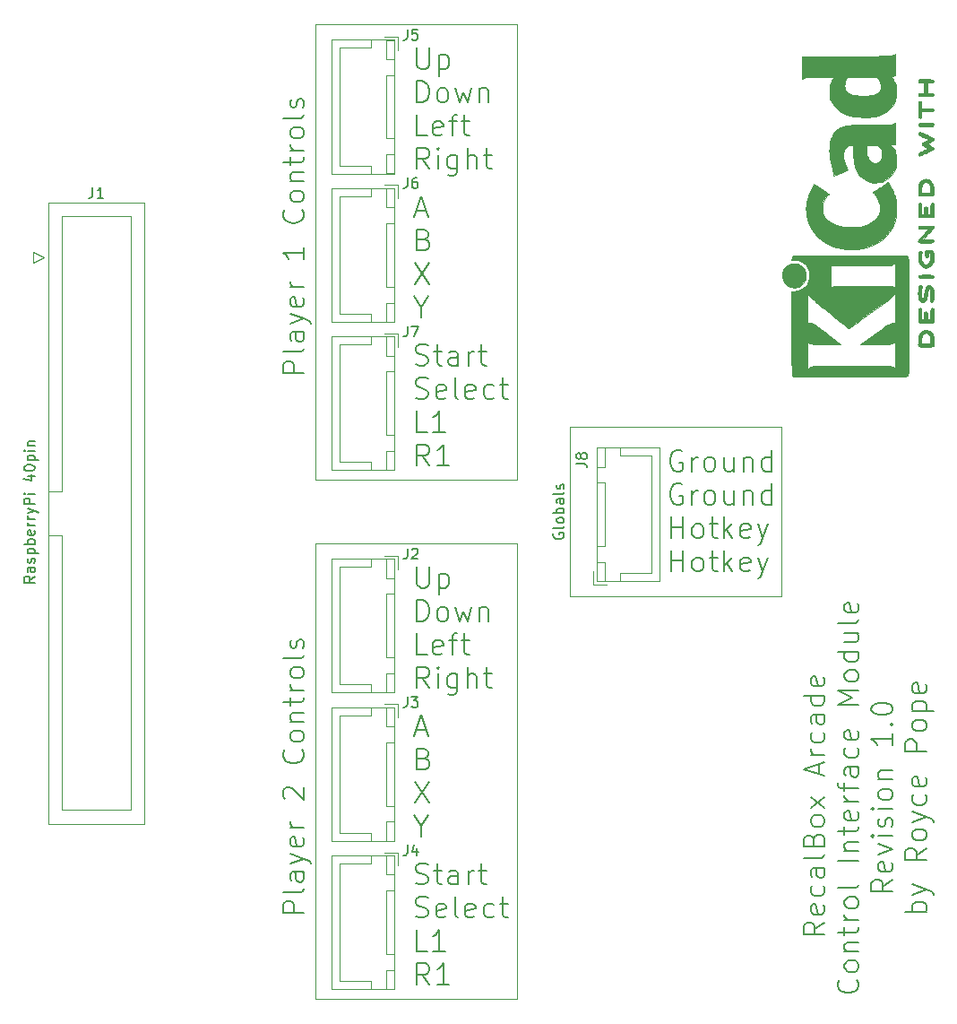
<source format=gbr>
%TF.GenerationSoftware,KiCad,Pcbnew,(5.1.9-0-10_14)*%
%TF.CreationDate,2021-09-26T16:03:20-07:00*%
%TF.ProjectId,rpi-arcade-hat,7270692d-6172-4636-9164-652d6861742e,rev?*%
%TF.SameCoordinates,Original*%
%TF.FileFunction,Legend,Top*%
%TF.FilePolarity,Positive*%
%FSLAX46Y46*%
G04 Gerber Fmt 4.6, Leading zero omitted, Abs format (unit mm)*
G04 Created by KiCad (PCBNEW (5.1.9-0-10_14)) date 2021-09-26 16:03:20*
%MOMM*%
%LPD*%
G01*
G04 APERTURE LIST*
%ADD10C,0.150000*%
%ADD11C,0.120000*%
%ADD12C,0.200000*%
%ADD13C,0.010000*%
G04 APERTURE END LIST*
D10*
X147573690Y-54179761D02*
X147573690Y-55798809D01*
X147668928Y-55989285D01*
X147764166Y-56084523D01*
X147954642Y-56179761D01*
X148335595Y-56179761D01*
X148526071Y-56084523D01*
X148621309Y-55989285D01*
X148716547Y-55798809D01*
X148716547Y-54179761D01*
X149668928Y-54846428D02*
X149668928Y-56846428D01*
X149668928Y-54941666D02*
X149859404Y-54846428D01*
X150240357Y-54846428D01*
X150430833Y-54941666D01*
X150526071Y-55036904D01*
X150621309Y-55227380D01*
X150621309Y-55798809D01*
X150526071Y-55989285D01*
X150430833Y-56084523D01*
X150240357Y-56179761D01*
X149859404Y-56179761D01*
X149668928Y-56084523D01*
X147573690Y-59329761D02*
X147573690Y-57329761D01*
X148049880Y-57329761D01*
X148335595Y-57425000D01*
X148526071Y-57615476D01*
X148621309Y-57805952D01*
X148716547Y-58186904D01*
X148716547Y-58472619D01*
X148621309Y-58853571D01*
X148526071Y-59044047D01*
X148335595Y-59234523D01*
X148049880Y-59329761D01*
X147573690Y-59329761D01*
X149859404Y-59329761D02*
X149668928Y-59234523D01*
X149573690Y-59139285D01*
X149478452Y-58948809D01*
X149478452Y-58377380D01*
X149573690Y-58186904D01*
X149668928Y-58091666D01*
X149859404Y-57996428D01*
X150145119Y-57996428D01*
X150335595Y-58091666D01*
X150430833Y-58186904D01*
X150526071Y-58377380D01*
X150526071Y-58948809D01*
X150430833Y-59139285D01*
X150335595Y-59234523D01*
X150145119Y-59329761D01*
X149859404Y-59329761D01*
X151192738Y-57996428D02*
X151573690Y-59329761D01*
X151954642Y-58377380D01*
X152335595Y-59329761D01*
X152716547Y-57996428D01*
X153478452Y-57996428D02*
X153478452Y-59329761D01*
X153478452Y-58186904D02*
X153573690Y-58091666D01*
X153764166Y-57996428D01*
X154049880Y-57996428D01*
X154240357Y-58091666D01*
X154335595Y-58282142D01*
X154335595Y-59329761D01*
X148526071Y-62479761D02*
X147573690Y-62479761D01*
X147573690Y-60479761D01*
X149954642Y-62384523D02*
X149764166Y-62479761D01*
X149383214Y-62479761D01*
X149192738Y-62384523D01*
X149097500Y-62194047D01*
X149097500Y-61432142D01*
X149192738Y-61241666D01*
X149383214Y-61146428D01*
X149764166Y-61146428D01*
X149954642Y-61241666D01*
X150049880Y-61432142D01*
X150049880Y-61622619D01*
X149097500Y-61813095D01*
X150621309Y-61146428D02*
X151383214Y-61146428D01*
X150907023Y-62479761D02*
X150907023Y-60765476D01*
X151002261Y-60575000D01*
X151192738Y-60479761D01*
X151383214Y-60479761D01*
X151764166Y-61146428D02*
X152526071Y-61146428D01*
X152049880Y-60479761D02*
X152049880Y-62194047D01*
X152145119Y-62384523D01*
X152335595Y-62479761D01*
X152526071Y-62479761D01*
X148716547Y-65629761D02*
X148049880Y-64677380D01*
X147573690Y-65629761D02*
X147573690Y-63629761D01*
X148335595Y-63629761D01*
X148526071Y-63725000D01*
X148621309Y-63820238D01*
X148716547Y-64010714D01*
X148716547Y-64296428D01*
X148621309Y-64486904D01*
X148526071Y-64582142D01*
X148335595Y-64677380D01*
X147573690Y-64677380D01*
X149573690Y-65629761D02*
X149573690Y-64296428D01*
X149573690Y-63629761D02*
X149478452Y-63725000D01*
X149573690Y-63820238D01*
X149668928Y-63725000D01*
X149573690Y-63629761D01*
X149573690Y-63820238D01*
X151383214Y-64296428D02*
X151383214Y-65915476D01*
X151287976Y-66105952D01*
X151192738Y-66201190D01*
X151002261Y-66296428D01*
X150716547Y-66296428D01*
X150526071Y-66201190D01*
X151383214Y-65534523D02*
X151192738Y-65629761D01*
X150811785Y-65629761D01*
X150621309Y-65534523D01*
X150526071Y-65439285D01*
X150430833Y-65248809D01*
X150430833Y-64677380D01*
X150526071Y-64486904D01*
X150621309Y-64391666D01*
X150811785Y-64296428D01*
X151192738Y-64296428D01*
X151383214Y-64391666D01*
X152335595Y-65629761D02*
X152335595Y-63629761D01*
X153192738Y-65629761D02*
X153192738Y-64582142D01*
X153097500Y-64391666D01*
X152907023Y-64296428D01*
X152621309Y-64296428D01*
X152430833Y-64391666D01*
X152335595Y-64486904D01*
X153859404Y-64296428D02*
X154621309Y-64296428D01*
X154145119Y-63629761D02*
X154145119Y-65344047D01*
X154240357Y-65534523D01*
X154430833Y-65629761D01*
X154621309Y-65629761D01*
X147478452Y-69608333D02*
X148430833Y-69608333D01*
X147287976Y-70179761D02*
X147954642Y-68179761D01*
X148621309Y-70179761D01*
X148240357Y-72282142D02*
X148526071Y-72377380D01*
X148621309Y-72472619D01*
X148716547Y-72663095D01*
X148716547Y-72948809D01*
X148621309Y-73139285D01*
X148526071Y-73234523D01*
X148335595Y-73329761D01*
X147573690Y-73329761D01*
X147573690Y-71329761D01*
X148240357Y-71329761D01*
X148430833Y-71425000D01*
X148526071Y-71520238D01*
X148621309Y-71710714D01*
X148621309Y-71901190D01*
X148526071Y-72091666D01*
X148430833Y-72186904D01*
X148240357Y-72282142D01*
X147573690Y-72282142D01*
X147383214Y-74479761D02*
X148716547Y-76479761D01*
X148716547Y-74479761D02*
X147383214Y-76479761D01*
X147954642Y-78677380D02*
X147954642Y-79629761D01*
X147287976Y-77629761D02*
X147954642Y-78677380D01*
X148621309Y-77629761D01*
X147478452Y-84084523D02*
X147764166Y-84179761D01*
X148240357Y-84179761D01*
X148430833Y-84084523D01*
X148526071Y-83989285D01*
X148621309Y-83798809D01*
X148621309Y-83608333D01*
X148526071Y-83417857D01*
X148430833Y-83322619D01*
X148240357Y-83227380D01*
X147859404Y-83132142D01*
X147668928Y-83036904D01*
X147573690Y-82941666D01*
X147478452Y-82751190D01*
X147478452Y-82560714D01*
X147573690Y-82370238D01*
X147668928Y-82275000D01*
X147859404Y-82179761D01*
X148335595Y-82179761D01*
X148621309Y-82275000D01*
X149192738Y-82846428D02*
X149954642Y-82846428D01*
X149478452Y-82179761D02*
X149478452Y-83894047D01*
X149573690Y-84084523D01*
X149764166Y-84179761D01*
X149954642Y-84179761D01*
X151478452Y-84179761D02*
X151478452Y-83132142D01*
X151383214Y-82941666D01*
X151192738Y-82846428D01*
X150811785Y-82846428D01*
X150621309Y-82941666D01*
X151478452Y-84084523D02*
X151287976Y-84179761D01*
X150811785Y-84179761D01*
X150621309Y-84084523D01*
X150526071Y-83894047D01*
X150526071Y-83703571D01*
X150621309Y-83513095D01*
X150811785Y-83417857D01*
X151287976Y-83417857D01*
X151478452Y-83322619D01*
X152430833Y-84179761D02*
X152430833Y-82846428D01*
X152430833Y-83227380D02*
X152526071Y-83036904D01*
X152621309Y-82941666D01*
X152811785Y-82846428D01*
X153002261Y-82846428D01*
X153383214Y-82846428D02*
X154145119Y-82846428D01*
X153668928Y-82179761D02*
X153668928Y-83894047D01*
X153764166Y-84084523D01*
X153954642Y-84179761D01*
X154145119Y-84179761D01*
X147478452Y-87234523D02*
X147764166Y-87329761D01*
X148240357Y-87329761D01*
X148430833Y-87234523D01*
X148526071Y-87139285D01*
X148621309Y-86948809D01*
X148621309Y-86758333D01*
X148526071Y-86567857D01*
X148430833Y-86472619D01*
X148240357Y-86377380D01*
X147859404Y-86282142D01*
X147668928Y-86186904D01*
X147573690Y-86091666D01*
X147478452Y-85901190D01*
X147478452Y-85710714D01*
X147573690Y-85520238D01*
X147668928Y-85425000D01*
X147859404Y-85329761D01*
X148335595Y-85329761D01*
X148621309Y-85425000D01*
X150240357Y-87234523D02*
X150049880Y-87329761D01*
X149668928Y-87329761D01*
X149478452Y-87234523D01*
X149383214Y-87044047D01*
X149383214Y-86282142D01*
X149478452Y-86091666D01*
X149668928Y-85996428D01*
X150049880Y-85996428D01*
X150240357Y-86091666D01*
X150335595Y-86282142D01*
X150335595Y-86472619D01*
X149383214Y-86663095D01*
X151478452Y-87329761D02*
X151287976Y-87234523D01*
X151192738Y-87044047D01*
X151192738Y-85329761D01*
X153002261Y-87234523D02*
X152811785Y-87329761D01*
X152430833Y-87329761D01*
X152240357Y-87234523D01*
X152145119Y-87044047D01*
X152145119Y-86282142D01*
X152240357Y-86091666D01*
X152430833Y-85996428D01*
X152811785Y-85996428D01*
X153002261Y-86091666D01*
X153097500Y-86282142D01*
X153097500Y-86472619D01*
X152145119Y-86663095D01*
X154811785Y-87234523D02*
X154621309Y-87329761D01*
X154240357Y-87329761D01*
X154049880Y-87234523D01*
X153954642Y-87139285D01*
X153859404Y-86948809D01*
X153859404Y-86377380D01*
X153954642Y-86186904D01*
X154049880Y-86091666D01*
X154240357Y-85996428D01*
X154621309Y-85996428D01*
X154811785Y-86091666D01*
X155383214Y-85996428D02*
X156145119Y-85996428D01*
X155668928Y-85329761D02*
X155668928Y-87044047D01*
X155764166Y-87234523D01*
X155954642Y-87329761D01*
X156145119Y-87329761D01*
X148526071Y-90479761D02*
X147573690Y-90479761D01*
X147573690Y-88479761D01*
X150240357Y-90479761D02*
X149097500Y-90479761D01*
X149668928Y-90479761D02*
X149668928Y-88479761D01*
X149478452Y-88765476D01*
X149287976Y-88955952D01*
X149097500Y-89051190D01*
X148716547Y-93629761D02*
X148049880Y-92677380D01*
X147573690Y-93629761D02*
X147573690Y-91629761D01*
X148335595Y-91629761D01*
X148526071Y-91725000D01*
X148621309Y-91820238D01*
X148716547Y-92010714D01*
X148716547Y-92296428D01*
X148621309Y-92486904D01*
X148526071Y-92582142D01*
X148335595Y-92677380D01*
X147573690Y-92677380D01*
X150621309Y-93629761D02*
X149478452Y-93629761D01*
X150049880Y-93629761D02*
X150049880Y-91629761D01*
X149859404Y-91915476D01*
X149668928Y-92105952D01*
X149478452Y-92201190D01*
X147478452Y-133084523D02*
X147764166Y-133179761D01*
X148240357Y-133179761D01*
X148430833Y-133084523D01*
X148526071Y-132989285D01*
X148621309Y-132798809D01*
X148621309Y-132608333D01*
X148526071Y-132417857D01*
X148430833Y-132322619D01*
X148240357Y-132227380D01*
X147859404Y-132132142D01*
X147668928Y-132036904D01*
X147573690Y-131941666D01*
X147478452Y-131751190D01*
X147478452Y-131560714D01*
X147573690Y-131370238D01*
X147668928Y-131275000D01*
X147859404Y-131179761D01*
X148335595Y-131179761D01*
X148621309Y-131275000D01*
X149192738Y-131846428D02*
X149954642Y-131846428D01*
X149478452Y-131179761D02*
X149478452Y-132894047D01*
X149573690Y-133084523D01*
X149764166Y-133179761D01*
X149954642Y-133179761D01*
X151478452Y-133179761D02*
X151478452Y-132132142D01*
X151383214Y-131941666D01*
X151192738Y-131846428D01*
X150811785Y-131846428D01*
X150621309Y-131941666D01*
X151478452Y-133084523D02*
X151287976Y-133179761D01*
X150811785Y-133179761D01*
X150621309Y-133084523D01*
X150526071Y-132894047D01*
X150526071Y-132703571D01*
X150621309Y-132513095D01*
X150811785Y-132417857D01*
X151287976Y-132417857D01*
X151478452Y-132322619D01*
X152430833Y-133179761D02*
X152430833Y-131846428D01*
X152430833Y-132227380D02*
X152526071Y-132036904D01*
X152621309Y-131941666D01*
X152811785Y-131846428D01*
X153002261Y-131846428D01*
X153383214Y-131846428D02*
X154145119Y-131846428D01*
X153668928Y-131179761D02*
X153668928Y-132894047D01*
X153764166Y-133084523D01*
X153954642Y-133179761D01*
X154145119Y-133179761D01*
X147478452Y-136234523D02*
X147764166Y-136329761D01*
X148240357Y-136329761D01*
X148430833Y-136234523D01*
X148526071Y-136139285D01*
X148621309Y-135948809D01*
X148621309Y-135758333D01*
X148526071Y-135567857D01*
X148430833Y-135472619D01*
X148240357Y-135377380D01*
X147859404Y-135282142D01*
X147668928Y-135186904D01*
X147573690Y-135091666D01*
X147478452Y-134901190D01*
X147478452Y-134710714D01*
X147573690Y-134520238D01*
X147668928Y-134425000D01*
X147859404Y-134329761D01*
X148335595Y-134329761D01*
X148621309Y-134425000D01*
X150240357Y-136234523D02*
X150049880Y-136329761D01*
X149668928Y-136329761D01*
X149478452Y-136234523D01*
X149383214Y-136044047D01*
X149383214Y-135282142D01*
X149478452Y-135091666D01*
X149668928Y-134996428D01*
X150049880Y-134996428D01*
X150240357Y-135091666D01*
X150335595Y-135282142D01*
X150335595Y-135472619D01*
X149383214Y-135663095D01*
X151478452Y-136329761D02*
X151287976Y-136234523D01*
X151192738Y-136044047D01*
X151192738Y-134329761D01*
X153002261Y-136234523D02*
X152811785Y-136329761D01*
X152430833Y-136329761D01*
X152240357Y-136234523D01*
X152145119Y-136044047D01*
X152145119Y-135282142D01*
X152240357Y-135091666D01*
X152430833Y-134996428D01*
X152811785Y-134996428D01*
X153002261Y-135091666D01*
X153097500Y-135282142D01*
X153097500Y-135472619D01*
X152145119Y-135663095D01*
X154811785Y-136234523D02*
X154621309Y-136329761D01*
X154240357Y-136329761D01*
X154049880Y-136234523D01*
X153954642Y-136139285D01*
X153859404Y-135948809D01*
X153859404Y-135377380D01*
X153954642Y-135186904D01*
X154049880Y-135091666D01*
X154240357Y-134996428D01*
X154621309Y-134996428D01*
X154811785Y-135091666D01*
X155383214Y-134996428D02*
X156145119Y-134996428D01*
X155668928Y-134329761D02*
X155668928Y-136044047D01*
X155764166Y-136234523D01*
X155954642Y-136329761D01*
X156145119Y-136329761D01*
X148526071Y-139479761D02*
X147573690Y-139479761D01*
X147573690Y-137479761D01*
X150240357Y-139479761D02*
X149097500Y-139479761D01*
X149668928Y-139479761D02*
X149668928Y-137479761D01*
X149478452Y-137765476D01*
X149287976Y-137955952D01*
X149097500Y-138051190D01*
X148716547Y-142629761D02*
X148049880Y-141677380D01*
X147573690Y-142629761D02*
X147573690Y-140629761D01*
X148335595Y-140629761D01*
X148526071Y-140725000D01*
X148621309Y-140820238D01*
X148716547Y-141010714D01*
X148716547Y-141296428D01*
X148621309Y-141486904D01*
X148526071Y-141582142D01*
X148335595Y-141677380D01*
X147573690Y-141677380D01*
X150621309Y-142629761D02*
X149478452Y-142629761D01*
X150049880Y-142629761D02*
X150049880Y-140629761D01*
X149859404Y-140915476D01*
X149668928Y-141105952D01*
X149478452Y-141201190D01*
X147478452Y-118608333D02*
X148430833Y-118608333D01*
X147287976Y-119179761D02*
X147954642Y-117179761D01*
X148621309Y-119179761D01*
X148240357Y-121282142D02*
X148526071Y-121377380D01*
X148621309Y-121472619D01*
X148716547Y-121663095D01*
X148716547Y-121948809D01*
X148621309Y-122139285D01*
X148526071Y-122234523D01*
X148335595Y-122329761D01*
X147573690Y-122329761D01*
X147573690Y-120329761D01*
X148240357Y-120329761D01*
X148430833Y-120425000D01*
X148526071Y-120520238D01*
X148621309Y-120710714D01*
X148621309Y-120901190D01*
X148526071Y-121091666D01*
X148430833Y-121186904D01*
X148240357Y-121282142D01*
X147573690Y-121282142D01*
X147383214Y-123479761D02*
X148716547Y-125479761D01*
X148716547Y-123479761D02*
X147383214Y-125479761D01*
X147954642Y-127677380D02*
X147954642Y-128629761D01*
X147287976Y-126629761D02*
X147954642Y-127677380D01*
X148621309Y-126629761D01*
X147573690Y-103179761D02*
X147573690Y-104798809D01*
X147668928Y-104989285D01*
X147764166Y-105084523D01*
X147954642Y-105179761D01*
X148335595Y-105179761D01*
X148526071Y-105084523D01*
X148621309Y-104989285D01*
X148716547Y-104798809D01*
X148716547Y-103179761D01*
X149668928Y-103846428D02*
X149668928Y-105846428D01*
X149668928Y-103941666D02*
X149859404Y-103846428D01*
X150240357Y-103846428D01*
X150430833Y-103941666D01*
X150526071Y-104036904D01*
X150621309Y-104227380D01*
X150621309Y-104798809D01*
X150526071Y-104989285D01*
X150430833Y-105084523D01*
X150240357Y-105179761D01*
X149859404Y-105179761D01*
X149668928Y-105084523D01*
X147573690Y-108329761D02*
X147573690Y-106329761D01*
X148049880Y-106329761D01*
X148335595Y-106425000D01*
X148526071Y-106615476D01*
X148621309Y-106805952D01*
X148716547Y-107186904D01*
X148716547Y-107472619D01*
X148621309Y-107853571D01*
X148526071Y-108044047D01*
X148335595Y-108234523D01*
X148049880Y-108329761D01*
X147573690Y-108329761D01*
X149859404Y-108329761D02*
X149668928Y-108234523D01*
X149573690Y-108139285D01*
X149478452Y-107948809D01*
X149478452Y-107377380D01*
X149573690Y-107186904D01*
X149668928Y-107091666D01*
X149859404Y-106996428D01*
X150145119Y-106996428D01*
X150335595Y-107091666D01*
X150430833Y-107186904D01*
X150526071Y-107377380D01*
X150526071Y-107948809D01*
X150430833Y-108139285D01*
X150335595Y-108234523D01*
X150145119Y-108329761D01*
X149859404Y-108329761D01*
X151192738Y-106996428D02*
X151573690Y-108329761D01*
X151954642Y-107377380D01*
X152335595Y-108329761D01*
X152716547Y-106996428D01*
X153478452Y-106996428D02*
X153478452Y-108329761D01*
X153478452Y-107186904D02*
X153573690Y-107091666D01*
X153764166Y-106996428D01*
X154049880Y-106996428D01*
X154240357Y-107091666D01*
X154335595Y-107282142D01*
X154335595Y-108329761D01*
X148526071Y-111479761D02*
X147573690Y-111479761D01*
X147573690Y-109479761D01*
X149954642Y-111384523D02*
X149764166Y-111479761D01*
X149383214Y-111479761D01*
X149192738Y-111384523D01*
X149097500Y-111194047D01*
X149097500Y-110432142D01*
X149192738Y-110241666D01*
X149383214Y-110146428D01*
X149764166Y-110146428D01*
X149954642Y-110241666D01*
X150049880Y-110432142D01*
X150049880Y-110622619D01*
X149097500Y-110813095D01*
X150621309Y-110146428D02*
X151383214Y-110146428D01*
X150907023Y-111479761D02*
X150907023Y-109765476D01*
X151002261Y-109575000D01*
X151192738Y-109479761D01*
X151383214Y-109479761D01*
X151764166Y-110146428D02*
X152526071Y-110146428D01*
X152049880Y-109479761D02*
X152049880Y-111194047D01*
X152145119Y-111384523D01*
X152335595Y-111479761D01*
X152526071Y-111479761D01*
X148716547Y-114629761D02*
X148049880Y-113677380D01*
X147573690Y-114629761D02*
X147573690Y-112629761D01*
X148335595Y-112629761D01*
X148526071Y-112725000D01*
X148621309Y-112820238D01*
X148716547Y-113010714D01*
X148716547Y-113296428D01*
X148621309Y-113486904D01*
X148526071Y-113582142D01*
X148335595Y-113677380D01*
X147573690Y-113677380D01*
X149573690Y-114629761D02*
X149573690Y-113296428D01*
X149573690Y-112629761D02*
X149478452Y-112725000D01*
X149573690Y-112820238D01*
X149668928Y-112725000D01*
X149573690Y-112629761D01*
X149573690Y-112820238D01*
X151383214Y-113296428D02*
X151383214Y-114915476D01*
X151287976Y-115105952D01*
X151192738Y-115201190D01*
X151002261Y-115296428D01*
X150716547Y-115296428D01*
X150526071Y-115201190D01*
X151383214Y-114534523D02*
X151192738Y-114629761D01*
X150811785Y-114629761D01*
X150621309Y-114534523D01*
X150526071Y-114439285D01*
X150430833Y-114248809D01*
X150430833Y-113677380D01*
X150526071Y-113486904D01*
X150621309Y-113391666D01*
X150811785Y-113296428D01*
X151192738Y-113296428D01*
X151383214Y-113391666D01*
X152335595Y-114629761D02*
X152335595Y-112629761D01*
X153192738Y-114629761D02*
X153192738Y-113582142D01*
X153097500Y-113391666D01*
X152907023Y-113296428D01*
X152621309Y-113296428D01*
X152430833Y-113391666D01*
X152335595Y-113486904D01*
X153859404Y-113296428D02*
X154621309Y-113296428D01*
X154145119Y-112629761D02*
X154145119Y-114344047D01*
X154240357Y-114534523D01*
X154430833Y-114629761D01*
X154621309Y-114629761D01*
X172621309Y-92275000D02*
X172430833Y-92179761D01*
X172145119Y-92179761D01*
X171859404Y-92275000D01*
X171668928Y-92465476D01*
X171573690Y-92655952D01*
X171478452Y-93036904D01*
X171478452Y-93322619D01*
X171573690Y-93703571D01*
X171668928Y-93894047D01*
X171859404Y-94084523D01*
X172145119Y-94179761D01*
X172335595Y-94179761D01*
X172621309Y-94084523D01*
X172716547Y-93989285D01*
X172716547Y-93322619D01*
X172335595Y-93322619D01*
X173573690Y-94179761D02*
X173573690Y-92846428D01*
X173573690Y-93227380D02*
X173668928Y-93036904D01*
X173764166Y-92941666D01*
X173954642Y-92846428D01*
X174145119Y-92846428D01*
X175097500Y-94179761D02*
X174907023Y-94084523D01*
X174811785Y-93989285D01*
X174716547Y-93798809D01*
X174716547Y-93227380D01*
X174811785Y-93036904D01*
X174907023Y-92941666D01*
X175097500Y-92846428D01*
X175383214Y-92846428D01*
X175573690Y-92941666D01*
X175668928Y-93036904D01*
X175764166Y-93227380D01*
X175764166Y-93798809D01*
X175668928Y-93989285D01*
X175573690Y-94084523D01*
X175383214Y-94179761D01*
X175097500Y-94179761D01*
X177478452Y-92846428D02*
X177478452Y-94179761D01*
X176621309Y-92846428D02*
X176621309Y-93894047D01*
X176716547Y-94084523D01*
X176907023Y-94179761D01*
X177192738Y-94179761D01*
X177383214Y-94084523D01*
X177478452Y-93989285D01*
X178430833Y-92846428D02*
X178430833Y-94179761D01*
X178430833Y-93036904D02*
X178526071Y-92941666D01*
X178716547Y-92846428D01*
X179002261Y-92846428D01*
X179192738Y-92941666D01*
X179287976Y-93132142D01*
X179287976Y-94179761D01*
X181097500Y-94179761D02*
X181097500Y-92179761D01*
X181097500Y-94084523D02*
X180907023Y-94179761D01*
X180526071Y-94179761D01*
X180335595Y-94084523D01*
X180240357Y-93989285D01*
X180145119Y-93798809D01*
X180145119Y-93227380D01*
X180240357Y-93036904D01*
X180335595Y-92941666D01*
X180526071Y-92846428D01*
X180907023Y-92846428D01*
X181097500Y-92941666D01*
X172621309Y-95425000D02*
X172430833Y-95329761D01*
X172145119Y-95329761D01*
X171859404Y-95425000D01*
X171668928Y-95615476D01*
X171573690Y-95805952D01*
X171478452Y-96186904D01*
X171478452Y-96472619D01*
X171573690Y-96853571D01*
X171668928Y-97044047D01*
X171859404Y-97234523D01*
X172145119Y-97329761D01*
X172335595Y-97329761D01*
X172621309Y-97234523D01*
X172716547Y-97139285D01*
X172716547Y-96472619D01*
X172335595Y-96472619D01*
X173573690Y-97329761D02*
X173573690Y-95996428D01*
X173573690Y-96377380D02*
X173668928Y-96186904D01*
X173764166Y-96091666D01*
X173954642Y-95996428D01*
X174145119Y-95996428D01*
X175097500Y-97329761D02*
X174907023Y-97234523D01*
X174811785Y-97139285D01*
X174716547Y-96948809D01*
X174716547Y-96377380D01*
X174811785Y-96186904D01*
X174907023Y-96091666D01*
X175097500Y-95996428D01*
X175383214Y-95996428D01*
X175573690Y-96091666D01*
X175668928Y-96186904D01*
X175764166Y-96377380D01*
X175764166Y-96948809D01*
X175668928Y-97139285D01*
X175573690Y-97234523D01*
X175383214Y-97329761D01*
X175097500Y-97329761D01*
X177478452Y-95996428D02*
X177478452Y-97329761D01*
X176621309Y-95996428D02*
X176621309Y-97044047D01*
X176716547Y-97234523D01*
X176907023Y-97329761D01*
X177192738Y-97329761D01*
X177383214Y-97234523D01*
X177478452Y-97139285D01*
X178430833Y-95996428D02*
X178430833Y-97329761D01*
X178430833Y-96186904D02*
X178526071Y-96091666D01*
X178716547Y-95996428D01*
X179002261Y-95996428D01*
X179192738Y-96091666D01*
X179287976Y-96282142D01*
X179287976Y-97329761D01*
X181097500Y-97329761D02*
X181097500Y-95329761D01*
X181097500Y-97234523D02*
X180907023Y-97329761D01*
X180526071Y-97329761D01*
X180335595Y-97234523D01*
X180240357Y-97139285D01*
X180145119Y-96948809D01*
X180145119Y-96377380D01*
X180240357Y-96186904D01*
X180335595Y-96091666D01*
X180526071Y-95996428D01*
X180907023Y-95996428D01*
X181097500Y-96091666D01*
X171573690Y-100479761D02*
X171573690Y-98479761D01*
X171573690Y-99432142D02*
X172716547Y-99432142D01*
X172716547Y-100479761D02*
X172716547Y-98479761D01*
X173954642Y-100479761D02*
X173764166Y-100384523D01*
X173668928Y-100289285D01*
X173573690Y-100098809D01*
X173573690Y-99527380D01*
X173668928Y-99336904D01*
X173764166Y-99241666D01*
X173954642Y-99146428D01*
X174240357Y-99146428D01*
X174430833Y-99241666D01*
X174526071Y-99336904D01*
X174621309Y-99527380D01*
X174621309Y-100098809D01*
X174526071Y-100289285D01*
X174430833Y-100384523D01*
X174240357Y-100479761D01*
X173954642Y-100479761D01*
X175192738Y-99146428D02*
X175954642Y-99146428D01*
X175478452Y-98479761D02*
X175478452Y-100194047D01*
X175573690Y-100384523D01*
X175764166Y-100479761D01*
X175954642Y-100479761D01*
X176621309Y-100479761D02*
X176621309Y-98479761D01*
X176811785Y-99717857D02*
X177383214Y-100479761D01*
X177383214Y-99146428D02*
X176621309Y-99908333D01*
X179002261Y-100384523D02*
X178811785Y-100479761D01*
X178430833Y-100479761D01*
X178240357Y-100384523D01*
X178145119Y-100194047D01*
X178145119Y-99432142D01*
X178240357Y-99241666D01*
X178430833Y-99146428D01*
X178811785Y-99146428D01*
X179002261Y-99241666D01*
X179097500Y-99432142D01*
X179097500Y-99622619D01*
X178145119Y-99813095D01*
X179764166Y-99146428D02*
X180240357Y-100479761D01*
X180716547Y-99146428D02*
X180240357Y-100479761D01*
X180049880Y-100955952D01*
X179954642Y-101051190D01*
X179764166Y-101146428D01*
X171573690Y-103629761D02*
X171573690Y-101629761D01*
X171573690Y-102582142D02*
X172716547Y-102582142D01*
X172716547Y-103629761D02*
X172716547Y-101629761D01*
X173954642Y-103629761D02*
X173764166Y-103534523D01*
X173668928Y-103439285D01*
X173573690Y-103248809D01*
X173573690Y-102677380D01*
X173668928Y-102486904D01*
X173764166Y-102391666D01*
X173954642Y-102296428D01*
X174240357Y-102296428D01*
X174430833Y-102391666D01*
X174526071Y-102486904D01*
X174621309Y-102677380D01*
X174621309Y-103248809D01*
X174526071Y-103439285D01*
X174430833Y-103534523D01*
X174240357Y-103629761D01*
X173954642Y-103629761D01*
X175192738Y-102296428D02*
X175954642Y-102296428D01*
X175478452Y-101629761D02*
X175478452Y-103344047D01*
X175573690Y-103534523D01*
X175764166Y-103629761D01*
X175954642Y-103629761D01*
X176621309Y-103629761D02*
X176621309Y-101629761D01*
X176811785Y-102867857D02*
X177383214Y-103629761D01*
X177383214Y-102296428D02*
X176621309Y-103058333D01*
X179002261Y-103534523D02*
X178811785Y-103629761D01*
X178430833Y-103629761D01*
X178240357Y-103534523D01*
X178145119Y-103344047D01*
X178145119Y-102582142D01*
X178240357Y-102391666D01*
X178430833Y-102296428D01*
X178811785Y-102296428D01*
X179002261Y-102391666D01*
X179097500Y-102582142D01*
X179097500Y-102772619D01*
X178145119Y-102963095D01*
X179764166Y-102296428D02*
X180240357Y-103629761D01*
X180716547Y-102296428D02*
X180240357Y-103629761D01*
X180049880Y-104105952D01*
X179954642Y-104201190D01*
X179764166Y-104296428D01*
X160500000Y-100023809D02*
X160452380Y-100119047D01*
X160452380Y-100261904D01*
X160500000Y-100404761D01*
X160595238Y-100500000D01*
X160690476Y-100547619D01*
X160880952Y-100595238D01*
X161023809Y-100595238D01*
X161214285Y-100547619D01*
X161309523Y-100500000D01*
X161404761Y-100404761D01*
X161452380Y-100261904D01*
X161452380Y-100166666D01*
X161404761Y-100023809D01*
X161357142Y-99976190D01*
X161023809Y-99976190D01*
X161023809Y-100166666D01*
X161452380Y-99404761D02*
X161404761Y-99500000D01*
X161309523Y-99547619D01*
X160452380Y-99547619D01*
X161452380Y-98880952D02*
X161404761Y-98976190D01*
X161357142Y-99023809D01*
X161261904Y-99071428D01*
X160976190Y-99071428D01*
X160880952Y-99023809D01*
X160833333Y-98976190D01*
X160785714Y-98880952D01*
X160785714Y-98738095D01*
X160833333Y-98642857D01*
X160880952Y-98595238D01*
X160976190Y-98547619D01*
X161261904Y-98547619D01*
X161357142Y-98595238D01*
X161404761Y-98642857D01*
X161452380Y-98738095D01*
X161452380Y-98880952D01*
X161452380Y-98119047D02*
X160452380Y-98119047D01*
X160833333Y-98119047D02*
X160785714Y-98023809D01*
X160785714Y-97833333D01*
X160833333Y-97738095D01*
X160880952Y-97690476D01*
X160976190Y-97642857D01*
X161261904Y-97642857D01*
X161357142Y-97690476D01*
X161404761Y-97738095D01*
X161452380Y-97833333D01*
X161452380Y-98023809D01*
X161404761Y-98119047D01*
X161452380Y-96785714D02*
X160928571Y-96785714D01*
X160833333Y-96833333D01*
X160785714Y-96928571D01*
X160785714Y-97119047D01*
X160833333Y-97214285D01*
X161404761Y-96785714D02*
X161452380Y-96880952D01*
X161452380Y-97119047D01*
X161404761Y-97214285D01*
X161309523Y-97261904D01*
X161214285Y-97261904D01*
X161119047Y-97214285D01*
X161071428Y-97119047D01*
X161071428Y-96880952D01*
X161023809Y-96785714D01*
X161452380Y-96166666D02*
X161404761Y-96261904D01*
X161309523Y-96309523D01*
X160452380Y-96309523D01*
X161404761Y-95833333D02*
X161452380Y-95738095D01*
X161452380Y-95547619D01*
X161404761Y-95452380D01*
X161309523Y-95404761D01*
X161261904Y-95404761D01*
X161166666Y-95452380D01*
X161119047Y-95547619D01*
X161119047Y-95690476D01*
X161071428Y-95785714D01*
X160976190Y-95833333D01*
X160928571Y-95833333D01*
X160833333Y-95785714D01*
X160785714Y-95690476D01*
X160785714Y-95547619D01*
X160833333Y-95452380D01*
D11*
X162000000Y-106000000D02*
X162000000Y-90000000D01*
X182000000Y-106000000D02*
X162000000Y-106000000D01*
X182000000Y-90000000D02*
X182000000Y-106000000D01*
X162000000Y-90000000D02*
X182000000Y-90000000D01*
D12*
X186104761Y-136761904D02*
X185152380Y-137428571D01*
X186104761Y-137904761D02*
X184104761Y-137904761D01*
X184104761Y-137142857D01*
X184200000Y-136952380D01*
X184295238Y-136857142D01*
X184485714Y-136761904D01*
X184771428Y-136761904D01*
X184961904Y-136857142D01*
X185057142Y-136952380D01*
X185152380Y-137142857D01*
X185152380Y-137904761D01*
X186009523Y-135142857D02*
X186104761Y-135333333D01*
X186104761Y-135714285D01*
X186009523Y-135904761D01*
X185819047Y-136000000D01*
X185057142Y-136000000D01*
X184866666Y-135904761D01*
X184771428Y-135714285D01*
X184771428Y-135333333D01*
X184866666Y-135142857D01*
X185057142Y-135047619D01*
X185247619Y-135047619D01*
X185438095Y-136000000D01*
X186009523Y-133333333D02*
X186104761Y-133523809D01*
X186104761Y-133904761D01*
X186009523Y-134095238D01*
X185914285Y-134190476D01*
X185723809Y-134285714D01*
X185152380Y-134285714D01*
X184961904Y-134190476D01*
X184866666Y-134095238D01*
X184771428Y-133904761D01*
X184771428Y-133523809D01*
X184866666Y-133333333D01*
X186104761Y-131619047D02*
X185057142Y-131619047D01*
X184866666Y-131714285D01*
X184771428Y-131904761D01*
X184771428Y-132285714D01*
X184866666Y-132476190D01*
X186009523Y-131619047D02*
X186104761Y-131809523D01*
X186104761Y-132285714D01*
X186009523Y-132476190D01*
X185819047Y-132571428D01*
X185628571Y-132571428D01*
X185438095Y-132476190D01*
X185342857Y-132285714D01*
X185342857Y-131809523D01*
X185247619Y-131619047D01*
X186104761Y-130380952D02*
X186009523Y-130571428D01*
X185819047Y-130666666D01*
X184104761Y-130666666D01*
X185057142Y-128952380D02*
X185152380Y-128666666D01*
X185247619Y-128571428D01*
X185438095Y-128476190D01*
X185723809Y-128476190D01*
X185914285Y-128571428D01*
X186009523Y-128666666D01*
X186104761Y-128857142D01*
X186104761Y-129619047D01*
X184104761Y-129619047D01*
X184104761Y-128952380D01*
X184200000Y-128761904D01*
X184295238Y-128666666D01*
X184485714Y-128571428D01*
X184676190Y-128571428D01*
X184866666Y-128666666D01*
X184961904Y-128761904D01*
X185057142Y-128952380D01*
X185057142Y-129619047D01*
X186104761Y-127333333D02*
X186009523Y-127523809D01*
X185914285Y-127619047D01*
X185723809Y-127714285D01*
X185152380Y-127714285D01*
X184961904Y-127619047D01*
X184866666Y-127523809D01*
X184771428Y-127333333D01*
X184771428Y-127047619D01*
X184866666Y-126857142D01*
X184961904Y-126761904D01*
X185152380Y-126666666D01*
X185723809Y-126666666D01*
X185914285Y-126761904D01*
X186009523Y-126857142D01*
X186104761Y-127047619D01*
X186104761Y-127333333D01*
X186104761Y-126000000D02*
X184771428Y-124952380D01*
X184771428Y-126000000D02*
X186104761Y-124952380D01*
X185533333Y-122761904D02*
X185533333Y-121809523D01*
X186104761Y-122952380D02*
X184104761Y-122285714D01*
X186104761Y-121619047D01*
X186104761Y-120952380D02*
X184771428Y-120952380D01*
X185152380Y-120952380D02*
X184961904Y-120857142D01*
X184866666Y-120761904D01*
X184771428Y-120571428D01*
X184771428Y-120380952D01*
X186009523Y-118857142D02*
X186104761Y-119047619D01*
X186104761Y-119428571D01*
X186009523Y-119619047D01*
X185914285Y-119714285D01*
X185723809Y-119809523D01*
X185152380Y-119809523D01*
X184961904Y-119714285D01*
X184866666Y-119619047D01*
X184771428Y-119428571D01*
X184771428Y-119047619D01*
X184866666Y-118857142D01*
X186104761Y-117142857D02*
X185057142Y-117142857D01*
X184866666Y-117238095D01*
X184771428Y-117428571D01*
X184771428Y-117809523D01*
X184866666Y-118000000D01*
X186009523Y-117142857D02*
X186104761Y-117333333D01*
X186104761Y-117809523D01*
X186009523Y-118000000D01*
X185819047Y-118095238D01*
X185628571Y-118095238D01*
X185438095Y-118000000D01*
X185342857Y-117809523D01*
X185342857Y-117333333D01*
X185247619Y-117142857D01*
X186104761Y-115333333D02*
X184104761Y-115333333D01*
X186009523Y-115333333D02*
X186104761Y-115523809D01*
X186104761Y-115904761D01*
X186009523Y-116095238D01*
X185914285Y-116190476D01*
X185723809Y-116285714D01*
X185152380Y-116285714D01*
X184961904Y-116190476D01*
X184866666Y-116095238D01*
X184771428Y-115904761D01*
X184771428Y-115523809D01*
X184866666Y-115333333D01*
X186009523Y-113619047D02*
X186104761Y-113809523D01*
X186104761Y-114190476D01*
X186009523Y-114380952D01*
X185819047Y-114476190D01*
X185057142Y-114476190D01*
X184866666Y-114380952D01*
X184771428Y-114190476D01*
X184771428Y-113809523D01*
X184866666Y-113619047D01*
X185057142Y-113523809D01*
X185247619Y-113523809D01*
X185438095Y-114476190D01*
X189114285Y-142190476D02*
X189209523Y-142285714D01*
X189304761Y-142571428D01*
X189304761Y-142761904D01*
X189209523Y-143047619D01*
X189019047Y-143238095D01*
X188828571Y-143333333D01*
X188447619Y-143428571D01*
X188161904Y-143428571D01*
X187780952Y-143333333D01*
X187590476Y-143238095D01*
X187400000Y-143047619D01*
X187304761Y-142761904D01*
X187304761Y-142571428D01*
X187400000Y-142285714D01*
X187495238Y-142190476D01*
X189304761Y-141047619D02*
X189209523Y-141238095D01*
X189114285Y-141333333D01*
X188923809Y-141428571D01*
X188352380Y-141428571D01*
X188161904Y-141333333D01*
X188066666Y-141238095D01*
X187971428Y-141047619D01*
X187971428Y-140761904D01*
X188066666Y-140571428D01*
X188161904Y-140476190D01*
X188352380Y-140380952D01*
X188923809Y-140380952D01*
X189114285Y-140476190D01*
X189209523Y-140571428D01*
X189304761Y-140761904D01*
X189304761Y-141047619D01*
X187971428Y-139523809D02*
X189304761Y-139523809D01*
X188161904Y-139523809D02*
X188066666Y-139428571D01*
X187971428Y-139238095D01*
X187971428Y-138952380D01*
X188066666Y-138761904D01*
X188257142Y-138666666D01*
X189304761Y-138666666D01*
X187971428Y-138000000D02*
X187971428Y-137238095D01*
X187304761Y-137714285D02*
X189019047Y-137714285D01*
X189209523Y-137619047D01*
X189304761Y-137428571D01*
X189304761Y-137238095D01*
X189304761Y-136571428D02*
X187971428Y-136571428D01*
X188352380Y-136571428D02*
X188161904Y-136476190D01*
X188066666Y-136380952D01*
X187971428Y-136190476D01*
X187971428Y-136000000D01*
X189304761Y-135047619D02*
X189209523Y-135238095D01*
X189114285Y-135333333D01*
X188923809Y-135428571D01*
X188352380Y-135428571D01*
X188161904Y-135333333D01*
X188066666Y-135238095D01*
X187971428Y-135047619D01*
X187971428Y-134761904D01*
X188066666Y-134571428D01*
X188161904Y-134476190D01*
X188352380Y-134380952D01*
X188923809Y-134380952D01*
X189114285Y-134476190D01*
X189209523Y-134571428D01*
X189304761Y-134761904D01*
X189304761Y-135047619D01*
X189304761Y-133238095D02*
X189209523Y-133428571D01*
X189019047Y-133523809D01*
X187304761Y-133523809D01*
X189304761Y-130952380D02*
X187304761Y-130952380D01*
X187971428Y-130000000D02*
X189304761Y-130000000D01*
X188161904Y-130000000D02*
X188066666Y-129904761D01*
X187971428Y-129714285D01*
X187971428Y-129428571D01*
X188066666Y-129238095D01*
X188257142Y-129142857D01*
X189304761Y-129142857D01*
X187971428Y-128476190D02*
X187971428Y-127714285D01*
X187304761Y-128190476D02*
X189019047Y-128190476D01*
X189209523Y-128095238D01*
X189304761Y-127904761D01*
X189304761Y-127714285D01*
X189209523Y-126285714D02*
X189304761Y-126476190D01*
X189304761Y-126857142D01*
X189209523Y-127047619D01*
X189019047Y-127142857D01*
X188257142Y-127142857D01*
X188066666Y-127047619D01*
X187971428Y-126857142D01*
X187971428Y-126476190D01*
X188066666Y-126285714D01*
X188257142Y-126190476D01*
X188447619Y-126190476D01*
X188638095Y-127142857D01*
X189304761Y-125333333D02*
X187971428Y-125333333D01*
X188352380Y-125333333D02*
X188161904Y-125238095D01*
X188066666Y-125142857D01*
X187971428Y-124952380D01*
X187971428Y-124761904D01*
X187971428Y-124380952D02*
X187971428Y-123619047D01*
X189304761Y-124095238D02*
X187590476Y-124095238D01*
X187400000Y-124000000D01*
X187304761Y-123809523D01*
X187304761Y-123619047D01*
X189304761Y-122095238D02*
X188257142Y-122095238D01*
X188066666Y-122190476D01*
X187971428Y-122380952D01*
X187971428Y-122761904D01*
X188066666Y-122952380D01*
X189209523Y-122095238D02*
X189304761Y-122285714D01*
X189304761Y-122761904D01*
X189209523Y-122952380D01*
X189019047Y-123047619D01*
X188828571Y-123047619D01*
X188638095Y-122952380D01*
X188542857Y-122761904D01*
X188542857Y-122285714D01*
X188447619Y-122095238D01*
X189209523Y-120285714D02*
X189304761Y-120476190D01*
X189304761Y-120857142D01*
X189209523Y-121047619D01*
X189114285Y-121142857D01*
X188923809Y-121238095D01*
X188352380Y-121238095D01*
X188161904Y-121142857D01*
X188066666Y-121047619D01*
X187971428Y-120857142D01*
X187971428Y-120476190D01*
X188066666Y-120285714D01*
X189209523Y-118666666D02*
X189304761Y-118857142D01*
X189304761Y-119238095D01*
X189209523Y-119428571D01*
X189019047Y-119523809D01*
X188257142Y-119523809D01*
X188066666Y-119428571D01*
X187971428Y-119238095D01*
X187971428Y-118857142D01*
X188066666Y-118666666D01*
X188257142Y-118571428D01*
X188447619Y-118571428D01*
X188638095Y-119523809D01*
X189304761Y-116190476D02*
X187304761Y-116190476D01*
X188733333Y-115523809D01*
X187304761Y-114857142D01*
X189304761Y-114857142D01*
X189304761Y-113619047D02*
X189209523Y-113809523D01*
X189114285Y-113904761D01*
X188923809Y-114000000D01*
X188352380Y-114000000D01*
X188161904Y-113904761D01*
X188066666Y-113809523D01*
X187971428Y-113619047D01*
X187971428Y-113333333D01*
X188066666Y-113142857D01*
X188161904Y-113047619D01*
X188352380Y-112952380D01*
X188923809Y-112952380D01*
X189114285Y-113047619D01*
X189209523Y-113142857D01*
X189304761Y-113333333D01*
X189304761Y-113619047D01*
X189304761Y-111238095D02*
X187304761Y-111238095D01*
X189209523Y-111238095D02*
X189304761Y-111428571D01*
X189304761Y-111809523D01*
X189209523Y-112000000D01*
X189114285Y-112095238D01*
X188923809Y-112190476D01*
X188352380Y-112190476D01*
X188161904Y-112095238D01*
X188066666Y-112000000D01*
X187971428Y-111809523D01*
X187971428Y-111428571D01*
X188066666Y-111238095D01*
X187971428Y-109428571D02*
X189304761Y-109428571D01*
X187971428Y-110285714D02*
X189019047Y-110285714D01*
X189209523Y-110190476D01*
X189304761Y-110000000D01*
X189304761Y-109714285D01*
X189209523Y-109523809D01*
X189114285Y-109428571D01*
X189304761Y-108190476D02*
X189209523Y-108380952D01*
X189019047Y-108476190D01*
X187304761Y-108476190D01*
X189209523Y-106666666D02*
X189304761Y-106857142D01*
X189304761Y-107238095D01*
X189209523Y-107428571D01*
X189019047Y-107523809D01*
X188257142Y-107523809D01*
X188066666Y-107428571D01*
X187971428Y-107238095D01*
X187971428Y-106857142D01*
X188066666Y-106666666D01*
X188257142Y-106571428D01*
X188447619Y-106571428D01*
X188638095Y-107523809D01*
X192504761Y-132714285D02*
X191552380Y-133380952D01*
X192504761Y-133857142D02*
X190504761Y-133857142D01*
X190504761Y-133095238D01*
X190600000Y-132904761D01*
X190695238Y-132809523D01*
X190885714Y-132714285D01*
X191171428Y-132714285D01*
X191361904Y-132809523D01*
X191457142Y-132904761D01*
X191552380Y-133095238D01*
X191552380Y-133857142D01*
X192409523Y-131095238D02*
X192504761Y-131285714D01*
X192504761Y-131666666D01*
X192409523Y-131857142D01*
X192219047Y-131952380D01*
X191457142Y-131952380D01*
X191266666Y-131857142D01*
X191171428Y-131666666D01*
X191171428Y-131285714D01*
X191266666Y-131095238D01*
X191457142Y-131000000D01*
X191647619Y-131000000D01*
X191838095Y-131952380D01*
X191171428Y-130333333D02*
X192504761Y-129857142D01*
X191171428Y-129380952D01*
X192504761Y-128619047D02*
X191171428Y-128619047D01*
X190504761Y-128619047D02*
X190600000Y-128714285D01*
X190695238Y-128619047D01*
X190600000Y-128523809D01*
X190504761Y-128619047D01*
X190695238Y-128619047D01*
X192409523Y-127761904D02*
X192504761Y-127571428D01*
X192504761Y-127190476D01*
X192409523Y-127000000D01*
X192219047Y-126904761D01*
X192123809Y-126904761D01*
X191933333Y-127000000D01*
X191838095Y-127190476D01*
X191838095Y-127476190D01*
X191742857Y-127666666D01*
X191552380Y-127761904D01*
X191457142Y-127761904D01*
X191266666Y-127666666D01*
X191171428Y-127476190D01*
X191171428Y-127190476D01*
X191266666Y-127000000D01*
X192504761Y-126047619D02*
X191171428Y-126047619D01*
X190504761Y-126047619D02*
X190600000Y-126142857D01*
X190695238Y-126047619D01*
X190600000Y-125952380D01*
X190504761Y-126047619D01*
X190695238Y-126047619D01*
X192504761Y-124809523D02*
X192409523Y-125000000D01*
X192314285Y-125095238D01*
X192123809Y-125190476D01*
X191552380Y-125190476D01*
X191361904Y-125095238D01*
X191266666Y-125000000D01*
X191171428Y-124809523D01*
X191171428Y-124523809D01*
X191266666Y-124333333D01*
X191361904Y-124238095D01*
X191552380Y-124142857D01*
X192123809Y-124142857D01*
X192314285Y-124238095D01*
X192409523Y-124333333D01*
X192504761Y-124523809D01*
X192504761Y-124809523D01*
X191171428Y-123285714D02*
X192504761Y-123285714D01*
X191361904Y-123285714D02*
X191266666Y-123190476D01*
X191171428Y-123000000D01*
X191171428Y-122714285D01*
X191266666Y-122523809D01*
X191457142Y-122428571D01*
X192504761Y-122428571D01*
X192504761Y-118904761D02*
X192504761Y-120047619D01*
X192504761Y-119476190D02*
X190504761Y-119476190D01*
X190790476Y-119666666D01*
X190980952Y-119857142D01*
X191076190Y-120047619D01*
X192314285Y-118047619D02*
X192409523Y-117952380D01*
X192504761Y-118047619D01*
X192409523Y-118142857D01*
X192314285Y-118047619D01*
X192504761Y-118047619D01*
X190504761Y-116714285D02*
X190504761Y-116523809D01*
X190600000Y-116333333D01*
X190695238Y-116238095D01*
X190885714Y-116142857D01*
X191266666Y-116047619D01*
X191742857Y-116047619D01*
X192123809Y-116142857D01*
X192314285Y-116238095D01*
X192409523Y-116333333D01*
X192504761Y-116523809D01*
X192504761Y-116714285D01*
X192409523Y-116904761D01*
X192314285Y-117000000D01*
X192123809Y-117095238D01*
X191742857Y-117190476D01*
X191266666Y-117190476D01*
X190885714Y-117095238D01*
X190695238Y-117000000D01*
X190600000Y-116904761D01*
X190504761Y-116714285D01*
X195704761Y-135761904D02*
X193704761Y-135761904D01*
X194466666Y-135761904D02*
X194371428Y-135571428D01*
X194371428Y-135190476D01*
X194466666Y-135000000D01*
X194561904Y-134904761D01*
X194752380Y-134809523D01*
X195323809Y-134809523D01*
X195514285Y-134904761D01*
X195609523Y-135000000D01*
X195704761Y-135190476D01*
X195704761Y-135571428D01*
X195609523Y-135761904D01*
X194371428Y-134142857D02*
X195704761Y-133666666D01*
X194371428Y-133190476D02*
X195704761Y-133666666D01*
X196180952Y-133857142D01*
X196276190Y-133952380D01*
X196371428Y-134142857D01*
X195704761Y-129761904D02*
X194752380Y-130428571D01*
X195704761Y-130904761D02*
X193704761Y-130904761D01*
X193704761Y-130142857D01*
X193800000Y-129952380D01*
X193895238Y-129857142D01*
X194085714Y-129761904D01*
X194371428Y-129761904D01*
X194561904Y-129857142D01*
X194657142Y-129952380D01*
X194752380Y-130142857D01*
X194752380Y-130904761D01*
X195704761Y-128619047D02*
X195609523Y-128809523D01*
X195514285Y-128904761D01*
X195323809Y-129000000D01*
X194752380Y-129000000D01*
X194561904Y-128904761D01*
X194466666Y-128809523D01*
X194371428Y-128619047D01*
X194371428Y-128333333D01*
X194466666Y-128142857D01*
X194561904Y-128047619D01*
X194752380Y-127952380D01*
X195323809Y-127952380D01*
X195514285Y-128047619D01*
X195609523Y-128142857D01*
X195704761Y-128333333D01*
X195704761Y-128619047D01*
X194371428Y-127285714D02*
X195704761Y-126809523D01*
X194371428Y-126333333D02*
X195704761Y-126809523D01*
X196180952Y-127000000D01*
X196276190Y-127095238D01*
X196371428Y-127285714D01*
X195609523Y-124714285D02*
X195704761Y-124904761D01*
X195704761Y-125285714D01*
X195609523Y-125476190D01*
X195514285Y-125571428D01*
X195323809Y-125666666D01*
X194752380Y-125666666D01*
X194561904Y-125571428D01*
X194466666Y-125476190D01*
X194371428Y-125285714D01*
X194371428Y-124904761D01*
X194466666Y-124714285D01*
X195609523Y-123095238D02*
X195704761Y-123285714D01*
X195704761Y-123666666D01*
X195609523Y-123857142D01*
X195419047Y-123952380D01*
X194657142Y-123952380D01*
X194466666Y-123857142D01*
X194371428Y-123666666D01*
X194371428Y-123285714D01*
X194466666Y-123095238D01*
X194657142Y-123000000D01*
X194847619Y-123000000D01*
X195038095Y-123952380D01*
X195704761Y-120619047D02*
X193704761Y-120619047D01*
X193704761Y-119857142D01*
X193800000Y-119666666D01*
X193895238Y-119571428D01*
X194085714Y-119476190D01*
X194371428Y-119476190D01*
X194561904Y-119571428D01*
X194657142Y-119666666D01*
X194752380Y-119857142D01*
X194752380Y-120619047D01*
X195704761Y-118333333D02*
X195609523Y-118523809D01*
X195514285Y-118619047D01*
X195323809Y-118714285D01*
X194752380Y-118714285D01*
X194561904Y-118619047D01*
X194466666Y-118523809D01*
X194371428Y-118333333D01*
X194371428Y-118047619D01*
X194466666Y-117857142D01*
X194561904Y-117761904D01*
X194752380Y-117666666D01*
X195323809Y-117666666D01*
X195514285Y-117761904D01*
X195609523Y-117857142D01*
X195704761Y-118047619D01*
X195704761Y-118333333D01*
X194371428Y-116809523D02*
X196371428Y-116809523D01*
X194466666Y-116809523D02*
X194371428Y-116619047D01*
X194371428Y-116238095D01*
X194466666Y-116047619D01*
X194561904Y-115952380D01*
X194752380Y-115857142D01*
X195323809Y-115857142D01*
X195514285Y-115952380D01*
X195609523Y-116047619D01*
X195704761Y-116238095D01*
X195704761Y-116619047D01*
X195609523Y-116809523D01*
X195609523Y-114238095D02*
X195704761Y-114428571D01*
X195704761Y-114809523D01*
X195609523Y-115000000D01*
X195419047Y-115095238D01*
X194657142Y-115095238D01*
X194466666Y-115000000D01*
X194371428Y-114809523D01*
X194371428Y-114428571D01*
X194466666Y-114238095D01*
X194657142Y-114142857D01*
X194847619Y-114142857D01*
X195038095Y-115095238D01*
D10*
X111452380Y-104095238D02*
X110976190Y-104428571D01*
X111452380Y-104666666D02*
X110452380Y-104666666D01*
X110452380Y-104285714D01*
X110500000Y-104190476D01*
X110547619Y-104142857D01*
X110642857Y-104095238D01*
X110785714Y-104095238D01*
X110880952Y-104142857D01*
X110928571Y-104190476D01*
X110976190Y-104285714D01*
X110976190Y-104666666D01*
X111452380Y-103238095D02*
X110928571Y-103238095D01*
X110833333Y-103285714D01*
X110785714Y-103380952D01*
X110785714Y-103571428D01*
X110833333Y-103666666D01*
X111404761Y-103238095D02*
X111452380Y-103333333D01*
X111452380Y-103571428D01*
X111404761Y-103666666D01*
X111309523Y-103714285D01*
X111214285Y-103714285D01*
X111119047Y-103666666D01*
X111071428Y-103571428D01*
X111071428Y-103333333D01*
X111023809Y-103238095D01*
X111404761Y-102809523D02*
X111452380Y-102714285D01*
X111452380Y-102523809D01*
X111404761Y-102428571D01*
X111309523Y-102380952D01*
X111261904Y-102380952D01*
X111166666Y-102428571D01*
X111119047Y-102523809D01*
X111119047Y-102666666D01*
X111071428Y-102761904D01*
X110976190Y-102809523D01*
X110928571Y-102809523D01*
X110833333Y-102761904D01*
X110785714Y-102666666D01*
X110785714Y-102523809D01*
X110833333Y-102428571D01*
X110785714Y-101952380D02*
X111785714Y-101952380D01*
X110833333Y-101952380D02*
X110785714Y-101857142D01*
X110785714Y-101666666D01*
X110833333Y-101571428D01*
X110880952Y-101523809D01*
X110976190Y-101476190D01*
X111261904Y-101476190D01*
X111357142Y-101523809D01*
X111404761Y-101571428D01*
X111452380Y-101666666D01*
X111452380Y-101857142D01*
X111404761Y-101952380D01*
X111452380Y-101047619D02*
X110452380Y-101047619D01*
X110833333Y-101047619D02*
X110785714Y-100952380D01*
X110785714Y-100761904D01*
X110833333Y-100666666D01*
X110880952Y-100619047D01*
X110976190Y-100571428D01*
X111261904Y-100571428D01*
X111357142Y-100619047D01*
X111404761Y-100666666D01*
X111452380Y-100761904D01*
X111452380Y-100952380D01*
X111404761Y-101047619D01*
X111404761Y-99761904D02*
X111452380Y-99857142D01*
X111452380Y-100047619D01*
X111404761Y-100142857D01*
X111309523Y-100190476D01*
X110928571Y-100190476D01*
X110833333Y-100142857D01*
X110785714Y-100047619D01*
X110785714Y-99857142D01*
X110833333Y-99761904D01*
X110928571Y-99714285D01*
X111023809Y-99714285D01*
X111119047Y-100190476D01*
X111452380Y-99285714D02*
X110785714Y-99285714D01*
X110976190Y-99285714D02*
X110880952Y-99238095D01*
X110833333Y-99190476D01*
X110785714Y-99095238D01*
X110785714Y-99000000D01*
X111452380Y-98666666D02*
X110785714Y-98666666D01*
X110976190Y-98666666D02*
X110880952Y-98619047D01*
X110833333Y-98571428D01*
X110785714Y-98476190D01*
X110785714Y-98380952D01*
X110785714Y-98142857D02*
X111452380Y-97904761D01*
X110785714Y-97666666D02*
X111452380Y-97904761D01*
X111690476Y-98000000D01*
X111738095Y-98047619D01*
X111785714Y-98142857D01*
X111452380Y-97285714D02*
X110452380Y-97285714D01*
X110452380Y-96904761D01*
X110500000Y-96809523D01*
X110547619Y-96761904D01*
X110642857Y-96714285D01*
X110785714Y-96714285D01*
X110880952Y-96761904D01*
X110928571Y-96809523D01*
X110976190Y-96904761D01*
X110976190Y-97285714D01*
X111452380Y-96285714D02*
X110785714Y-96285714D01*
X110452380Y-96285714D02*
X110500000Y-96333333D01*
X110547619Y-96285714D01*
X110500000Y-96238095D01*
X110452380Y-96285714D01*
X110547619Y-96285714D01*
X110785714Y-94619047D02*
X111452380Y-94619047D01*
X110404761Y-94857142D02*
X111119047Y-95095238D01*
X111119047Y-94476190D01*
X110452380Y-93904761D02*
X110452380Y-93809523D01*
X110500000Y-93714285D01*
X110547619Y-93666666D01*
X110642857Y-93619047D01*
X110833333Y-93571428D01*
X111071428Y-93571428D01*
X111261904Y-93619047D01*
X111357142Y-93666666D01*
X111404761Y-93714285D01*
X111452380Y-93809523D01*
X111452380Y-93904761D01*
X111404761Y-94000000D01*
X111357142Y-94047619D01*
X111261904Y-94095238D01*
X111071428Y-94142857D01*
X110833333Y-94142857D01*
X110642857Y-94095238D01*
X110547619Y-94047619D01*
X110500000Y-94000000D01*
X110452380Y-93904761D01*
X110785714Y-93142857D02*
X111785714Y-93142857D01*
X110833333Y-93142857D02*
X110785714Y-93047619D01*
X110785714Y-92857142D01*
X110833333Y-92761904D01*
X110880952Y-92714285D01*
X110976190Y-92666666D01*
X111261904Y-92666666D01*
X111357142Y-92714285D01*
X111404761Y-92761904D01*
X111452380Y-92857142D01*
X111452380Y-93047619D01*
X111404761Y-93142857D01*
X111452380Y-92238095D02*
X110785714Y-92238095D01*
X110452380Y-92238095D02*
X110500000Y-92285714D01*
X110547619Y-92238095D01*
X110500000Y-92190476D01*
X110452380Y-92238095D01*
X110547619Y-92238095D01*
X110785714Y-91761904D02*
X111452380Y-91761904D01*
X110880952Y-91761904D02*
X110833333Y-91714285D01*
X110785714Y-91619047D01*
X110785714Y-91476190D01*
X110833333Y-91380952D01*
X110928571Y-91333333D01*
X111452380Y-91333333D01*
D11*
X138000000Y-52000000D02*
X138000000Y-95000000D01*
X157000000Y-52000000D02*
X138000000Y-52000000D01*
X157000000Y-95000000D02*
X157000000Y-52000000D01*
X138000000Y-95000000D02*
X157000000Y-95000000D01*
X138000000Y-144000000D02*
X138000000Y-101000000D01*
X157000000Y-144000000D02*
X138000000Y-144000000D01*
X157000000Y-101000000D02*
X157000000Y-144000000D01*
X138000000Y-101000000D02*
X157000000Y-101000000D01*
D10*
X136904761Y-135904761D02*
X134904761Y-135904761D01*
X134904761Y-135142857D01*
X135000000Y-134952380D01*
X135095238Y-134857142D01*
X135285714Y-134761904D01*
X135571428Y-134761904D01*
X135761904Y-134857142D01*
X135857142Y-134952380D01*
X135952380Y-135142857D01*
X135952380Y-135904761D01*
X136904761Y-133619047D02*
X136809523Y-133809523D01*
X136619047Y-133904761D01*
X134904761Y-133904761D01*
X136904761Y-132000000D02*
X135857142Y-132000000D01*
X135666666Y-132095238D01*
X135571428Y-132285714D01*
X135571428Y-132666666D01*
X135666666Y-132857142D01*
X136809523Y-132000000D02*
X136904761Y-132190476D01*
X136904761Y-132666666D01*
X136809523Y-132857142D01*
X136619047Y-132952380D01*
X136428571Y-132952380D01*
X136238095Y-132857142D01*
X136142857Y-132666666D01*
X136142857Y-132190476D01*
X136047619Y-132000000D01*
X135571428Y-131238095D02*
X136904761Y-130761904D01*
X135571428Y-130285714D02*
X136904761Y-130761904D01*
X137380952Y-130952380D01*
X137476190Y-131047619D01*
X137571428Y-131238095D01*
X136809523Y-128761904D02*
X136904761Y-128952380D01*
X136904761Y-129333333D01*
X136809523Y-129523809D01*
X136619047Y-129619047D01*
X135857142Y-129619047D01*
X135666666Y-129523809D01*
X135571428Y-129333333D01*
X135571428Y-128952380D01*
X135666666Y-128761904D01*
X135857142Y-128666666D01*
X136047619Y-128666666D01*
X136238095Y-129619047D01*
X136904761Y-127809523D02*
X135571428Y-127809523D01*
X135952380Y-127809523D02*
X135761904Y-127714285D01*
X135666666Y-127619047D01*
X135571428Y-127428571D01*
X135571428Y-127238095D01*
X135095238Y-125142857D02*
X135000000Y-125047619D01*
X134904761Y-124857142D01*
X134904761Y-124380952D01*
X135000000Y-124190476D01*
X135095238Y-124095238D01*
X135285714Y-124000000D01*
X135476190Y-124000000D01*
X135761904Y-124095238D01*
X136904761Y-125238095D01*
X136904761Y-124000000D01*
X136714285Y-120476190D02*
X136809523Y-120571428D01*
X136904761Y-120857142D01*
X136904761Y-121047619D01*
X136809523Y-121333333D01*
X136619047Y-121523809D01*
X136428571Y-121619047D01*
X136047619Y-121714285D01*
X135761904Y-121714285D01*
X135380952Y-121619047D01*
X135190476Y-121523809D01*
X135000000Y-121333333D01*
X134904761Y-121047619D01*
X134904761Y-120857142D01*
X135000000Y-120571428D01*
X135095238Y-120476190D01*
X136904761Y-119333333D02*
X136809523Y-119523809D01*
X136714285Y-119619047D01*
X136523809Y-119714285D01*
X135952380Y-119714285D01*
X135761904Y-119619047D01*
X135666666Y-119523809D01*
X135571428Y-119333333D01*
X135571428Y-119047619D01*
X135666666Y-118857142D01*
X135761904Y-118761904D01*
X135952380Y-118666666D01*
X136523809Y-118666666D01*
X136714285Y-118761904D01*
X136809523Y-118857142D01*
X136904761Y-119047619D01*
X136904761Y-119333333D01*
X135571428Y-117809523D02*
X136904761Y-117809523D01*
X135761904Y-117809523D02*
X135666666Y-117714285D01*
X135571428Y-117523809D01*
X135571428Y-117238095D01*
X135666666Y-117047619D01*
X135857142Y-116952380D01*
X136904761Y-116952380D01*
X135571428Y-116285714D02*
X135571428Y-115523809D01*
X134904761Y-116000000D02*
X136619047Y-116000000D01*
X136809523Y-115904761D01*
X136904761Y-115714285D01*
X136904761Y-115523809D01*
X136904761Y-114857142D02*
X135571428Y-114857142D01*
X135952380Y-114857142D02*
X135761904Y-114761904D01*
X135666666Y-114666666D01*
X135571428Y-114476190D01*
X135571428Y-114285714D01*
X136904761Y-113333333D02*
X136809523Y-113523809D01*
X136714285Y-113619047D01*
X136523809Y-113714285D01*
X135952380Y-113714285D01*
X135761904Y-113619047D01*
X135666666Y-113523809D01*
X135571428Y-113333333D01*
X135571428Y-113047619D01*
X135666666Y-112857142D01*
X135761904Y-112761904D01*
X135952380Y-112666666D01*
X136523809Y-112666666D01*
X136714285Y-112761904D01*
X136809523Y-112857142D01*
X136904761Y-113047619D01*
X136904761Y-113333333D01*
X136904761Y-111523809D02*
X136809523Y-111714285D01*
X136619047Y-111809523D01*
X134904761Y-111809523D01*
X136809523Y-110857142D02*
X136904761Y-110666666D01*
X136904761Y-110285714D01*
X136809523Y-110095238D01*
X136619047Y-110000000D01*
X136523809Y-110000000D01*
X136333333Y-110095238D01*
X136238095Y-110285714D01*
X136238095Y-110571428D01*
X136142857Y-110761904D01*
X135952380Y-110857142D01*
X135857142Y-110857142D01*
X135666666Y-110761904D01*
X135571428Y-110571428D01*
X135571428Y-110285714D01*
X135666666Y-110095238D01*
X136904761Y-84904761D02*
X134904761Y-84904761D01*
X134904761Y-84142857D01*
X135000000Y-83952380D01*
X135095238Y-83857142D01*
X135285714Y-83761904D01*
X135571428Y-83761904D01*
X135761904Y-83857142D01*
X135857142Y-83952380D01*
X135952380Y-84142857D01*
X135952380Y-84904761D01*
X136904761Y-82619047D02*
X136809523Y-82809523D01*
X136619047Y-82904761D01*
X134904761Y-82904761D01*
X136904761Y-81000000D02*
X135857142Y-81000000D01*
X135666666Y-81095238D01*
X135571428Y-81285714D01*
X135571428Y-81666666D01*
X135666666Y-81857142D01*
X136809523Y-81000000D02*
X136904761Y-81190476D01*
X136904761Y-81666666D01*
X136809523Y-81857142D01*
X136619047Y-81952380D01*
X136428571Y-81952380D01*
X136238095Y-81857142D01*
X136142857Y-81666666D01*
X136142857Y-81190476D01*
X136047619Y-81000000D01*
X135571428Y-80238095D02*
X136904761Y-79761904D01*
X135571428Y-79285714D02*
X136904761Y-79761904D01*
X137380952Y-79952380D01*
X137476190Y-80047619D01*
X137571428Y-80238095D01*
X136809523Y-77761904D02*
X136904761Y-77952380D01*
X136904761Y-78333333D01*
X136809523Y-78523809D01*
X136619047Y-78619047D01*
X135857142Y-78619047D01*
X135666666Y-78523809D01*
X135571428Y-78333333D01*
X135571428Y-77952380D01*
X135666666Y-77761904D01*
X135857142Y-77666666D01*
X136047619Y-77666666D01*
X136238095Y-78619047D01*
X136904761Y-76809523D02*
X135571428Y-76809523D01*
X135952380Y-76809523D02*
X135761904Y-76714285D01*
X135666666Y-76619047D01*
X135571428Y-76428571D01*
X135571428Y-76238095D01*
X136904761Y-73000000D02*
X136904761Y-74142857D01*
X136904761Y-73571428D02*
X134904761Y-73571428D01*
X135190476Y-73761904D01*
X135380952Y-73952380D01*
X135476190Y-74142857D01*
X136714285Y-69476190D02*
X136809523Y-69571428D01*
X136904761Y-69857142D01*
X136904761Y-70047619D01*
X136809523Y-70333333D01*
X136619047Y-70523809D01*
X136428571Y-70619047D01*
X136047619Y-70714285D01*
X135761904Y-70714285D01*
X135380952Y-70619047D01*
X135190476Y-70523809D01*
X135000000Y-70333333D01*
X134904761Y-70047619D01*
X134904761Y-69857142D01*
X135000000Y-69571428D01*
X135095238Y-69476190D01*
X136904761Y-68333333D02*
X136809523Y-68523809D01*
X136714285Y-68619047D01*
X136523809Y-68714285D01*
X135952380Y-68714285D01*
X135761904Y-68619047D01*
X135666666Y-68523809D01*
X135571428Y-68333333D01*
X135571428Y-68047619D01*
X135666666Y-67857142D01*
X135761904Y-67761904D01*
X135952380Y-67666666D01*
X136523809Y-67666666D01*
X136714285Y-67761904D01*
X136809523Y-67857142D01*
X136904761Y-68047619D01*
X136904761Y-68333333D01*
X135571428Y-66809523D02*
X136904761Y-66809523D01*
X135761904Y-66809523D02*
X135666666Y-66714285D01*
X135571428Y-66523809D01*
X135571428Y-66238095D01*
X135666666Y-66047619D01*
X135857142Y-65952380D01*
X136904761Y-65952380D01*
X135571428Y-65285714D02*
X135571428Y-64523809D01*
X134904761Y-65000000D02*
X136619047Y-65000000D01*
X136809523Y-64904761D01*
X136904761Y-64714285D01*
X136904761Y-64523809D01*
X136904761Y-63857142D02*
X135571428Y-63857142D01*
X135952380Y-63857142D02*
X135761904Y-63761904D01*
X135666666Y-63666666D01*
X135571428Y-63476190D01*
X135571428Y-63285714D01*
X136904761Y-62333333D02*
X136809523Y-62523809D01*
X136714285Y-62619047D01*
X136523809Y-62714285D01*
X135952380Y-62714285D01*
X135761904Y-62619047D01*
X135666666Y-62523809D01*
X135571428Y-62333333D01*
X135571428Y-62047619D01*
X135666666Y-61857142D01*
X135761904Y-61761904D01*
X135952380Y-61666666D01*
X136523809Y-61666666D01*
X136714285Y-61761904D01*
X136809523Y-61857142D01*
X136904761Y-62047619D01*
X136904761Y-62333333D01*
X136904761Y-60523809D02*
X136809523Y-60714285D01*
X136619047Y-60809523D01*
X134904761Y-60809523D01*
X136809523Y-59857142D02*
X136904761Y-59666666D01*
X136904761Y-59285714D01*
X136809523Y-59095238D01*
X136619047Y-59000000D01*
X136523809Y-59000000D01*
X136333333Y-59095238D01*
X136238095Y-59285714D01*
X136238095Y-59571428D01*
X136142857Y-59761904D01*
X135952380Y-59857142D01*
X135857142Y-59857142D01*
X135666666Y-59761904D01*
X135571428Y-59571428D01*
X135571428Y-59285714D01*
X135666666Y-59095238D01*
D13*
%TO.C,REF\u002A\u002A*%
G36*
X182974541Y-81847446D02*
G01*
X182974613Y-81321244D01*
X182974623Y-81076303D01*
X182974623Y-77155699D01*
X183205734Y-77155699D01*
X183486976Y-77131032D01*
X183746359Y-77056584D01*
X183985424Y-76931686D01*
X184205714Y-76755670D01*
X184265210Y-76696118D01*
X184433971Y-76481895D01*
X184557052Y-76245690D01*
X184634510Y-75994517D01*
X184666399Y-75735393D01*
X184652776Y-75475333D01*
X184593697Y-75221353D01*
X184489217Y-74980469D01*
X184339393Y-74759696D01*
X184249001Y-74660543D01*
X184027376Y-74475773D01*
X183783661Y-74340284D01*
X183520643Y-74255256D01*
X183241106Y-74221872D01*
X183213606Y-74221428D01*
X182974632Y-74219678D01*
X182974628Y-74114645D01*
X182987273Y-74021470D01*
X183018040Y-73936356D01*
X183021219Y-73930731D01*
X183031194Y-73911508D01*
X183038962Y-73893855D01*
X183046787Y-73877708D01*
X183056930Y-73863005D01*
X183071655Y-73849681D01*
X183093225Y-73837672D01*
X183123901Y-73826915D01*
X183165947Y-73817346D01*
X183221626Y-73808901D01*
X183293199Y-73801516D01*
X183382930Y-73795127D01*
X183493082Y-73789671D01*
X183625916Y-73785084D01*
X183783696Y-73781302D01*
X183968684Y-73778260D01*
X184183144Y-73775897D01*
X184429337Y-73774147D01*
X184709527Y-73772947D01*
X185025975Y-73772232D01*
X185380946Y-73771940D01*
X185776700Y-73772007D01*
X186215502Y-73772368D01*
X186699614Y-73772960D01*
X187231298Y-73773719D01*
X187812817Y-73774581D01*
X188446433Y-73775482D01*
X188523629Y-73775587D01*
X189161287Y-73776395D01*
X189746582Y-73777081D01*
X190281778Y-73777717D01*
X190769136Y-73778376D01*
X191210917Y-73779131D01*
X191609382Y-73780053D01*
X191966795Y-73781216D01*
X192285415Y-73782693D01*
X192567506Y-73784555D01*
X192815328Y-73786876D01*
X193031143Y-73789729D01*
X193217213Y-73793185D01*
X193375800Y-73797318D01*
X193509164Y-73802200D01*
X193619569Y-73807904D01*
X193709275Y-73814502D01*
X193780544Y-73822068D01*
X193835638Y-73830673D01*
X193876818Y-73840390D01*
X193906346Y-73851293D01*
X193926484Y-73863453D01*
X193939493Y-73876943D01*
X193947636Y-73891837D01*
X193953173Y-73908206D01*
X193958366Y-73926123D01*
X193965477Y-73945661D01*
X193967642Y-73950434D01*
X193972506Y-73965434D01*
X193976976Y-73990541D01*
X193981066Y-74027946D01*
X193984793Y-74079842D01*
X193988173Y-74148420D01*
X193991221Y-74235873D01*
X193993954Y-74344394D01*
X193996387Y-74476174D01*
X193998537Y-74633406D01*
X194000419Y-74818281D01*
X194002049Y-75032993D01*
X194003443Y-75279734D01*
X194004617Y-75560694D01*
X194005587Y-75878068D01*
X194006369Y-76234047D01*
X194006979Y-76630822D01*
X194007432Y-77070588D01*
X194007745Y-77555535D01*
X194007934Y-78087856D01*
X194008013Y-78669743D01*
X194008000Y-79303389D01*
X194007980Y-79508644D01*
X194007876Y-80156347D01*
X194007706Y-80751644D01*
X194007453Y-81296755D01*
X194007098Y-81793897D01*
X194006626Y-82245290D01*
X194006018Y-82653151D01*
X194005258Y-83019700D01*
X194004327Y-83347154D01*
X194003209Y-83637732D01*
X194001886Y-83893652D01*
X194000341Y-84117133D01*
X193998557Y-84310394D01*
X193996516Y-84475652D01*
X193994201Y-84615127D01*
X193991594Y-84731037D01*
X193988678Y-84825600D01*
X193985436Y-84901034D01*
X193981851Y-84959558D01*
X193977905Y-85003391D01*
X193973581Y-85034752D01*
X193968862Y-85055857D01*
X193964540Y-85067363D01*
X193955916Y-85087812D01*
X193949557Y-85106587D01*
X193943203Y-85123760D01*
X193934597Y-85139402D01*
X193921480Y-85153584D01*
X193901594Y-85166377D01*
X193872679Y-85177852D01*
X193832479Y-85188080D01*
X193778733Y-85197133D01*
X193709185Y-85205080D01*
X193621574Y-85211994D01*
X193513644Y-85217945D01*
X193383135Y-85223005D01*
X193227789Y-85227245D01*
X193045348Y-85230735D01*
X192833553Y-85233547D01*
X192752258Y-85234283D01*
X192752258Y-84505361D01*
X192752258Y-81928987D01*
X192677150Y-81978561D01*
X192599968Y-82027878D01*
X192526469Y-82069640D01*
X192451512Y-82104441D01*
X192369953Y-82132877D01*
X192276648Y-82155540D01*
X192166453Y-82173025D01*
X192034225Y-82185926D01*
X191874820Y-82194837D01*
X191683095Y-82200352D01*
X191453907Y-82203064D01*
X191182112Y-82203569D01*
X190862566Y-82202459D01*
X190743932Y-82201830D01*
X189472123Y-82194732D01*
X190569010Y-81389033D01*
X190880183Y-81160779D01*
X191151143Y-80963025D01*
X191385478Y-80793635D01*
X191586780Y-80650473D01*
X191758637Y-80531405D01*
X191904640Y-80434295D01*
X192028378Y-80357007D01*
X192133441Y-80297407D01*
X192223420Y-80253359D01*
X192301903Y-80222728D01*
X192372480Y-80203378D01*
X192438742Y-80193175D01*
X192504277Y-80189983D01*
X192572677Y-80191667D01*
X192581274Y-80192097D01*
X192752372Y-80200968D01*
X192752315Y-78789236D01*
X192752258Y-77377505D01*
X192540500Y-77587516D01*
X192482582Y-77644504D01*
X192426225Y-77698566D01*
X192368322Y-77752076D01*
X192305764Y-77807404D01*
X192235443Y-77866925D01*
X192154251Y-77933011D01*
X192059081Y-78008034D01*
X191946823Y-78094367D01*
X191814370Y-78194383D01*
X191658614Y-78310454D01*
X191476446Y-78444952D01*
X191264760Y-78600251D01*
X191020446Y-78778722D01*
X190740397Y-78982740D01*
X190421504Y-79214675D01*
X190159920Y-79404782D01*
X189831292Y-79643372D01*
X189543957Y-79851508D01*
X189295187Y-80031075D01*
X189082254Y-80183957D01*
X188902430Y-80312041D01*
X188752986Y-80417212D01*
X188631196Y-80501355D01*
X188534331Y-80566357D01*
X188459662Y-80614103D01*
X188404463Y-80646477D01*
X188366004Y-80665366D01*
X188341559Y-80672655D01*
X188328706Y-80670464D01*
X188294504Y-80643913D01*
X188222108Y-80586508D01*
X188115820Y-80501713D01*
X187979945Y-80392992D01*
X187818784Y-80263808D01*
X187636643Y-80117626D01*
X187437822Y-79957909D01*
X187226627Y-79788121D01*
X187007359Y-79611726D01*
X186784323Y-79432187D01*
X186661720Y-79333435D01*
X186661720Y-76881548D01*
X187030430Y-76677742D01*
X192383548Y-76677742D01*
X192752258Y-76881548D01*
X192752258Y-75676111D01*
X192752174Y-75388341D01*
X192751797Y-75150647D01*
X192750935Y-74958482D01*
X192749400Y-74807298D01*
X192747000Y-74692548D01*
X192743546Y-74609685D01*
X192738849Y-74554162D01*
X192732717Y-74521430D01*
X192724961Y-74506943D01*
X192715391Y-74506153D01*
X192703817Y-74514513D01*
X192703721Y-74514599D01*
X192653907Y-74549036D01*
X192572910Y-74594637D01*
X192492055Y-74634908D01*
X192328925Y-74711291D01*
X189495322Y-74719081D01*
X186661720Y-74726871D01*
X186661720Y-76881548D01*
X186661720Y-79333435D01*
X186561821Y-79252969D01*
X186344157Y-79077536D01*
X186135633Y-78909350D01*
X185940554Y-78751877D01*
X185763221Y-78608579D01*
X185607939Y-78482921D01*
X185479010Y-78378366D01*
X185380738Y-78298379D01*
X185323441Y-78251398D01*
X185109180Y-78068963D01*
X184915830Y-77893452D01*
X184749720Y-77731016D01*
X184617180Y-77587805D01*
X184535921Y-77486171D01*
X184449462Y-77365998D01*
X184449462Y-80129840D01*
X184611646Y-80129064D01*
X184730883Y-80136788D01*
X184841426Y-80165828D01*
X184946216Y-80210782D01*
X185005416Y-80240004D01*
X185064074Y-80271423D01*
X185126086Y-80307909D01*
X185195345Y-80352331D01*
X185275746Y-80407561D01*
X185371181Y-80476469D01*
X185485547Y-80561923D01*
X185622735Y-80666796D01*
X185786642Y-80793955D01*
X185981160Y-80946273D01*
X186210185Y-81126618D01*
X186477609Y-81337862D01*
X186507783Y-81361721D01*
X187561195Y-82194732D01*
X186394522Y-82202796D01*
X186045069Y-82204420D01*
X185749230Y-82204074D01*
X185506030Y-82201742D01*
X185314493Y-82197407D01*
X185173644Y-82191051D01*
X185082508Y-82182659D01*
X185065220Y-82179838D01*
X184883117Y-82135584D01*
X184718950Y-82077602D01*
X184586954Y-82011437D01*
X184530972Y-81971687D01*
X184449462Y-81903102D01*
X184449462Y-83204453D01*
X184449728Y-83514885D01*
X184450591Y-83774477D01*
X184452154Y-83987014D01*
X184454517Y-84156276D01*
X184457780Y-84286048D01*
X184462045Y-84380111D01*
X184467413Y-84442248D01*
X184473983Y-84476241D01*
X184481858Y-84485874D01*
X184483602Y-84485208D01*
X184525243Y-84457620D01*
X184591248Y-84411564D01*
X184624631Y-84387735D01*
X184657944Y-84363099D01*
X184687734Y-84340955D01*
X184716933Y-84321164D01*
X184748474Y-84303586D01*
X184785286Y-84288081D01*
X184830303Y-84274511D01*
X184886455Y-84262736D01*
X184956675Y-84252616D01*
X185043894Y-84244013D01*
X185151043Y-84236786D01*
X185281055Y-84230796D01*
X185436861Y-84225904D01*
X185621393Y-84221971D01*
X185837581Y-84218857D01*
X186088359Y-84216422D01*
X186376658Y-84214527D01*
X186705409Y-84213033D01*
X187077543Y-84211801D01*
X187495994Y-84210690D01*
X187963691Y-84209562D01*
X188393354Y-84208508D01*
X188872353Y-84207512D01*
X189329362Y-84206994D01*
X189761464Y-84206941D01*
X190165738Y-84207338D01*
X190539265Y-84208172D01*
X190879127Y-84209429D01*
X191182404Y-84211094D01*
X191446177Y-84213156D01*
X191667527Y-84215599D01*
X191843535Y-84218410D01*
X191971283Y-84221576D01*
X192047849Y-84225082D01*
X192055941Y-84225745D01*
X192241568Y-84249905D01*
X192390647Y-84287624D01*
X192520750Y-84345064D01*
X192649452Y-84428389D01*
X192663494Y-84438811D01*
X192752258Y-84505361D01*
X192752258Y-85234283D01*
X192590145Y-85235752D01*
X192312867Y-85237421D01*
X191999459Y-85238625D01*
X191647664Y-85239435D01*
X191255223Y-85239922D01*
X190819877Y-85240156D01*
X190339368Y-85240211D01*
X189811438Y-85240156D01*
X189233828Y-85240062D01*
X188604279Y-85240002D01*
X188479301Y-85240000D01*
X187843122Y-85239965D01*
X187259325Y-85239847D01*
X186725668Y-85239628D01*
X186239909Y-85239292D01*
X185799805Y-85238822D01*
X185403116Y-85238198D01*
X185047599Y-85237406D01*
X184731012Y-85236426D01*
X184451113Y-85235242D01*
X184205661Y-85233836D01*
X183992413Y-85232190D01*
X183809128Y-85230288D01*
X183653564Y-85228113D01*
X183523478Y-85225645D01*
X183416629Y-85222869D01*
X183330775Y-85219767D01*
X183263674Y-85216321D01*
X183213084Y-85212515D01*
X183176764Y-85208330D01*
X183152470Y-85203749D01*
X183137962Y-85198755D01*
X183137600Y-85198570D01*
X183115437Y-85188285D01*
X183095372Y-85179718D01*
X183077301Y-85170241D01*
X183061121Y-85157226D01*
X183046726Y-85138043D01*
X183034014Y-85110065D01*
X183022880Y-85070663D01*
X183013221Y-85017208D01*
X183004932Y-84947071D01*
X182997910Y-84857624D01*
X182992050Y-84746238D01*
X182987250Y-84610284D01*
X182983404Y-84447135D01*
X182980409Y-84254161D01*
X182978161Y-84028733D01*
X182976556Y-83768224D01*
X182975491Y-83470004D01*
X182974860Y-83131445D01*
X182974561Y-82749918D01*
X182974490Y-82322794D01*
X182974541Y-81847446D01*
G37*
X182974541Y-81847446D02*
X182974613Y-81321244D01*
X182974623Y-81076303D01*
X182974623Y-77155699D01*
X183205734Y-77155699D01*
X183486976Y-77131032D01*
X183746359Y-77056584D01*
X183985424Y-76931686D01*
X184205714Y-76755670D01*
X184265210Y-76696118D01*
X184433971Y-76481895D01*
X184557052Y-76245690D01*
X184634510Y-75994517D01*
X184666399Y-75735393D01*
X184652776Y-75475333D01*
X184593697Y-75221353D01*
X184489217Y-74980469D01*
X184339393Y-74759696D01*
X184249001Y-74660543D01*
X184027376Y-74475773D01*
X183783661Y-74340284D01*
X183520643Y-74255256D01*
X183241106Y-74221872D01*
X183213606Y-74221428D01*
X182974632Y-74219678D01*
X182974628Y-74114645D01*
X182987273Y-74021470D01*
X183018040Y-73936356D01*
X183021219Y-73930731D01*
X183031194Y-73911508D01*
X183038962Y-73893855D01*
X183046787Y-73877708D01*
X183056930Y-73863005D01*
X183071655Y-73849681D01*
X183093225Y-73837672D01*
X183123901Y-73826915D01*
X183165947Y-73817346D01*
X183221626Y-73808901D01*
X183293199Y-73801516D01*
X183382930Y-73795127D01*
X183493082Y-73789671D01*
X183625916Y-73785084D01*
X183783696Y-73781302D01*
X183968684Y-73778260D01*
X184183144Y-73775897D01*
X184429337Y-73774147D01*
X184709527Y-73772947D01*
X185025975Y-73772232D01*
X185380946Y-73771940D01*
X185776700Y-73772007D01*
X186215502Y-73772368D01*
X186699614Y-73772960D01*
X187231298Y-73773719D01*
X187812817Y-73774581D01*
X188446433Y-73775482D01*
X188523629Y-73775587D01*
X189161287Y-73776395D01*
X189746582Y-73777081D01*
X190281778Y-73777717D01*
X190769136Y-73778376D01*
X191210917Y-73779131D01*
X191609382Y-73780053D01*
X191966795Y-73781216D01*
X192285415Y-73782693D01*
X192567506Y-73784555D01*
X192815328Y-73786876D01*
X193031143Y-73789729D01*
X193217213Y-73793185D01*
X193375800Y-73797318D01*
X193509164Y-73802200D01*
X193619569Y-73807904D01*
X193709275Y-73814502D01*
X193780544Y-73822068D01*
X193835638Y-73830673D01*
X193876818Y-73840390D01*
X193906346Y-73851293D01*
X193926484Y-73863453D01*
X193939493Y-73876943D01*
X193947636Y-73891837D01*
X193953173Y-73908206D01*
X193958366Y-73926123D01*
X193965477Y-73945661D01*
X193967642Y-73950434D01*
X193972506Y-73965434D01*
X193976976Y-73990541D01*
X193981066Y-74027946D01*
X193984793Y-74079842D01*
X193988173Y-74148420D01*
X193991221Y-74235873D01*
X193993954Y-74344394D01*
X193996387Y-74476174D01*
X193998537Y-74633406D01*
X194000419Y-74818281D01*
X194002049Y-75032993D01*
X194003443Y-75279734D01*
X194004617Y-75560694D01*
X194005587Y-75878068D01*
X194006369Y-76234047D01*
X194006979Y-76630822D01*
X194007432Y-77070588D01*
X194007745Y-77555535D01*
X194007934Y-78087856D01*
X194008013Y-78669743D01*
X194008000Y-79303389D01*
X194007980Y-79508644D01*
X194007876Y-80156347D01*
X194007706Y-80751644D01*
X194007453Y-81296755D01*
X194007098Y-81793897D01*
X194006626Y-82245290D01*
X194006018Y-82653151D01*
X194005258Y-83019700D01*
X194004327Y-83347154D01*
X194003209Y-83637732D01*
X194001886Y-83893652D01*
X194000341Y-84117133D01*
X193998557Y-84310394D01*
X193996516Y-84475652D01*
X193994201Y-84615127D01*
X193991594Y-84731037D01*
X193988678Y-84825600D01*
X193985436Y-84901034D01*
X193981851Y-84959558D01*
X193977905Y-85003391D01*
X193973581Y-85034752D01*
X193968862Y-85055857D01*
X193964540Y-85067363D01*
X193955916Y-85087812D01*
X193949557Y-85106587D01*
X193943203Y-85123760D01*
X193934597Y-85139402D01*
X193921480Y-85153584D01*
X193901594Y-85166377D01*
X193872679Y-85177852D01*
X193832479Y-85188080D01*
X193778733Y-85197133D01*
X193709185Y-85205080D01*
X193621574Y-85211994D01*
X193513644Y-85217945D01*
X193383135Y-85223005D01*
X193227789Y-85227245D01*
X193045348Y-85230735D01*
X192833553Y-85233547D01*
X192752258Y-85234283D01*
X192752258Y-84505361D01*
X192752258Y-81928987D01*
X192677150Y-81978561D01*
X192599968Y-82027878D01*
X192526469Y-82069640D01*
X192451512Y-82104441D01*
X192369953Y-82132877D01*
X192276648Y-82155540D01*
X192166453Y-82173025D01*
X192034225Y-82185926D01*
X191874820Y-82194837D01*
X191683095Y-82200352D01*
X191453907Y-82203064D01*
X191182112Y-82203569D01*
X190862566Y-82202459D01*
X190743932Y-82201830D01*
X189472123Y-82194732D01*
X190569010Y-81389033D01*
X190880183Y-81160779D01*
X191151143Y-80963025D01*
X191385478Y-80793635D01*
X191586780Y-80650473D01*
X191758637Y-80531405D01*
X191904640Y-80434295D01*
X192028378Y-80357007D01*
X192133441Y-80297407D01*
X192223420Y-80253359D01*
X192301903Y-80222728D01*
X192372480Y-80203378D01*
X192438742Y-80193175D01*
X192504277Y-80189983D01*
X192572677Y-80191667D01*
X192581274Y-80192097D01*
X192752372Y-80200968D01*
X192752315Y-78789236D01*
X192752258Y-77377505D01*
X192540500Y-77587516D01*
X192482582Y-77644504D01*
X192426225Y-77698566D01*
X192368322Y-77752076D01*
X192305764Y-77807404D01*
X192235443Y-77866925D01*
X192154251Y-77933011D01*
X192059081Y-78008034D01*
X191946823Y-78094367D01*
X191814370Y-78194383D01*
X191658614Y-78310454D01*
X191476446Y-78444952D01*
X191264760Y-78600251D01*
X191020446Y-78778722D01*
X190740397Y-78982740D01*
X190421504Y-79214675D01*
X190159920Y-79404782D01*
X189831292Y-79643372D01*
X189543957Y-79851508D01*
X189295187Y-80031075D01*
X189082254Y-80183957D01*
X188902430Y-80312041D01*
X188752986Y-80417212D01*
X188631196Y-80501355D01*
X188534331Y-80566357D01*
X188459662Y-80614103D01*
X188404463Y-80646477D01*
X188366004Y-80665366D01*
X188341559Y-80672655D01*
X188328706Y-80670464D01*
X188294504Y-80643913D01*
X188222108Y-80586508D01*
X188115820Y-80501713D01*
X187979945Y-80392992D01*
X187818784Y-80263808D01*
X187636643Y-80117626D01*
X187437822Y-79957909D01*
X187226627Y-79788121D01*
X187007359Y-79611726D01*
X186784323Y-79432187D01*
X186661720Y-79333435D01*
X186661720Y-76881548D01*
X187030430Y-76677742D01*
X192383548Y-76677742D01*
X192752258Y-76881548D01*
X192752258Y-75676111D01*
X192752174Y-75388341D01*
X192751797Y-75150647D01*
X192750935Y-74958482D01*
X192749400Y-74807298D01*
X192747000Y-74692548D01*
X192743546Y-74609685D01*
X192738849Y-74554162D01*
X192732717Y-74521430D01*
X192724961Y-74506943D01*
X192715391Y-74506153D01*
X192703817Y-74514513D01*
X192703721Y-74514599D01*
X192653907Y-74549036D01*
X192572910Y-74594637D01*
X192492055Y-74634908D01*
X192328925Y-74711291D01*
X189495322Y-74719081D01*
X186661720Y-74726871D01*
X186661720Y-76881548D01*
X186661720Y-79333435D01*
X186561821Y-79252969D01*
X186344157Y-79077536D01*
X186135633Y-78909350D01*
X185940554Y-78751877D01*
X185763221Y-78608579D01*
X185607939Y-78482921D01*
X185479010Y-78378366D01*
X185380738Y-78298379D01*
X185323441Y-78251398D01*
X185109180Y-78068963D01*
X184915830Y-77893452D01*
X184749720Y-77731016D01*
X184617180Y-77587805D01*
X184535921Y-77486171D01*
X184449462Y-77365998D01*
X184449462Y-80129840D01*
X184611646Y-80129064D01*
X184730883Y-80136788D01*
X184841426Y-80165828D01*
X184946216Y-80210782D01*
X185005416Y-80240004D01*
X185064074Y-80271423D01*
X185126086Y-80307909D01*
X185195345Y-80352331D01*
X185275746Y-80407561D01*
X185371181Y-80476469D01*
X185485547Y-80561923D01*
X185622735Y-80666796D01*
X185786642Y-80793955D01*
X185981160Y-80946273D01*
X186210185Y-81126618D01*
X186477609Y-81337862D01*
X186507783Y-81361721D01*
X187561195Y-82194732D01*
X186394522Y-82202796D01*
X186045069Y-82204420D01*
X185749230Y-82204074D01*
X185506030Y-82201742D01*
X185314493Y-82197407D01*
X185173644Y-82191051D01*
X185082508Y-82182659D01*
X185065220Y-82179838D01*
X184883117Y-82135584D01*
X184718950Y-82077602D01*
X184586954Y-82011437D01*
X184530972Y-81971687D01*
X184449462Y-81903102D01*
X184449462Y-83204453D01*
X184449728Y-83514885D01*
X184450591Y-83774477D01*
X184452154Y-83987014D01*
X184454517Y-84156276D01*
X184457780Y-84286048D01*
X184462045Y-84380111D01*
X184467413Y-84442248D01*
X184473983Y-84476241D01*
X184481858Y-84485874D01*
X184483602Y-84485208D01*
X184525243Y-84457620D01*
X184591248Y-84411564D01*
X184624631Y-84387735D01*
X184657944Y-84363099D01*
X184687734Y-84340955D01*
X184716933Y-84321164D01*
X184748474Y-84303586D01*
X184785286Y-84288081D01*
X184830303Y-84274511D01*
X184886455Y-84262736D01*
X184956675Y-84252616D01*
X185043894Y-84244013D01*
X185151043Y-84236786D01*
X185281055Y-84230796D01*
X185436861Y-84225904D01*
X185621393Y-84221971D01*
X185837581Y-84218857D01*
X186088359Y-84216422D01*
X186376658Y-84214527D01*
X186705409Y-84213033D01*
X187077543Y-84211801D01*
X187495994Y-84210690D01*
X187963691Y-84209562D01*
X188393354Y-84208508D01*
X188872353Y-84207512D01*
X189329362Y-84206994D01*
X189761464Y-84206941D01*
X190165738Y-84207338D01*
X190539265Y-84208172D01*
X190879127Y-84209429D01*
X191182404Y-84211094D01*
X191446177Y-84213156D01*
X191667527Y-84215599D01*
X191843535Y-84218410D01*
X191971283Y-84221576D01*
X192047849Y-84225082D01*
X192055941Y-84225745D01*
X192241568Y-84249905D01*
X192390647Y-84287624D01*
X192520750Y-84345064D01*
X192649452Y-84428389D01*
X192663494Y-84438811D01*
X192752258Y-84505361D01*
X192752258Y-85234283D01*
X192590145Y-85235752D01*
X192312867Y-85237421D01*
X191999459Y-85238625D01*
X191647664Y-85239435D01*
X191255223Y-85239922D01*
X190819877Y-85240156D01*
X190339368Y-85240211D01*
X189811438Y-85240156D01*
X189233828Y-85240062D01*
X188604279Y-85240002D01*
X188479301Y-85240000D01*
X187843122Y-85239965D01*
X187259325Y-85239847D01*
X186725668Y-85239628D01*
X186239909Y-85239292D01*
X185799805Y-85238822D01*
X185403116Y-85238198D01*
X185047599Y-85237406D01*
X184731012Y-85236426D01*
X184451113Y-85235242D01*
X184205661Y-85233836D01*
X183992413Y-85232190D01*
X183809128Y-85230288D01*
X183653564Y-85228113D01*
X183523478Y-85225645D01*
X183416629Y-85222869D01*
X183330775Y-85219767D01*
X183263674Y-85216321D01*
X183213084Y-85212515D01*
X183176764Y-85208330D01*
X183152470Y-85203749D01*
X183137962Y-85198755D01*
X183137600Y-85198570D01*
X183115437Y-85188285D01*
X183095372Y-85179718D01*
X183077301Y-85170241D01*
X183061121Y-85157226D01*
X183046726Y-85138043D01*
X183034014Y-85110065D01*
X183022880Y-85070663D01*
X183013221Y-85017208D01*
X183004932Y-84947071D01*
X182997910Y-84857624D01*
X182992050Y-84746238D01*
X182987250Y-84610284D01*
X182983404Y-84447135D01*
X182980409Y-84254161D01*
X182978161Y-84028733D01*
X182976556Y-83768224D01*
X182975491Y-83470004D01*
X182974860Y-83131445D01*
X182974561Y-82749918D01*
X182974490Y-82322794D01*
X182974541Y-81847446D01*
G36*
X184340777Y-69124807D02*
G01*
X184373019Y-68830294D01*
X184430729Y-68544961D01*
X184516917Y-68257200D01*
X184634593Y-67955404D01*
X184786767Y-67627966D01*
X184816243Y-67568999D01*
X184882910Y-67433676D01*
X184942939Y-67306049D01*
X184990599Y-67198713D01*
X185020155Y-67124264D01*
X185023876Y-67112827D01*
X185056714Y-67003226D01*
X185770453Y-67493845D01*
X185944895Y-67613794D01*
X186104270Y-67723461D01*
X186243168Y-67819117D01*
X186356178Y-67897031D01*
X186437890Y-67953475D01*
X186482891Y-67984719D01*
X186490018Y-67989795D01*
X186475117Y-68010412D01*
X186430320Y-68061161D01*
X186363765Y-68132966D01*
X186326147Y-68172594D01*
X186147568Y-68397118D01*
X186011868Y-68649274D01*
X185937537Y-68866560D01*
X185914193Y-68996993D01*
X185899967Y-69160307D01*
X185895124Y-69337293D01*
X185899926Y-69508744D01*
X185914638Y-69655452D01*
X185925905Y-69713993D01*
X186016685Y-69977853D01*
X186155296Y-70215622D01*
X186341485Y-70427124D01*
X186574999Y-70612184D01*
X186855584Y-70770625D01*
X187182987Y-70902271D01*
X187556955Y-71006946D01*
X187877097Y-71069155D01*
X188018426Y-71085386D01*
X188201004Y-71096444D01*
X188411709Y-71102437D01*
X188637422Y-71103473D01*
X188865022Y-71099657D01*
X189081389Y-71091097D01*
X189273402Y-71077899D01*
X189427943Y-71060170D01*
X189451786Y-71056333D01*
X189835860Y-70971749D01*
X190175783Y-70856505D01*
X190473078Y-70709897D01*
X190729268Y-70531226D01*
X190867775Y-70404400D01*
X191055828Y-70176475D01*
X191195220Y-69926512D01*
X191285195Y-69658730D01*
X191324994Y-69377344D01*
X191313857Y-69086571D01*
X191251026Y-68790627D01*
X191189547Y-68615660D01*
X191066436Y-68373534D01*
X190889837Y-68123980D01*
X190770412Y-67984191D01*
X190701291Y-67905699D01*
X190650579Y-67844030D01*
X190626144Y-67808928D01*
X190625398Y-67804570D01*
X190650367Y-67788903D01*
X190716348Y-67748308D01*
X190817685Y-67686243D01*
X190948721Y-67606167D01*
X191103800Y-67511538D01*
X191277265Y-67405814D01*
X191373896Y-67346967D01*
X192112201Y-66897474D01*
X192389549Y-67458683D01*
X192489172Y-67661596D01*
X192567729Y-67825973D01*
X192629122Y-67961861D01*
X192677253Y-68079309D01*
X192716023Y-68188364D01*
X192749333Y-68299074D01*
X192781086Y-68421487D01*
X192808969Y-68538818D01*
X192830546Y-68643105D01*
X192846851Y-68752168D01*
X192858791Y-68876927D01*
X192867270Y-69028297D01*
X192873192Y-69217199D01*
X192875749Y-69344517D01*
X192877494Y-69526177D01*
X192876614Y-69700367D01*
X192873360Y-69855557D01*
X192867984Y-69980223D01*
X192860735Y-70062834D01*
X192860012Y-70067730D01*
X192767205Y-70496709D01*
X192626449Y-70899551D01*
X192437839Y-71276112D01*
X192201466Y-71626252D01*
X191917424Y-71949828D01*
X191585805Y-72246700D01*
X191291075Y-72461701D01*
X190905298Y-72690589D01*
X190497895Y-72875611D01*
X190065600Y-73017662D01*
X189605146Y-73117636D01*
X189113267Y-73176428D01*
X188613799Y-73194951D01*
X188130634Y-73179717D01*
X187684842Y-73131844D01*
X187268905Y-73049811D01*
X186875304Y-72932097D01*
X186496518Y-72777181D01*
X186457275Y-72758683D01*
X186090440Y-72554894D01*
X185741360Y-72304598D01*
X185417260Y-72014885D01*
X185125366Y-71692846D01*
X184872904Y-71345574D01*
X184687714Y-71021987D01*
X184542670Y-70695096D01*
X184437603Y-70367511D01*
X184369653Y-70026552D01*
X184335960Y-69659535D01*
X184330992Y-69440108D01*
X184340777Y-69124807D01*
G37*
X184340777Y-69124807D02*
X184373019Y-68830294D01*
X184430729Y-68544961D01*
X184516917Y-68257200D01*
X184634593Y-67955404D01*
X184786767Y-67627966D01*
X184816243Y-67568999D01*
X184882910Y-67433676D01*
X184942939Y-67306049D01*
X184990599Y-67198713D01*
X185020155Y-67124264D01*
X185023876Y-67112827D01*
X185056714Y-67003226D01*
X185770453Y-67493845D01*
X185944895Y-67613794D01*
X186104270Y-67723461D01*
X186243168Y-67819117D01*
X186356178Y-67897031D01*
X186437890Y-67953475D01*
X186482891Y-67984719D01*
X186490018Y-67989795D01*
X186475117Y-68010412D01*
X186430320Y-68061161D01*
X186363765Y-68132966D01*
X186326147Y-68172594D01*
X186147568Y-68397118D01*
X186011868Y-68649274D01*
X185937537Y-68866560D01*
X185914193Y-68996993D01*
X185899967Y-69160307D01*
X185895124Y-69337293D01*
X185899926Y-69508744D01*
X185914638Y-69655452D01*
X185925905Y-69713993D01*
X186016685Y-69977853D01*
X186155296Y-70215622D01*
X186341485Y-70427124D01*
X186574999Y-70612184D01*
X186855584Y-70770625D01*
X187182987Y-70902271D01*
X187556955Y-71006946D01*
X187877097Y-71069155D01*
X188018426Y-71085386D01*
X188201004Y-71096444D01*
X188411709Y-71102437D01*
X188637422Y-71103473D01*
X188865022Y-71099657D01*
X189081389Y-71091097D01*
X189273402Y-71077899D01*
X189427943Y-71060170D01*
X189451786Y-71056333D01*
X189835860Y-70971749D01*
X190175783Y-70856505D01*
X190473078Y-70709897D01*
X190729268Y-70531226D01*
X190867775Y-70404400D01*
X191055828Y-70176475D01*
X191195220Y-69926512D01*
X191285195Y-69658730D01*
X191324994Y-69377344D01*
X191313857Y-69086571D01*
X191251026Y-68790627D01*
X191189547Y-68615660D01*
X191066436Y-68373534D01*
X190889837Y-68123980D01*
X190770412Y-67984191D01*
X190701291Y-67905699D01*
X190650579Y-67844030D01*
X190626144Y-67808928D01*
X190625398Y-67804570D01*
X190650367Y-67788903D01*
X190716348Y-67748308D01*
X190817685Y-67686243D01*
X190948721Y-67606167D01*
X191103800Y-67511538D01*
X191277265Y-67405814D01*
X191373896Y-67346967D01*
X192112201Y-66897474D01*
X192389549Y-67458683D01*
X192489172Y-67661596D01*
X192567729Y-67825973D01*
X192629122Y-67961861D01*
X192677253Y-68079309D01*
X192716023Y-68188364D01*
X192749333Y-68299074D01*
X192781086Y-68421487D01*
X192808969Y-68538818D01*
X192830546Y-68643105D01*
X192846851Y-68752168D01*
X192858791Y-68876927D01*
X192867270Y-69028297D01*
X192873192Y-69217199D01*
X192875749Y-69344517D01*
X192877494Y-69526177D01*
X192876614Y-69700367D01*
X192873360Y-69855557D01*
X192867984Y-69980223D01*
X192860735Y-70062834D01*
X192860012Y-70067730D01*
X192767205Y-70496709D01*
X192626449Y-70899551D01*
X192437839Y-71276112D01*
X192201466Y-71626252D01*
X191917424Y-71949828D01*
X191585805Y-72246700D01*
X191291075Y-72461701D01*
X190905298Y-72690589D01*
X190497895Y-72875611D01*
X190065600Y-73017662D01*
X189605146Y-73117636D01*
X189113267Y-73176428D01*
X188613799Y-73194951D01*
X188130634Y-73179717D01*
X187684842Y-73131844D01*
X187268905Y-73049811D01*
X186875304Y-72932097D01*
X186496518Y-72777181D01*
X186457275Y-72758683D01*
X186090440Y-72554894D01*
X185741360Y-72304598D01*
X185417260Y-72014885D01*
X185125366Y-71692846D01*
X184872904Y-71345574D01*
X184687714Y-71021987D01*
X184542670Y-70695096D01*
X184437603Y-70367511D01*
X184369653Y-70026552D01*
X184335960Y-69659535D01*
X184330992Y-69440108D01*
X184340777Y-69124807D01*
G36*
X186536368Y-63699049D02*
G01*
X186546611Y-63563728D01*
X186598122Y-63176558D01*
X186680283Y-62833679D01*
X186794222Y-62533420D01*
X186941072Y-62274112D01*
X187121962Y-62054084D01*
X187338022Y-61871666D01*
X187590384Y-61725189D01*
X187863441Y-61618229D01*
X187950541Y-61591079D01*
X188032107Y-61567436D01*
X188112529Y-61547023D01*
X188196199Y-61529561D01*
X188287508Y-61514770D01*
X188390847Y-61502373D01*
X188510609Y-61492089D01*
X188651183Y-61483642D01*
X188816962Y-61476752D01*
X189012336Y-61471139D01*
X189241698Y-61466527D01*
X189509437Y-61462635D01*
X189819947Y-61459185D01*
X190177618Y-61455898D01*
X190458064Y-61453549D01*
X192383548Y-61437742D01*
X192568843Y-61335323D01*
X192658111Y-61286825D01*
X192727448Y-61250734D01*
X192764354Y-61233517D01*
X192766854Y-61232904D01*
X192769715Y-61259220D01*
X192772351Y-61334189D01*
X192774689Y-61451839D01*
X192776653Y-61606200D01*
X192778170Y-61791300D01*
X192779165Y-62001168D01*
X192779565Y-62229833D01*
X192779570Y-62257097D01*
X192779570Y-63281291D01*
X192547419Y-63281291D01*
X192442507Y-63283037D01*
X192362271Y-63287698D01*
X192319251Y-63294404D01*
X192315269Y-63297368D01*
X192331950Y-63324477D01*
X192375731Y-63380269D01*
X192437216Y-63452785D01*
X192438638Y-63454411D01*
X192537160Y-63586743D01*
X192636089Y-63753867D01*
X192725706Y-63936900D01*
X192796293Y-64116957D01*
X192820414Y-64196237D01*
X192851051Y-64354009D01*
X192870602Y-64547603D01*
X192878787Y-64759296D01*
X192875327Y-64971368D01*
X192859945Y-65166096D01*
X192837811Y-65302366D01*
X192739676Y-65636546D01*
X192599819Y-65937397D01*
X192419974Y-66202961D01*
X192201876Y-66431279D01*
X191947261Y-66620394D01*
X191657864Y-66768347D01*
X191482258Y-66832175D01*
X191311576Y-66872177D01*
X191106678Y-66898687D01*
X190886464Y-66910953D01*
X190854420Y-66910550D01*
X190854420Y-65063388D01*
X191018053Y-65048070D01*
X191154042Y-64997065D01*
X191280208Y-64902796D01*
X191317203Y-64866589D01*
X191417221Y-64737880D01*
X191481294Y-64589115D01*
X191512309Y-64410887D01*
X191514593Y-64223202D01*
X191499514Y-64045186D01*
X191470021Y-63908888D01*
X191447869Y-63849694D01*
X191387496Y-63743005D01*
X191302589Y-63629963D01*
X191207295Y-63526825D01*
X191115760Y-63449849D01*
X191082181Y-63429409D01*
X191035157Y-63413519D01*
X190960333Y-63402222D01*
X190850560Y-63394991D01*
X190698692Y-63391300D01*
X190554155Y-63390538D01*
X190385644Y-63391054D01*
X190263799Y-63393140D01*
X190180666Y-63397598D01*
X190128292Y-63405235D01*
X190098726Y-63416854D01*
X190084013Y-63433260D01*
X190081670Y-63438334D01*
X190074453Y-63482430D01*
X190068550Y-63569400D01*
X190064493Y-63687500D01*
X190062815Y-63824986D01*
X190062813Y-63854839D01*
X190065746Y-64038614D01*
X190074469Y-64180593D01*
X190090177Y-64293409D01*
X190113118Y-64386598D01*
X190200535Y-64617754D01*
X190308010Y-64799027D01*
X190437262Y-64931986D01*
X190590010Y-65018199D01*
X190767972Y-65059238D01*
X190854420Y-65063388D01*
X190854420Y-66910550D01*
X190669834Y-66908224D01*
X190475689Y-66889748D01*
X190397252Y-66875336D01*
X190106017Y-66783310D01*
X189838054Y-66643377D01*
X189595932Y-66458177D01*
X189382221Y-66230352D01*
X189199492Y-65962543D01*
X189050314Y-65657393D01*
X188959727Y-65397957D01*
X188912136Y-65224566D01*
X188875155Y-65058718D01*
X188847585Y-64889671D01*
X188828224Y-64706683D01*
X188815871Y-64499011D01*
X188809326Y-64255913D01*
X188807483Y-64036128D01*
X188805699Y-63384406D01*
X188609798Y-63396891D01*
X188397243Y-63432343D01*
X188214543Y-63507759D01*
X188066262Y-63619927D01*
X187956960Y-63765636D01*
X187903624Y-63893936D01*
X187870010Y-64077765D01*
X187865183Y-64296606D01*
X187887363Y-64540200D01*
X187934772Y-64798290D01*
X188005629Y-65060615D01*
X188098155Y-65316918D01*
X188182778Y-65503176D01*
X188226231Y-65592789D01*
X188256580Y-65661142D01*
X188268423Y-65695903D01*
X188268043Y-65697789D01*
X188241518Y-65709785D01*
X188171210Y-65739738D01*
X188063855Y-65784830D01*
X187926190Y-65842243D01*
X187764949Y-65909158D01*
X187600395Y-65977176D01*
X186941328Y-66249103D01*
X186909559Y-66055681D01*
X186893619Y-65971846D01*
X186866847Y-65845817D01*
X186831673Y-65688392D01*
X186790528Y-65510367D01*
X186745842Y-65322537D01*
X186727683Y-65247742D01*
X186652631Y-64924162D01*
X186596362Y-64640868D01*
X186557738Y-64387285D01*
X186535623Y-64152838D01*
X186528878Y-63926951D01*
X186536368Y-63699049D01*
G37*
X186536368Y-63699049D02*
X186546611Y-63563728D01*
X186598122Y-63176558D01*
X186680283Y-62833679D01*
X186794222Y-62533420D01*
X186941072Y-62274112D01*
X187121962Y-62054084D01*
X187338022Y-61871666D01*
X187590384Y-61725189D01*
X187863441Y-61618229D01*
X187950541Y-61591079D01*
X188032107Y-61567436D01*
X188112529Y-61547023D01*
X188196199Y-61529561D01*
X188287508Y-61514770D01*
X188390847Y-61502373D01*
X188510609Y-61492089D01*
X188651183Y-61483642D01*
X188816962Y-61476752D01*
X189012336Y-61471139D01*
X189241698Y-61466527D01*
X189509437Y-61462635D01*
X189819947Y-61459185D01*
X190177618Y-61455898D01*
X190458064Y-61453549D01*
X192383548Y-61437742D01*
X192568843Y-61335323D01*
X192658111Y-61286825D01*
X192727448Y-61250734D01*
X192764354Y-61233517D01*
X192766854Y-61232904D01*
X192769715Y-61259220D01*
X192772351Y-61334189D01*
X192774689Y-61451839D01*
X192776653Y-61606200D01*
X192778170Y-61791300D01*
X192779165Y-62001168D01*
X192779565Y-62229833D01*
X192779570Y-62257097D01*
X192779570Y-63281291D01*
X192547419Y-63281291D01*
X192442507Y-63283037D01*
X192362271Y-63287698D01*
X192319251Y-63294404D01*
X192315269Y-63297368D01*
X192331950Y-63324477D01*
X192375731Y-63380269D01*
X192437216Y-63452785D01*
X192438638Y-63454411D01*
X192537160Y-63586743D01*
X192636089Y-63753867D01*
X192725706Y-63936900D01*
X192796293Y-64116957D01*
X192820414Y-64196237D01*
X192851051Y-64354009D01*
X192870602Y-64547603D01*
X192878787Y-64759296D01*
X192875327Y-64971368D01*
X192859945Y-65166096D01*
X192837811Y-65302366D01*
X192739676Y-65636546D01*
X192599819Y-65937397D01*
X192419974Y-66202961D01*
X192201876Y-66431279D01*
X191947261Y-66620394D01*
X191657864Y-66768347D01*
X191482258Y-66832175D01*
X191311576Y-66872177D01*
X191106678Y-66898687D01*
X190886464Y-66910953D01*
X190854420Y-66910550D01*
X190854420Y-65063388D01*
X191018053Y-65048070D01*
X191154042Y-64997065D01*
X191280208Y-64902796D01*
X191317203Y-64866589D01*
X191417221Y-64737880D01*
X191481294Y-64589115D01*
X191512309Y-64410887D01*
X191514593Y-64223202D01*
X191499514Y-64045186D01*
X191470021Y-63908888D01*
X191447869Y-63849694D01*
X191387496Y-63743005D01*
X191302589Y-63629963D01*
X191207295Y-63526825D01*
X191115760Y-63449849D01*
X191082181Y-63429409D01*
X191035157Y-63413519D01*
X190960333Y-63402222D01*
X190850560Y-63394991D01*
X190698692Y-63391300D01*
X190554155Y-63390538D01*
X190385644Y-63391054D01*
X190263799Y-63393140D01*
X190180666Y-63397598D01*
X190128292Y-63405235D01*
X190098726Y-63416854D01*
X190084013Y-63433260D01*
X190081670Y-63438334D01*
X190074453Y-63482430D01*
X190068550Y-63569400D01*
X190064493Y-63687500D01*
X190062815Y-63824986D01*
X190062813Y-63854839D01*
X190065746Y-64038614D01*
X190074469Y-64180593D01*
X190090177Y-64293409D01*
X190113118Y-64386598D01*
X190200535Y-64617754D01*
X190308010Y-64799027D01*
X190437262Y-64931986D01*
X190590010Y-65018199D01*
X190767972Y-65059238D01*
X190854420Y-65063388D01*
X190854420Y-66910550D01*
X190669834Y-66908224D01*
X190475689Y-66889748D01*
X190397252Y-66875336D01*
X190106017Y-66783310D01*
X189838054Y-66643377D01*
X189595932Y-66458177D01*
X189382221Y-66230352D01*
X189199492Y-65962543D01*
X189050314Y-65657393D01*
X188959727Y-65397957D01*
X188912136Y-65224566D01*
X188875155Y-65058718D01*
X188847585Y-64889671D01*
X188828224Y-64706683D01*
X188815871Y-64499011D01*
X188809326Y-64255913D01*
X188807483Y-64036128D01*
X188805699Y-63384406D01*
X188609798Y-63396891D01*
X188397243Y-63432343D01*
X188214543Y-63507759D01*
X188066262Y-63619927D01*
X187956960Y-63765636D01*
X187903624Y-63893936D01*
X187870010Y-64077765D01*
X187865183Y-64296606D01*
X187887363Y-64540200D01*
X187934772Y-64798290D01*
X188005629Y-65060615D01*
X188098155Y-65316918D01*
X188182778Y-65503176D01*
X188226231Y-65592789D01*
X188256580Y-65661142D01*
X188268423Y-65695903D01*
X188268043Y-65697789D01*
X188241518Y-65709785D01*
X188171210Y-65739738D01*
X188063855Y-65784830D01*
X187926190Y-65842243D01*
X187764949Y-65909158D01*
X187600395Y-65977176D01*
X186941328Y-66249103D01*
X186909559Y-66055681D01*
X186893619Y-65971846D01*
X186866847Y-65845817D01*
X186831673Y-65688392D01*
X186790528Y-65510367D01*
X186745842Y-65322537D01*
X186727683Y-65247742D01*
X186652631Y-64924162D01*
X186596362Y-64640868D01*
X186557738Y-64387285D01*
X186535623Y-64152838D01*
X186528878Y-63926951D01*
X186536368Y-63699049D01*
G36*
X183935618Y-56389033D02*
G01*
X183936571Y-56156746D01*
X183937052Y-56077796D01*
X183944193Y-54992151D01*
X188109247Y-54978495D01*
X188674041Y-54976692D01*
X189186864Y-54975092D01*
X189650371Y-54973594D01*
X190067214Y-54972094D01*
X190440045Y-54970491D01*
X190771519Y-54968680D01*
X191064286Y-54966560D01*
X191321002Y-54964028D01*
X191544318Y-54960980D01*
X191736887Y-54957315D01*
X191901363Y-54952929D01*
X192040398Y-54947720D01*
X192156644Y-54941584D01*
X192252756Y-54934420D01*
X192331386Y-54926125D01*
X192395187Y-54916595D01*
X192446811Y-54905728D01*
X192488912Y-54893421D01*
X192524143Y-54879572D01*
X192555156Y-54864077D01*
X192584604Y-54846835D01*
X192615141Y-54827742D01*
X192649418Y-54806695D01*
X192656720Y-54802381D01*
X192780221Y-54730004D01*
X192773068Y-55776024D01*
X192765914Y-56822044D01*
X192536142Y-56835699D01*
X192425873Y-56843135D01*
X192362122Y-56850883D01*
X192336827Y-56861397D01*
X192341922Y-56877128D01*
X192356498Y-56890323D01*
X192409591Y-56947803D01*
X192477837Y-57041487D01*
X192553080Y-57158175D01*
X192627167Y-57284669D01*
X192691943Y-57407769D01*
X192734561Y-57502287D01*
X192804595Y-57723726D01*
X192854204Y-57977793D01*
X192881494Y-58245734D01*
X192884569Y-58508789D01*
X192861532Y-58748205D01*
X192860873Y-58752147D01*
X192778669Y-59079747D01*
X192647700Y-59386413D01*
X192470780Y-59669186D01*
X192250726Y-59925108D01*
X191990351Y-60151222D01*
X191692472Y-60344570D01*
X191359904Y-60502194D01*
X191113548Y-60588016D01*
X190907445Y-60644611D01*
X190707867Y-60686582D01*
X190502690Y-60715211D01*
X190279791Y-60731782D01*
X190027045Y-60737577D01*
X189820662Y-60735011D01*
X189820662Y-58719675D01*
X190166732Y-58710138D01*
X190464467Y-58680054D01*
X190716510Y-58628497D01*
X190925502Y-58554542D01*
X191094086Y-58457262D01*
X191224906Y-58335734D01*
X191317385Y-58195454D01*
X191351909Y-58122460D01*
X191372607Y-58059153D01*
X191382077Y-57988573D01*
X191382915Y-57893758D01*
X191379228Y-57791613D01*
X191361510Y-57590739D01*
X191326813Y-57431866D01*
X191309433Y-57381936D01*
X191258102Y-57267925D01*
X191193643Y-57147677D01*
X191161376Y-57095162D01*
X191071805Y-56958603D01*
X188232706Y-56958603D01*
X188142665Y-57108818D01*
X188040923Y-57318308D01*
X187980751Y-57532342D01*
X187961796Y-57743091D01*
X187983701Y-57942727D01*
X188046113Y-58123423D01*
X188148676Y-58277351D01*
X188197906Y-58327019D01*
X188359211Y-58446738D01*
X188554471Y-58543636D01*
X188787031Y-58618523D01*
X189060239Y-58672207D01*
X189377441Y-58705500D01*
X189741984Y-58719211D01*
X189820662Y-58719675D01*
X189820662Y-60735011D01*
X189734756Y-60733942D01*
X189285158Y-60710918D01*
X188879628Y-60664622D01*
X188512257Y-60593836D01*
X188177137Y-60497339D01*
X187868363Y-60373913D01*
X187776822Y-60329869D01*
X187478296Y-60152460D01*
X187213007Y-59938070D01*
X186985237Y-59691741D01*
X186799268Y-59418513D01*
X186659382Y-59123426D01*
X186601678Y-58946541D01*
X186567422Y-58772822D01*
X186547041Y-58563795D01*
X186540525Y-58336986D01*
X186547866Y-58109916D01*
X186569055Y-57900108D01*
X186602295Y-57731648D01*
X186667482Y-57531143D01*
X186751307Y-57336805D01*
X186845280Y-57166776D01*
X186909058Y-57076279D01*
X186956484Y-57013856D01*
X186985361Y-56970147D01*
X186989462Y-56960204D01*
X186963041Y-56957121D01*
X186887339Y-56954247D01*
X186767698Y-56951645D01*
X186609462Y-56949379D01*
X186417973Y-56947512D01*
X186198574Y-56946109D01*
X185956607Y-56945233D01*
X185710147Y-56944947D01*
X185394476Y-56945106D01*
X185128337Y-56945892D01*
X184906641Y-56947762D01*
X184724296Y-56951175D01*
X184576212Y-56956591D01*
X184457299Y-56964469D01*
X184362465Y-56975267D01*
X184286620Y-56989445D01*
X184224674Y-57007461D01*
X184171536Y-57029775D01*
X184122115Y-57056846D01*
X184071321Y-57089133D01*
X184065031Y-57093287D01*
X183999245Y-57134929D01*
X183954008Y-57160071D01*
X183944466Y-57163441D01*
X183941455Y-57137097D01*
X183939006Y-57061931D01*
X183937158Y-56943743D01*
X183935951Y-56788331D01*
X183935424Y-56601494D01*
X183935618Y-56389033D01*
G37*
X183935618Y-56389033D02*
X183936571Y-56156746D01*
X183937052Y-56077796D01*
X183944193Y-54992151D01*
X188109247Y-54978495D01*
X188674041Y-54976692D01*
X189186864Y-54975092D01*
X189650371Y-54973594D01*
X190067214Y-54972094D01*
X190440045Y-54970491D01*
X190771519Y-54968680D01*
X191064286Y-54966560D01*
X191321002Y-54964028D01*
X191544318Y-54960980D01*
X191736887Y-54957315D01*
X191901363Y-54952929D01*
X192040398Y-54947720D01*
X192156644Y-54941584D01*
X192252756Y-54934420D01*
X192331386Y-54926125D01*
X192395187Y-54916595D01*
X192446811Y-54905728D01*
X192488912Y-54893421D01*
X192524143Y-54879572D01*
X192555156Y-54864077D01*
X192584604Y-54846835D01*
X192615141Y-54827742D01*
X192649418Y-54806695D01*
X192656720Y-54802381D01*
X192780221Y-54730004D01*
X192773068Y-55776024D01*
X192765914Y-56822044D01*
X192536142Y-56835699D01*
X192425873Y-56843135D01*
X192362122Y-56850883D01*
X192336827Y-56861397D01*
X192341922Y-56877128D01*
X192356498Y-56890323D01*
X192409591Y-56947803D01*
X192477837Y-57041487D01*
X192553080Y-57158175D01*
X192627167Y-57284669D01*
X192691943Y-57407769D01*
X192734561Y-57502287D01*
X192804595Y-57723726D01*
X192854204Y-57977793D01*
X192881494Y-58245734D01*
X192884569Y-58508789D01*
X192861532Y-58748205D01*
X192860873Y-58752147D01*
X192778669Y-59079747D01*
X192647700Y-59386413D01*
X192470780Y-59669186D01*
X192250726Y-59925108D01*
X191990351Y-60151222D01*
X191692472Y-60344570D01*
X191359904Y-60502194D01*
X191113548Y-60588016D01*
X190907445Y-60644611D01*
X190707867Y-60686582D01*
X190502690Y-60715211D01*
X190279791Y-60731782D01*
X190027045Y-60737577D01*
X189820662Y-60735011D01*
X189820662Y-58719675D01*
X190166732Y-58710138D01*
X190464467Y-58680054D01*
X190716510Y-58628497D01*
X190925502Y-58554542D01*
X191094086Y-58457262D01*
X191224906Y-58335734D01*
X191317385Y-58195454D01*
X191351909Y-58122460D01*
X191372607Y-58059153D01*
X191382077Y-57988573D01*
X191382915Y-57893758D01*
X191379228Y-57791613D01*
X191361510Y-57590739D01*
X191326813Y-57431866D01*
X191309433Y-57381936D01*
X191258102Y-57267925D01*
X191193643Y-57147677D01*
X191161376Y-57095162D01*
X191071805Y-56958603D01*
X188232706Y-56958603D01*
X188142665Y-57108818D01*
X188040923Y-57318308D01*
X187980751Y-57532342D01*
X187961796Y-57743091D01*
X187983701Y-57942727D01*
X188046113Y-58123423D01*
X188148676Y-58277351D01*
X188197906Y-58327019D01*
X188359211Y-58446738D01*
X188554471Y-58543636D01*
X188787031Y-58618523D01*
X189060239Y-58672207D01*
X189377441Y-58705500D01*
X189741984Y-58719211D01*
X189820662Y-58719675D01*
X189820662Y-60735011D01*
X189734756Y-60733942D01*
X189285158Y-60710918D01*
X188879628Y-60664622D01*
X188512257Y-60593836D01*
X188177137Y-60497339D01*
X187868363Y-60373913D01*
X187776822Y-60329869D01*
X187478296Y-60152460D01*
X187213007Y-59938070D01*
X186985237Y-59691741D01*
X186799268Y-59418513D01*
X186659382Y-59123426D01*
X186601678Y-58946541D01*
X186567422Y-58772822D01*
X186547041Y-58563795D01*
X186540525Y-58336986D01*
X186547866Y-58109916D01*
X186569055Y-57900108D01*
X186602295Y-57731648D01*
X186667482Y-57531143D01*
X186751307Y-57336805D01*
X186845280Y-57166776D01*
X186909058Y-57076279D01*
X186956484Y-57013856D01*
X186985361Y-56970147D01*
X186989462Y-56960204D01*
X186963041Y-56957121D01*
X186887339Y-56954247D01*
X186767698Y-56951645D01*
X186609462Y-56949379D01*
X186417973Y-56947512D01*
X186198574Y-56946109D01*
X185956607Y-56945233D01*
X185710147Y-56944947D01*
X185394476Y-56945106D01*
X185128337Y-56945892D01*
X184906641Y-56947762D01*
X184724296Y-56951175D01*
X184576212Y-56956591D01*
X184457299Y-56964469D01*
X184362465Y-56975267D01*
X184286620Y-56989445D01*
X184224674Y-57007461D01*
X184171536Y-57029775D01*
X184122115Y-57056846D01*
X184071321Y-57089133D01*
X184065031Y-57093287D01*
X183999245Y-57134929D01*
X183954008Y-57160071D01*
X183944466Y-57163441D01*
X183941455Y-57137097D01*
X183939006Y-57061931D01*
X183937158Y-56943743D01*
X183935951Y-56788331D01*
X183935424Y-56601494D01*
X183935618Y-56389033D01*
G36*
X182104844Y-75422844D02*
G01*
X182175957Y-75217742D01*
X182287889Y-75026785D01*
X182440625Y-74856243D01*
X182634151Y-74712387D01*
X182756129Y-74647768D01*
X182926743Y-74591842D01*
X183123711Y-74564735D01*
X183326205Y-74567738D01*
X183509699Y-74601067D01*
X183733924Y-74692162D01*
X183928422Y-74824258D01*
X184089367Y-74990642D01*
X184212933Y-75184598D01*
X184295292Y-75399414D01*
X184332617Y-75628375D01*
X184321082Y-75864767D01*
X184296430Y-75981291D01*
X184208091Y-76208385D01*
X184073290Y-76410081D01*
X183896183Y-76581515D01*
X183680927Y-76717820D01*
X183657419Y-76729352D01*
X183569205Y-76769217D01*
X183494910Y-76794249D01*
X183416535Y-76807839D01*
X183316080Y-76813382D01*
X183206774Y-76814302D01*
X183075448Y-76812780D01*
X182980509Y-76805914D01*
X182903753Y-76790250D01*
X182826974Y-76762333D01*
X182751223Y-76727873D01*
X182536190Y-76599338D01*
X182362080Y-76441052D01*
X182228876Y-76259287D01*
X182136566Y-76060313D01*
X182085134Y-75850400D01*
X182074565Y-75635821D01*
X182104844Y-75422844D01*
G37*
X182104844Y-75422844D02*
X182175957Y-75217742D01*
X182287889Y-75026785D01*
X182440625Y-74856243D01*
X182634151Y-74712387D01*
X182756129Y-74647768D01*
X182926743Y-74591842D01*
X183123711Y-74564735D01*
X183326205Y-74567738D01*
X183509699Y-74601067D01*
X183733924Y-74692162D01*
X183928422Y-74824258D01*
X184089367Y-74990642D01*
X184212933Y-75184598D01*
X184295292Y-75399414D01*
X184332617Y-75628375D01*
X184321082Y-75864767D01*
X184296430Y-75981291D01*
X184208091Y-76208385D01*
X184073290Y-76410081D01*
X183896183Y-76581515D01*
X183680927Y-76717820D01*
X183657419Y-76729352D01*
X183569205Y-76769217D01*
X183494910Y-76794249D01*
X183416535Y-76807839D01*
X183316080Y-76813382D01*
X183206774Y-76814302D01*
X183075448Y-76812780D01*
X182980509Y-76805914D01*
X182903753Y-76790250D01*
X182826974Y-76762333D01*
X182751223Y-76727873D01*
X182536190Y-76599338D01*
X182362080Y-76441052D01*
X182228876Y-76259287D01*
X182136566Y-76060313D01*
X182085134Y-75850400D01*
X182074565Y-75635821D01*
X182104844Y-75422844D01*
G36*
X194917114Y-82092377D02*
G01*
X194917920Y-82013060D01*
X194923528Y-81780649D01*
X194940185Y-81586006D01*
X194969680Y-81422496D01*
X195013797Y-81283486D01*
X195074325Y-81162341D01*
X195153050Y-81052429D01*
X195187248Y-81013171D01*
X195267265Y-80948049D01*
X195375846Y-80889328D01*
X195496203Y-80844069D01*
X195611547Y-80819335D01*
X195654169Y-80816765D01*
X195772322Y-80832870D01*
X195901382Y-80876027D01*
X196023542Y-80938504D01*
X196120992Y-81012567D01*
X196132750Y-81024597D01*
X196215394Y-81126499D01*
X196279909Y-81238088D01*
X196327983Y-81365798D01*
X196361307Y-81516062D01*
X196381572Y-81695314D01*
X196390469Y-81909987D01*
X196391223Y-82008317D01*
X196390621Y-82133340D01*
X196388104Y-82221262D01*
X196382604Y-82280333D01*
X196373055Y-82318800D01*
X196358389Y-82344912D01*
X196345866Y-82358908D01*
X196330652Y-82372129D01*
X196311025Y-82382500D01*
X196281728Y-82390365D01*
X196237503Y-82396071D01*
X196173092Y-82399961D01*
X196083237Y-82402380D01*
X195962682Y-82403674D01*
X195806167Y-82404186D01*
X195654169Y-82404265D01*
X195451440Y-82404765D01*
X195289491Y-82404657D01*
X195211937Y-82402728D01*
X195211937Y-82109444D01*
X196096402Y-82109444D01*
X196096230Y-81922346D01*
X196093001Y-81809764D01*
X196084683Y-81691852D01*
X196073048Y-81593473D01*
X196072569Y-81590480D01*
X196034127Y-81431480D01*
X195974256Y-81308154D01*
X195889058Y-81214343D01*
X195796814Y-81154737D01*
X195694489Y-81118010D01*
X195598409Y-81120858D01*
X195495419Y-81163482D01*
X195388876Y-81246854D01*
X195309927Y-81362386D01*
X195257156Y-81512557D01*
X195238481Y-81612919D01*
X195225366Y-81726843D01*
X195215873Y-81847585D01*
X195211927Y-81950281D01*
X195211908Y-81956364D01*
X195211937Y-82109444D01*
X195211937Y-82402728D01*
X195163782Y-82401529D01*
X195069771Y-82392966D01*
X195002920Y-82376558D01*
X194958686Y-82349890D01*
X194932529Y-82310551D01*
X194919909Y-82256128D01*
X194916284Y-82184207D01*
X194917114Y-82092377D01*
G37*
X194917114Y-82092377D02*
X194917920Y-82013060D01*
X194923528Y-81780649D01*
X194940185Y-81586006D01*
X194969680Y-81422496D01*
X195013797Y-81283486D01*
X195074325Y-81162341D01*
X195153050Y-81052429D01*
X195187248Y-81013171D01*
X195267265Y-80948049D01*
X195375846Y-80889328D01*
X195496203Y-80844069D01*
X195611547Y-80819335D01*
X195654169Y-80816765D01*
X195772322Y-80832870D01*
X195901382Y-80876027D01*
X196023542Y-80938504D01*
X196120992Y-81012567D01*
X196132750Y-81024597D01*
X196215394Y-81126499D01*
X196279909Y-81238088D01*
X196327983Y-81365798D01*
X196361307Y-81516062D01*
X196381572Y-81695314D01*
X196390469Y-81909987D01*
X196391223Y-82008317D01*
X196390621Y-82133340D01*
X196388104Y-82221262D01*
X196382604Y-82280333D01*
X196373055Y-82318800D01*
X196358389Y-82344912D01*
X196345866Y-82358908D01*
X196330652Y-82372129D01*
X196311025Y-82382500D01*
X196281728Y-82390365D01*
X196237503Y-82396071D01*
X196173092Y-82399961D01*
X196083237Y-82402380D01*
X195962682Y-82403674D01*
X195806167Y-82404186D01*
X195654169Y-82404265D01*
X195451440Y-82404765D01*
X195289491Y-82404657D01*
X195211937Y-82402728D01*
X195211937Y-82109444D01*
X196096402Y-82109444D01*
X196096230Y-81922346D01*
X196093001Y-81809764D01*
X196084683Y-81691852D01*
X196073048Y-81593473D01*
X196072569Y-81590480D01*
X196034127Y-81431480D01*
X195974256Y-81308154D01*
X195889058Y-81214343D01*
X195796814Y-81154737D01*
X195694489Y-81118010D01*
X195598409Y-81120858D01*
X195495419Y-81163482D01*
X195388876Y-81246854D01*
X195309927Y-81362386D01*
X195257156Y-81512557D01*
X195238481Y-81612919D01*
X195225366Y-81726843D01*
X195215873Y-81847585D01*
X195211927Y-81950281D01*
X195211908Y-81956364D01*
X195211937Y-82109444D01*
X195211937Y-82402728D01*
X195163782Y-82401529D01*
X195069771Y-82392966D01*
X195002920Y-82376558D01*
X194958686Y-82349890D01*
X194932529Y-82310551D01*
X194919909Y-82256128D01*
X194916284Y-82184207D01*
X194917114Y-82092377D01*
G36*
X194917275Y-79262646D02*
G01*
X194918023Y-79123210D01*
X194919763Y-79017963D01*
X194922900Y-78941324D01*
X194927836Y-78887710D01*
X194934976Y-78851537D01*
X194944724Y-78827221D01*
X194957484Y-78809181D01*
X194963356Y-78802649D01*
X195025750Y-78762922D01*
X195097441Y-78755769D01*
X195161087Y-78781903D01*
X195173950Y-78793987D01*
X195186421Y-78813532D01*
X195196043Y-78845003D01*
X195203282Y-78894236D01*
X195208606Y-78967066D01*
X195212485Y-79069329D01*
X195215387Y-79206862D01*
X195217152Y-79332603D01*
X195223277Y-79830248D01*
X195353678Y-79837049D01*
X195484080Y-79843850D01*
X195484080Y-79506055D01*
X195485345Y-79359406D01*
X195490637Y-79252044D01*
X195502201Y-79177937D01*
X195522281Y-79131049D01*
X195553121Y-79105347D01*
X195596967Y-79094796D01*
X195637660Y-79093194D01*
X195687591Y-79098173D01*
X195724383Y-79116964D01*
X195749958Y-79155347D01*
X195766239Y-79219100D01*
X195775149Y-79314004D01*
X195778610Y-79445838D01*
X195778902Y-79517794D01*
X195778902Y-79841587D01*
X196096402Y-79841587D01*
X196096402Y-79342658D01*
X196096629Y-79179113D01*
X196097652Y-79054817D01*
X196099979Y-78963666D01*
X196104118Y-78899552D01*
X196110580Y-78856370D01*
X196119871Y-78828013D01*
X196132502Y-78808375D01*
X196141759Y-78798373D01*
X196195786Y-78764062D01*
X196243812Y-78753015D01*
X196302474Y-78768789D01*
X196345866Y-78798373D01*
X196359526Y-78814156D01*
X196370133Y-78834531D01*
X196378071Y-78864978D01*
X196383726Y-78910977D01*
X196387482Y-78978010D01*
X196389723Y-79071558D01*
X196390834Y-79197100D01*
X196391199Y-79360118D01*
X196391223Y-79444712D01*
X196391063Y-79625868D01*
X196390325Y-79767148D01*
X196388627Y-79874032D01*
X196385582Y-79952002D01*
X196380806Y-80006539D01*
X196373915Y-80043122D01*
X196364524Y-80067233D01*
X196352248Y-80084353D01*
X196345866Y-80091051D01*
X196330605Y-80104308D01*
X196310916Y-80114699D01*
X196281524Y-80122571D01*
X196237153Y-80128273D01*
X196172526Y-80132152D01*
X196082367Y-80134557D01*
X195961401Y-80135836D01*
X195804351Y-80136335D01*
X195658123Y-80136408D01*
X195470857Y-80136341D01*
X195323651Y-80135870D01*
X195211205Y-80134593D01*
X195128222Y-80132109D01*
X195069403Y-80128016D01*
X195029450Y-80121911D01*
X195003064Y-80113392D01*
X194984948Y-80102058D01*
X194969803Y-80087505D01*
X194966426Y-80083920D01*
X194951478Y-80066521D01*
X194939903Y-80046305D01*
X194931268Y-80017664D01*
X194925145Y-79974989D01*
X194921102Y-79912675D01*
X194918709Y-79825112D01*
X194917534Y-79706693D01*
X194917148Y-79551811D01*
X194917116Y-79441857D01*
X194917275Y-79262646D01*
G37*
X194917275Y-79262646D02*
X194918023Y-79123210D01*
X194919763Y-79017963D01*
X194922900Y-78941324D01*
X194927836Y-78887710D01*
X194934976Y-78851537D01*
X194944724Y-78827221D01*
X194957484Y-78809181D01*
X194963356Y-78802649D01*
X195025750Y-78762922D01*
X195097441Y-78755769D01*
X195161087Y-78781903D01*
X195173950Y-78793987D01*
X195186421Y-78813532D01*
X195196043Y-78845003D01*
X195203282Y-78894236D01*
X195208606Y-78967066D01*
X195212485Y-79069329D01*
X195215387Y-79206862D01*
X195217152Y-79332603D01*
X195223277Y-79830248D01*
X195353678Y-79837049D01*
X195484080Y-79843850D01*
X195484080Y-79506055D01*
X195485345Y-79359406D01*
X195490637Y-79252044D01*
X195502201Y-79177937D01*
X195522281Y-79131049D01*
X195553121Y-79105347D01*
X195596967Y-79094796D01*
X195637660Y-79093194D01*
X195687591Y-79098173D01*
X195724383Y-79116964D01*
X195749958Y-79155347D01*
X195766239Y-79219100D01*
X195775149Y-79314004D01*
X195778610Y-79445838D01*
X195778902Y-79517794D01*
X195778902Y-79841587D01*
X196096402Y-79841587D01*
X196096402Y-79342658D01*
X196096629Y-79179113D01*
X196097652Y-79054817D01*
X196099979Y-78963666D01*
X196104118Y-78899552D01*
X196110580Y-78856370D01*
X196119871Y-78828013D01*
X196132502Y-78808375D01*
X196141759Y-78798373D01*
X196195786Y-78764062D01*
X196243812Y-78753015D01*
X196302474Y-78768789D01*
X196345866Y-78798373D01*
X196359526Y-78814156D01*
X196370133Y-78834531D01*
X196378071Y-78864978D01*
X196383726Y-78910977D01*
X196387482Y-78978010D01*
X196389723Y-79071558D01*
X196390834Y-79197100D01*
X196391199Y-79360118D01*
X196391223Y-79444712D01*
X196391063Y-79625868D01*
X196390325Y-79767148D01*
X196388627Y-79874032D01*
X196385582Y-79952002D01*
X196380806Y-80006539D01*
X196373915Y-80043122D01*
X196364524Y-80067233D01*
X196352248Y-80084353D01*
X196345866Y-80091051D01*
X196330605Y-80104308D01*
X196310916Y-80114699D01*
X196281524Y-80122571D01*
X196237153Y-80128273D01*
X196172526Y-80132152D01*
X196082367Y-80134557D01*
X195961401Y-80135836D01*
X195804351Y-80136335D01*
X195658123Y-80136408D01*
X195470857Y-80136341D01*
X195323651Y-80135870D01*
X195211205Y-80134593D01*
X195128222Y-80132109D01*
X195069403Y-80128016D01*
X195029450Y-80121911D01*
X195003064Y-80113392D01*
X194984948Y-80102058D01*
X194969803Y-80087505D01*
X194966426Y-80083920D01*
X194951478Y-80066521D01*
X194939903Y-80046305D01*
X194931268Y-80017664D01*
X194925145Y-79974989D01*
X194921102Y-79912675D01*
X194918709Y-79825112D01*
X194917534Y-79706693D01*
X194917148Y-79551811D01*
X194917116Y-79441857D01*
X194917275Y-79262646D01*
G36*
X194919696Y-77211346D02*
G01*
X194930203Y-77061048D01*
X194946614Y-76921263D01*
X194968310Y-76800117D01*
X194994673Y-76705734D01*
X195025087Y-76646241D01*
X195034040Y-76637109D01*
X195103511Y-76605355D01*
X195174831Y-76614984D01*
X195235850Y-76664237D01*
X195237598Y-76666587D01*
X195256399Y-76695557D01*
X195266285Y-76725799D01*
X195267486Y-76767981D01*
X195260230Y-76832772D01*
X195244747Y-76930841D01*
X195243444Y-76938730D01*
X195225492Y-77084857D01*
X195216636Y-77242514D01*
X195216550Y-77400636D01*
X195224908Y-77548160D01*
X195241382Y-77674020D01*
X195265646Y-77767152D01*
X195268085Y-77773271D01*
X195305940Y-77840835D01*
X195344250Y-77864573D01*
X195381927Y-77845990D01*
X195417883Y-77786591D01*
X195451029Y-77687881D01*
X195480277Y-77551365D01*
X195494359Y-77460337D01*
X195521446Y-77271118D01*
X195546207Y-77120625D01*
X195570786Y-77002446D01*
X195597328Y-76910171D01*
X195627976Y-76837390D01*
X195664875Y-76777690D01*
X195710168Y-76724662D01*
X195754646Y-76682049D01*
X195816618Y-76631494D01*
X195869907Y-76606615D01*
X195935562Y-76598834D01*
X195959606Y-76598551D01*
X196039394Y-76604395D01*
X196098753Y-76627751D01*
X196151439Y-76668173D01*
X196231977Y-76750324D01*
X196293397Y-76841932D01*
X196337702Y-76949804D01*
X196366895Y-77080745D01*
X196382979Y-77241564D01*
X196387956Y-77439066D01*
X196387872Y-77471676D01*
X196385142Y-77603381D01*
X196378939Y-77733995D01*
X196370153Y-77849281D01*
X196359673Y-77935000D01*
X196358470Y-77941933D01*
X196338281Y-78027159D01*
X196312778Y-78099447D01*
X196289462Y-78140370D01*
X196227952Y-78178454D01*
X196156325Y-78181105D01*
X196092494Y-78148275D01*
X196085276Y-78140930D01*
X196063830Y-78110568D01*
X196054590Y-78072598D01*
X196056163Y-78013832D01*
X196064336Y-77942492D01*
X196071637Y-77862777D01*
X196077797Y-77751029D01*
X196082267Y-77620572D01*
X196084499Y-77484726D01*
X196084646Y-77448998D01*
X196084096Y-77312646D01*
X196081449Y-77212856D01*
X196075786Y-77140848D01*
X196066189Y-77087840D01*
X196051740Y-77045053D01*
X196039705Y-77019340D01*
X196006288Y-76962837D01*
X195976024Y-76926813D01*
X195967445Y-76921548D01*
X195932019Y-76932655D01*
X195897724Y-76985457D01*
X195866117Y-77076296D01*
X195838754Y-77201512D01*
X195832659Y-77238404D01*
X195802393Y-77431098D01*
X195777096Y-77584884D01*
X195754929Y-77705697D01*
X195734053Y-77799475D01*
X195712630Y-77872151D01*
X195688822Y-77929663D01*
X195660791Y-77977945D01*
X195626698Y-78022933D01*
X195584705Y-78070563D01*
X195569982Y-78086591D01*
X195515037Y-78142786D01*
X195471504Y-78172532D01*
X195421688Y-78184169D01*
X195358912Y-78186051D01*
X195235808Y-78165331D01*
X195131214Y-78103409D01*
X195045468Y-78000639D01*
X194978907Y-77857378D01*
X194949052Y-77755158D01*
X194929770Y-77644063D01*
X194918862Y-77510979D01*
X194915710Y-77364032D01*
X194919696Y-77211346D01*
G37*
X194919696Y-77211346D02*
X194930203Y-77061048D01*
X194946614Y-76921263D01*
X194968310Y-76800117D01*
X194994673Y-76705734D01*
X195025087Y-76646241D01*
X195034040Y-76637109D01*
X195103511Y-76605355D01*
X195174831Y-76614984D01*
X195235850Y-76664237D01*
X195237598Y-76666587D01*
X195256399Y-76695557D01*
X195266285Y-76725799D01*
X195267486Y-76767981D01*
X195260230Y-76832772D01*
X195244747Y-76930841D01*
X195243444Y-76938730D01*
X195225492Y-77084857D01*
X195216636Y-77242514D01*
X195216550Y-77400636D01*
X195224908Y-77548160D01*
X195241382Y-77674020D01*
X195265646Y-77767152D01*
X195268085Y-77773271D01*
X195305940Y-77840835D01*
X195344250Y-77864573D01*
X195381927Y-77845990D01*
X195417883Y-77786591D01*
X195451029Y-77687881D01*
X195480277Y-77551365D01*
X195494359Y-77460337D01*
X195521446Y-77271118D01*
X195546207Y-77120625D01*
X195570786Y-77002446D01*
X195597328Y-76910171D01*
X195627976Y-76837390D01*
X195664875Y-76777690D01*
X195710168Y-76724662D01*
X195754646Y-76682049D01*
X195816618Y-76631494D01*
X195869907Y-76606615D01*
X195935562Y-76598834D01*
X195959606Y-76598551D01*
X196039394Y-76604395D01*
X196098753Y-76627751D01*
X196151439Y-76668173D01*
X196231977Y-76750324D01*
X196293397Y-76841932D01*
X196337702Y-76949804D01*
X196366895Y-77080745D01*
X196382979Y-77241564D01*
X196387956Y-77439066D01*
X196387872Y-77471676D01*
X196385142Y-77603381D01*
X196378939Y-77733995D01*
X196370153Y-77849281D01*
X196359673Y-77935000D01*
X196358470Y-77941933D01*
X196338281Y-78027159D01*
X196312778Y-78099447D01*
X196289462Y-78140370D01*
X196227952Y-78178454D01*
X196156325Y-78181105D01*
X196092494Y-78148275D01*
X196085276Y-78140930D01*
X196063830Y-78110568D01*
X196054590Y-78072598D01*
X196056163Y-78013832D01*
X196064336Y-77942492D01*
X196071637Y-77862777D01*
X196077797Y-77751029D01*
X196082267Y-77620572D01*
X196084499Y-77484726D01*
X196084646Y-77448998D01*
X196084096Y-77312646D01*
X196081449Y-77212856D01*
X196075786Y-77140848D01*
X196066189Y-77087840D01*
X196051740Y-77045053D01*
X196039705Y-77019340D01*
X196006288Y-76962837D01*
X195976024Y-76926813D01*
X195967445Y-76921548D01*
X195932019Y-76932655D01*
X195897724Y-76985457D01*
X195866117Y-77076296D01*
X195838754Y-77201512D01*
X195832659Y-77238404D01*
X195802393Y-77431098D01*
X195777096Y-77584884D01*
X195754929Y-77705697D01*
X195734053Y-77799475D01*
X195712630Y-77872151D01*
X195688822Y-77929663D01*
X195660791Y-77977945D01*
X195626698Y-78022933D01*
X195584705Y-78070563D01*
X195569982Y-78086591D01*
X195515037Y-78142786D01*
X195471504Y-78172532D01*
X195421688Y-78184169D01*
X195358912Y-78186051D01*
X195235808Y-78165331D01*
X195131214Y-78103409D01*
X195045468Y-78000639D01*
X194978907Y-77857378D01*
X194949052Y-77755158D01*
X194929770Y-77644063D01*
X194918862Y-77510979D01*
X194915710Y-77364032D01*
X194919696Y-77211346D01*
G36*
X194962473Y-75668730D02*
G01*
X194977687Y-75655509D01*
X194997314Y-75645139D01*
X195026611Y-75637273D01*
X195070836Y-75631567D01*
X195135247Y-75627677D01*
X195225101Y-75625258D01*
X195345657Y-75623964D01*
X195502171Y-75623452D01*
X195654169Y-75623373D01*
X195842701Y-75623513D01*
X195991133Y-75624162D01*
X196104724Y-75625666D01*
X196188732Y-75628369D01*
X196248413Y-75632616D01*
X196289025Y-75638752D01*
X196315827Y-75647121D01*
X196334076Y-75658069D01*
X196345866Y-75668730D01*
X196385403Y-75735031D01*
X196381854Y-75805676D01*
X196338734Y-75868884D01*
X196321900Y-75883407D01*
X196302367Y-75894757D01*
X196274738Y-75903325D01*
X196233612Y-75909502D01*
X196173591Y-75913678D01*
X196089274Y-75916245D01*
X195975263Y-75917592D01*
X195826157Y-75918112D01*
X195657346Y-75918194D01*
X195028447Y-75918194D01*
X194972781Y-75862528D01*
X194925948Y-75793914D01*
X194924261Y-75727357D01*
X194962473Y-75668730D01*
G37*
X194962473Y-75668730D02*
X194977687Y-75655509D01*
X194997314Y-75645139D01*
X195026611Y-75637273D01*
X195070836Y-75631567D01*
X195135247Y-75627677D01*
X195225101Y-75625258D01*
X195345657Y-75623964D01*
X195502171Y-75623452D01*
X195654169Y-75623373D01*
X195842701Y-75623513D01*
X195991133Y-75624162D01*
X196104724Y-75625666D01*
X196188732Y-75628369D01*
X196248413Y-75632616D01*
X196289025Y-75638752D01*
X196315827Y-75647121D01*
X196334076Y-75658069D01*
X196345866Y-75668730D01*
X196385403Y-75735031D01*
X196381854Y-75805676D01*
X196338734Y-75868884D01*
X196321900Y-75883407D01*
X196302367Y-75894757D01*
X196274738Y-75903325D01*
X196233612Y-75909502D01*
X196173591Y-75913678D01*
X196089274Y-75916245D01*
X195975263Y-75917592D01*
X195826157Y-75918112D01*
X195657346Y-75918194D01*
X195028447Y-75918194D01*
X194972781Y-75862528D01*
X194925948Y-75793914D01*
X194924261Y-75727357D01*
X194962473Y-75668730D01*
G36*
X194928229Y-73712553D02*
G01*
X194951325Y-73574908D01*
X194987228Y-73469194D01*
X195034501Y-73400420D01*
X195061471Y-73381679D01*
X195124198Y-73362621D01*
X195180945Y-73375446D01*
X195234758Y-73415933D01*
X195259933Y-73478842D01*
X195257888Y-73570123D01*
X195244249Y-73640724D01*
X195218263Y-73797606D01*
X195215793Y-73957934D01*
X195236886Y-74137389D01*
X195245823Y-74186958D01*
X195292869Y-74353823D01*
X195362852Y-74484366D01*
X195454579Y-74577156D01*
X195566857Y-74630761D01*
X195624905Y-74641848D01*
X195742676Y-74634591D01*
X195846873Y-74587739D01*
X195935465Y-74505562D01*
X196006421Y-74392329D01*
X196057710Y-74252309D01*
X196087302Y-74089771D01*
X196093166Y-73908985D01*
X196073271Y-73714218D01*
X196071395Y-73703221D01*
X196056966Y-73625754D01*
X196043029Y-73582802D01*
X196022349Y-73564185D01*
X195987693Y-73559724D01*
X195969341Y-73559623D01*
X195892294Y-73559623D01*
X195892294Y-73697185D01*
X195883973Y-73818662D01*
X195857455Y-73901561D01*
X195810412Y-73949794D01*
X195740513Y-73967276D01*
X195731390Y-73967490D01*
X195671645Y-73957261D01*
X195628984Y-73922188D01*
X195600752Y-73856910D01*
X195584294Y-73756070D01*
X195578243Y-73658395D01*
X195574771Y-73516431D01*
X195580069Y-73413457D01*
X195599616Y-73343227D01*
X195638896Y-73299494D01*
X195703389Y-73276010D01*
X195798577Y-73266529D01*
X195923598Y-73264801D01*
X196063146Y-73267632D01*
X196158070Y-73276147D01*
X196208747Y-73290386D01*
X196212716Y-73293149D01*
X196276039Y-73371330D01*
X196326185Y-73485955D01*
X196362085Y-73629760D01*
X196382667Y-73795476D01*
X196386860Y-73975838D01*
X196373592Y-74163578D01*
X196357295Y-74273998D01*
X196308274Y-74447188D01*
X196228133Y-74608154D01*
X196124121Y-74742924D01*
X196103332Y-74763408D01*
X196015936Y-74829961D01*
X195907621Y-74890011D01*
X195794063Y-74936544D01*
X195690940Y-74962543D01*
X195651334Y-74965676D01*
X195568717Y-74952336D01*
X195465926Y-74916880D01*
X195357729Y-74866111D01*
X195258892Y-74806832D01*
X195192875Y-74754459D01*
X195094675Y-74632006D01*
X195016515Y-74473712D01*
X194960162Y-74285249D01*
X194927386Y-74072290D01*
X194919377Y-73877123D01*
X194928229Y-73712553D01*
G37*
X194928229Y-73712553D02*
X194951325Y-73574908D01*
X194987228Y-73469194D01*
X195034501Y-73400420D01*
X195061471Y-73381679D01*
X195124198Y-73362621D01*
X195180945Y-73375446D01*
X195234758Y-73415933D01*
X195259933Y-73478842D01*
X195257888Y-73570123D01*
X195244249Y-73640724D01*
X195218263Y-73797606D01*
X195215793Y-73957934D01*
X195236886Y-74137389D01*
X195245823Y-74186958D01*
X195292869Y-74353823D01*
X195362852Y-74484366D01*
X195454579Y-74577156D01*
X195566857Y-74630761D01*
X195624905Y-74641848D01*
X195742676Y-74634591D01*
X195846873Y-74587739D01*
X195935465Y-74505562D01*
X196006421Y-74392329D01*
X196057710Y-74252309D01*
X196087302Y-74089771D01*
X196093166Y-73908985D01*
X196073271Y-73714218D01*
X196071395Y-73703221D01*
X196056966Y-73625754D01*
X196043029Y-73582802D01*
X196022349Y-73564185D01*
X195987693Y-73559724D01*
X195969341Y-73559623D01*
X195892294Y-73559623D01*
X195892294Y-73697185D01*
X195883973Y-73818662D01*
X195857455Y-73901561D01*
X195810412Y-73949794D01*
X195740513Y-73967276D01*
X195731390Y-73967490D01*
X195671645Y-73957261D01*
X195628984Y-73922188D01*
X195600752Y-73856910D01*
X195584294Y-73756070D01*
X195578243Y-73658395D01*
X195574771Y-73516431D01*
X195580069Y-73413457D01*
X195599616Y-73343227D01*
X195638896Y-73299494D01*
X195703389Y-73276010D01*
X195798577Y-73266529D01*
X195923598Y-73264801D01*
X196063146Y-73267632D01*
X196158070Y-73276147D01*
X196208747Y-73290386D01*
X196212716Y-73293149D01*
X196276039Y-73371330D01*
X196326185Y-73485955D01*
X196362085Y-73629760D01*
X196382667Y-73795476D01*
X196386860Y-73975838D01*
X196373592Y-74163578D01*
X196357295Y-74273998D01*
X196308274Y-74447188D01*
X196228133Y-74608154D01*
X196124121Y-74742924D01*
X196103332Y-74763408D01*
X196015936Y-74829961D01*
X195907621Y-74890011D01*
X195794063Y-74936544D01*
X195690940Y-74962543D01*
X195651334Y-74965676D01*
X195568717Y-74952336D01*
X195465926Y-74916880D01*
X195357729Y-74866111D01*
X195258892Y-74806832D01*
X195192875Y-74754459D01*
X195094675Y-74632006D01*
X195016515Y-74473712D01*
X194960162Y-74285249D01*
X194927386Y-74072290D01*
X194919377Y-73877123D01*
X194928229Y-73712553D01*
G36*
X194925918Y-72406815D02*
G01*
X194953690Y-72359473D01*
X194999108Y-72297572D01*
X195064312Y-72217903D01*
X195151440Y-72117260D01*
X195262633Y-71992432D01*
X195400030Y-71840212D01*
X195557999Y-71665962D01*
X195887050Y-71303105D01*
X195445388Y-71291765D01*
X195293357Y-71287671D01*
X195180140Y-71283722D01*
X195099203Y-71279042D01*
X195044016Y-71272759D01*
X195008045Y-71263998D01*
X194984758Y-71251886D01*
X194967622Y-71235549D01*
X194960421Y-71226887D01*
X194922346Y-71157517D01*
X194927913Y-71091507D01*
X194960440Y-71039144D01*
X195003765Y-70985605D01*
X195636482Y-70978946D01*
X195822564Y-70977103D01*
X195968744Y-70976165D01*
X196080474Y-70976457D01*
X196163205Y-70978303D01*
X196222389Y-70982030D01*
X196263476Y-70987960D01*
X196291919Y-70996420D01*
X196313168Y-71007733D01*
X196330211Y-71020280D01*
X196361818Y-71047424D01*
X196382769Y-71074433D01*
X196390811Y-71105050D01*
X196383688Y-71143023D01*
X196359149Y-71192098D01*
X196314937Y-71256020D01*
X196248799Y-71338535D01*
X196158482Y-71443390D01*
X196041731Y-71574331D01*
X195907582Y-71722658D01*
X195424152Y-72255605D01*
X195864370Y-72266944D01*
X196016124Y-72271045D01*
X196129077Y-72275005D01*
X196209775Y-72279701D01*
X196264764Y-72286013D01*
X196300588Y-72294817D01*
X196323793Y-72306992D01*
X196340924Y-72323417D01*
X196347906Y-72331823D01*
X196386257Y-72406114D01*
X196380472Y-72476312D01*
X196331468Y-72537441D01*
X196311753Y-72551425D01*
X196288729Y-72562324D01*
X196256872Y-72570521D01*
X196210658Y-72576400D01*
X196144563Y-72580344D01*
X196053062Y-72582736D01*
X195930634Y-72583959D01*
X195771752Y-72584398D01*
X195654169Y-72584444D01*
X195470256Y-72584297D01*
X195326175Y-72583599D01*
X195216403Y-72581967D01*
X195135416Y-72579019D01*
X195077691Y-72574369D01*
X195037704Y-72567637D01*
X195009930Y-72558437D01*
X194988846Y-72546386D01*
X194976871Y-72537441D01*
X194948503Y-72514766D01*
X194927085Y-72493575D01*
X194914755Y-72470658D01*
X194913653Y-72442808D01*
X194925918Y-72406815D01*
G37*
X194925918Y-72406815D02*
X194953690Y-72359473D01*
X194999108Y-72297572D01*
X195064312Y-72217903D01*
X195151440Y-72117260D01*
X195262633Y-71992432D01*
X195400030Y-71840212D01*
X195557999Y-71665962D01*
X195887050Y-71303105D01*
X195445388Y-71291765D01*
X195293357Y-71287671D01*
X195180140Y-71283722D01*
X195099203Y-71279042D01*
X195044016Y-71272759D01*
X195008045Y-71263998D01*
X194984758Y-71251886D01*
X194967622Y-71235549D01*
X194960421Y-71226887D01*
X194922346Y-71157517D01*
X194927913Y-71091507D01*
X194960440Y-71039144D01*
X195003765Y-70985605D01*
X195636482Y-70978946D01*
X195822564Y-70977103D01*
X195968744Y-70976165D01*
X196080474Y-70976457D01*
X196163205Y-70978303D01*
X196222389Y-70982030D01*
X196263476Y-70987960D01*
X196291919Y-70996420D01*
X196313168Y-71007733D01*
X196330211Y-71020280D01*
X196361818Y-71047424D01*
X196382769Y-71074433D01*
X196390811Y-71105050D01*
X196383688Y-71143023D01*
X196359149Y-71192098D01*
X196314937Y-71256020D01*
X196248799Y-71338535D01*
X196158482Y-71443390D01*
X196041731Y-71574331D01*
X195907582Y-71722658D01*
X195424152Y-72255605D01*
X195864370Y-72266944D01*
X196016124Y-72271045D01*
X196129077Y-72275005D01*
X196209775Y-72279701D01*
X196264764Y-72286013D01*
X196300588Y-72294817D01*
X196323793Y-72306992D01*
X196340924Y-72323417D01*
X196347906Y-72331823D01*
X196386257Y-72406114D01*
X196380472Y-72476312D01*
X196331468Y-72537441D01*
X196311753Y-72551425D01*
X196288729Y-72562324D01*
X196256872Y-72570521D01*
X196210658Y-72576400D01*
X196144563Y-72580344D01*
X196053062Y-72582736D01*
X195930634Y-72583959D01*
X195771752Y-72584398D01*
X195654169Y-72584444D01*
X195470256Y-72584297D01*
X195326175Y-72583599D01*
X195216403Y-72581967D01*
X195135416Y-72579019D01*
X195077691Y-72574369D01*
X195037704Y-72567637D01*
X195009930Y-72558437D01*
X194988846Y-72546386D01*
X194976871Y-72537441D01*
X194948503Y-72514766D01*
X194927085Y-72493575D01*
X194914755Y-72470658D01*
X194913653Y-72442808D01*
X194925918Y-72406815D01*
G36*
X194917503Y-69332237D02*
G01*
X194919340Y-69178838D01*
X194923634Y-69061285D01*
X194931395Y-68974824D01*
X194943633Y-68914700D01*
X194961358Y-68876160D01*
X194985579Y-68854448D01*
X195017305Y-68844810D01*
X195057546Y-68842492D01*
X195062298Y-68842480D01*
X195107814Y-68844492D01*
X195142992Y-68854005D01*
X195169251Y-68876229D01*
X195188012Y-68916378D01*
X195200696Y-68979664D01*
X195208722Y-69071298D01*
X195213512Y-69196493D01*
X195216484Y-69360461D01*
X195217143Y-69410717D01*
X195223277Y-69897033D01*
X195353678Y-69903835D01*
X195484080Y-69910636D01*
X195484080Y-69572841D01*
X195484567Y-69440873D01*
X195486626Y-69346643D01*
X195491155Y-69282535D01*
X195499053Y-69240936D01*
X195511218Y-69214230D01*
X195528548Y-69194802D01*
X195528686Y-69194678D01*
X195596224Y-69159443D01*
X195669221Y-69160717D01*
X195731448Y-69197696D01*
X195737844Y-69205015D01*
X195754328Y-69230990D01*
X195765796Y-69266583D01*
X195773111Y-69319727D01*
X195777138Y-69398352D01*
X195778740Y-69510390D01*
X195778902Y-69582046D01*
X195778902Y-69908373D01*
X196096402Y-69908373D01*
X196096402Y-69412959D01*
X196096688Y-69249394D01*
X196097857Y-69125183D01*
X196100377Y-69034325D01*
X196104715Y-68970820D01*
X196111337Y-68928667D01*
X196120710Y-68901864D01*
X196133302Y-68884411D01*
X196137875Y-68880013D01*
X196201249Y-68847540D01*
X196273347Y-68845164D01*
X196335858Y-68871805D01*
X196355919Y-68892883D01*
X196366963Y-68914810D01*
X196375508Y-68948785D01*
X196381852Y-69000182D01*
X196386295Y-69074375D01*
X196389136Y-69176739D01*
X196390675Y-69312647D01*
X196391210Y-69487475D01*
X196391223Y-69527000D01*
X196391107Y-69704756D01*
X196390465Y-69842738D01*
X196388857Y-69946524D01*
X196385844Y-70021697D01*
X196380986Y-70073839D01*
X196373844Y-70108529D01*
X196363977Y-70131350D01*
X196350946Y-70147883D01*
X196341589Y-70156953D01*
X196325017Y-70170606D01*
X196304487Y-70181272D01*
X196274616Y-70189320D01*
X196230021Y-70195116D01*
X196165317Y-70199027D01*
X196075120Y-70201423D01*
X195954047Y-70202670D01*
X195796713Y-70203136D01*
X195664291Y-70203194D01*
X195478735Y-70203051D01*
X195333065Y-70202374D01*
X195221811Y-70200788D01*
X195139501Y-70197919D01*
X195080666Y-70193393D01*
X195039834Y-70186836D01*
X195011535Y-70177874D01*
X194990298Y-70166133D01*
X194976871Y-70156191D01*
X194917116Y-70109188D01*
X194917116Y-69526237D01*
X194917503Y-69332237D01*
G37*
X194917503Y-69332237D02*
X194919340Y-69178838D01*
X194923634Y-69061285D01*
X194931395Y-68974824D01*
X194943633Y-68914700D01*
X194961358Y-68876160D01*
X194985579Y-68854448D01*
X195017305Y-68844810D01*
X195057546Y-68842492D01*
X195062298Y-68842480D01*
X195107814Y-68844492D01*
X195142992Y-68854005D01*
X195169251Y-68876229D01*
X195188012Y-68916378D01*
X195200696Y-68979664D01*
X195208722Y-69071298D01*
X195213512Y-69196493D01*
X195216484Y-69360461D01*
X195217143Y-69410717D01*
X195223277Y-69897033D01*
X195353678Y-69903835D01*
X195484080Y-69910636D01*
X195484080Y-69572841D01*
X195484567Y-69440873D01*
X195486626Y-69346643D01*
X195491155Y-69282535D01*
X195499053Y-69240936D01*
X195511218Y-69214230D01*
X195528548Y-69194802D01*
X195528686Y-69194678D01*
X195596224Y-69159443D01*
X195669221Y-69160717D01*
X195731448Y-69197696D01*
X195737844Y-69205015D01*
X195754328Y-69230990D01*
X195765796Y-69266583D01*
X195773111Y-69319727D01*
X195777138Y-69398352D01*
X195778740Y-69510390D01*
X195778902Y-69582046D01*
X195778902Y-69908373D01*
X196096402Y-69908373D01*
X196096402Y-69412959D01*
X196096688Y-69249394D01*
X196097857Y-69125183D01*
X196100377Y-69034325D01*
X196104715Y-68970820D01*
X196111337Y-68928667D01*
X196120710Y-68901864D01*
X196133302Y-68884411D01*
X196137875Y-68880013D01*
X196201249Y-68847540D01*
X196273347Y-68845164D01*
X196335858Y-68871805D01*
X196355919Y-68892883D01*
X196366963Y-68914810D01*
X196375508Y-68948785D01*
X196381852Y-69000182D01*
X196386295Y-69074375D01*
X196389136Y-69176739D01*
X196390675Y-69312647D01*
X196391210Y-69487475D01*
X196391223Y-69527000D01*
X196391107Y-69704756D01*
X196390465Y-69842738D01*
X196388857Y-69946524D01*
X196385844Y-70021697D01*
X196380986Y-70073839D01*
X196373844Y-70108529D01*
X196363977Y-70131350D01*
X196350946Y-70147883D01*
X196341589Y-70156953D01*
X196325017Y-70170606D01*
X196304487Y-70181272D01*
X196274616Y-70189320D01*
X196230021Y-70195116D01*
X196165317Y-70199027D01*
X196075120Y-70201423D01*
X195954047Y-70202670D01*
X195796713Y-70203136D01*
X195664291Y-70203194D01*
X195478735Y-70203051D01*
X195333065Y-70202374D01*
X195221811Y-70200788D01*
X195139501Y-70197919D01*
X195080666Y-70193393D01*
X195039834Y-70186836D01*
X195011535Y-70177874D01*
X194990298Y-70166133D01*
X194976871Y-70156191D01*
X194917116Y-70109188D01*
X194917116Y-69526237D01*
X194917503Y-69332237D01*
G36*
X194917534Y-67749270D02*
G01*
X194926295Y-67490159D01*
X194952863Y-67269774D01*
X194998828Y-67084481D01*
X195065783Y-66930645D01*
X195155316Y-66804634D01*
X195269019Y-66702813D01*
X195408482Y-66621549D01*
X195411883Y-66619950D01*
X195536702Y-66571451D01*
X195647246Y-66554171D01*
X195758497Y-66568175D01*
X195885433Y-66613532D01*
X195904749Y-66622134D01*
X196017806Y-66680794D01*
X196105165Y-66746720D01*
X196179427Y-66831806D01*
X196253191Y-66947946D01*
X196257042Y-66954693D01*
X196305608Y-67055796D01*
X196341879Y-67170071D01*
X196367106Y-67304859D01*
X196382539Y-67467505D01*
X196389431Y-67665351D01*
X196390030Y-67735253D01*
X196391223Y-68068116D01*
X196331468Y-68115119D01*
X196311819Y-68129062D01*
X196288873Y-68139939D01*
X196257129Y-68148129D01*
X196211082Y-68154013D01*
X196145233Y-68157969D01*
X196096402Y-68159259D01*
X196096402Y-67844623D01*
X196096402Y-67656020D01*
X196093174Y-67545655D01*
X196084681Y-67432359D01*
X196072703Y-67339375D01*
X196071694Y-67333762D01*
X196027388Y-67168610D01*
X195960822Y-67040510D01*
X195868907Y-66945410D01*
X195748555Y-66879257D01*
X195716658Y-66867753D01*
X195666980Y-66856478D01*
X195617900Y-66861360D01*
X195552607Y-66885113D01*
X195520532Y-66899431D01*
X195435297Y-66946318D01*
X195375499Y-67002809D01*
X195333857Y-67064965D01*
X195279668Y-67189468D01*
X195240415Y-67348806D01*
X195217812Y-67534427D01*
X195212837Y-67668864D01*
X195211937Y-67844623D01*
X196096402Y-67844623D01*
X196096402Y-68159259D01*
X196054078Y-68160378D01*
X195932115Y-68161619D01*
X195773841Y-68162072D01*
X195650080Y-68162123D01*
X195028447Y-68162123D01*
X194972781Y-68106457D01*
X194950218Y-68081752D01*
X194934766Y-68055039D01*
X194925098Y-68017736D01*
X194919887Y-67961257D01*
X194917805Y-67877022D01*
X194917524Y-67756445D01*
X194917534Y-67749270D01*
G37*
X194917534Y-67749270D02*
X194926295Y-67490159D01*
X194952863Y-67269774D01*
X194998828Y-67084481D01*
X195065783Y-66930645D01*
X195155316Y-66804634D01*
X195269019Y-66702813D01*
X195408482Y-66621549D01*
X195411883Y-66619950D01*
X195536702Y-66571451D01*
X195647246Y-66554171D01*
X195758497Y-66568175D01*
X195885433Y-66613532D01*
X195904749Y-66622134D01*
X196017806Y-66680794D01*
X196105165Y-66746720D01*
X196179427Y-66831806D01*
X196253191Y-66947946D01*
X196257042Y-66954693D01*
X196305608Y-67055796D01*
X196341879Y-67170071D01*
X196367106Y-67304859D01*
X196382539Y-67467505D01*
X196389431Y-67665351D01*
X196390030Y-67735253D01*
X196391223Y-68068116D01*
X196331468Y-68115119D01*
X196311819Y-68129062D01*
X196288873Y-68139939D01*
X196257129Y-68148129D01*
X196211082Y-68154013D01*
X196145233Y-68157969D01*
X196096402Y-68159259D01*
X196096402Y-67844623D01*
X196096402Y-67656020D01*
X196093174Y-67545655D01*
X196084681Y-67432359D01*
X196072703Y-67339375D01*
X196071694Y-67333762D01*
X196027388Y-67168610D01*
X195960822Y-67040510D01*
X195868907Y-66945410D01*
X195748555Y-66879257D01*
X195716658Y-66867753D01*
X195666980Y-66856478D01*
X195617900Y-66861360D01*
X195552607Y-66885113D01*
X195520532Y-66899431D01*
X195435297Y-66946318D01*
X195375499Y-67002809D01*
X195333857Y-67064965D01*
X195279668Y-67189468D01*
X195240415Y-67348806D01*
X195217812Y-67534427D01*
X195212837Y-67668864D01*
X195211937Y-67844623D01*
X196096402Y-67844623D01*
X196096402Y-68159259D01*
X196054078Y-68160378D01*
X195932115Y-68161619D01*
X195773841Y-68162072D01*
X195650080Y-68162123D01*
X195028447Y-68162123D01*
X194972781Y-68106457D01*
X194950218Y-68081752D01*
X194934766Y-68055039D01*
X194925098Y-68017736D01*
X194919887Y-67961257D01*
X194917805Y-67877022D01*
X194917524Y-67756445D01*
X194917534Y-67749270D01*
G36*
X194921068Y-62272215D02*
G01*
X194935132Y-62232861D01*
X194935820Y-62231342D01*
X194976604Y-62177900D01*
X195018555Y-62148455D01*
X195038224Y-62142693D01*
X195064360Y-62142978D01*
X195101591Y-62151085D01*
X195154551Y-62168792D01*
X195227868Y-62197876D01*
X195326174Y-62240113D01*
X195454099Y-62297280D01*
X195616275Y-62371154D01*
X195704916Y-62411816D01*
X195863158Y-62485241D01*
X196008680Y-62554169D01*
X196136160Y-62615968D01*
X196240279Y-62668009D01*
X196315716Y-62707659D01*
X196357151Y-62732289D01*
X196362875Y-62737163D01*
X196388125Y-62799522D01*
X196384743Y-62869960D01*
X196354033Y-62926452D01*
X196351535Y-62928754D01*
X196317515Y-62951226D01*
X196251251Y-62988922D01*
X196161272Y-63037194D01*
X196056109Y-63091392D01*
X196017356Y-63110870D01*
X195722863Y-63257898D01*
X196042772Y-63418157D01*
X196153306Y-63475359D01*
X196249167Y-63528429D01*
X196323016Y-63573031D01*
X196367516Y-63604830D01*
X196376952Y-63615607D01*
X196389732Y-63699374D01*
X196362875Y-63768496D01*
X196334172Y-63788829D01*
X196270381Y-63824014D01*
X196177779Y-63871181D01*
X196062643Y-63927460D01*
X195931249Y-63989981D01*
X195789875Y-64055873D01*
X195644797Y-64122266D01*
X195502293Y-64186290D01*
X195368640Y-64245074D01*
X195250114Y-64295748D01*
X195152992Y-64335442D01*
X195083552Y-64361285D01*
X195048070Y-64370408D01*
X195046785Y-64370315D01*
X195002137Y-64348119D01*
X194956663Y-64303754D01*
X194954685Y-64301141D01*
X194923863Y-64246614D01*
X194924161Y-64196179D01*
X194929972Y-64177276D01*
X194942530Y-64154241D01*
X194967234Y-64129780D01*
X195009207Y-64100958D01*
X195073575Y-64064840D01*
X195165463Y-64018492D01*
X195289994Y-63958981D01*
X195404946Y-63905313D01*
X195538195Y-63843568D01*
X195658023Y-63788240D01*
X195758171Y-63742203D01*
X195832378Y-63708330D01*
X195874384Y-63689498D01*
X195880955Y-63686751D01*
X195870213Y-63674398D01*
X195825236Y-63646007D01*
X195752588Y-63605355D01*
X195658834Y-63556221D01*
X195620152Y-63536669D01*
X195489535Y-63470435D01*
X195394411Y-63419356D01*
X195329252Y-63379240D01*
X195288525Y-63345896D01*
X195266701Y-63315131D01*
X195258249Y-63282755D01*
X195257294Y-63261656D01*
X195260592Y-63224438D01*
X195274232Y-63191824D01*
X195303834Y-63159418D01*
X195355016Y-63122824D01*
X195433398Y-63077646D01*
X195544600Y-63019488D01*
X195607858Y-62987400D01*
X195708675Y-62935352D01*
X195792280Y-62889956D01*
X195851620Y-62855220D01*
X195879639Y-62835147D01*
X195880806Y-62832417D01*
X195858754Y-62819454D01*
X195801493Y-62790431D01*
X195715016Y-62748255D01*
X195605316Y-62695832D01*
X195478386Y-62636069D01*
X195415339Y-62606671D01*
X195252630Y-62530192D01*
X195127429Y-62468608D01*
X195035651Y-62418722D01*
X194973210Y-62377337D01*
X194936023Y-62341256D01*
X194920004Y-62307281D01*
X194921068Y-62272215D01*
G37*
X194921068Y-62272215D02*
X194935132Y-62232861D01*
X194935820Y-62231342D01*
X194976604Y-62177900D01*
X195018555Y-62148455D01*
X195038224Y-62142693D01*
X195064360Y-62142978D01*
X195101591Y-62151085D01*
X195154551Y-62168792D01*
X195227868Y-62197876D01*
X195326174Y-62240113D01*
X195454099Y-62297280D01*
X195616275Y-62371154D01*
X195704916Y-62411816D01*
X195863158Y-62485241D01*
X196008680Y-62554169D01*
X196136160Y-62615968D01*
X196240279Y-62668009D01*
X196315716Y-62707659D01*
X196357151Y-62732289D01*
X196362875Y-62737163D01*
X196388125Y-62799522D01*
X196384743Y-62869960D01*
X196354033Y-62926452D01*
X196351535Y-62928754D01*
X196317515Y-62951226D01*
X196251251Y-62988922D01*
X196161272Y-63037194D01*
X196056109Y-63091392D01*
X196017356Y-63110870D01*
X195722863Y-63257898D01*
X196042772Y-63418157D01*
X196153306Y-63475359D01*
X196249167Y-63528429D01*
X196323016Y-63573031D01*
X196367516Y-63604830D01*
X196376952Y-63615607D01*
X196389732Y-63699374D01*
X196362875Y-63768496D01*
X196334172Y-63788829D01*
X196270381Y-63824014D01*
X196177779Y-63871181D01*
X196062643Y-63927460D01*
X195931249Y-63989981D01*
X195789875Y-64055873D01*
X195644797Y-64122266D01*
X195502293Y-64186290D01*
X195368640Y-64245074D01*
X195250114Y-64295748D01*
X195152992Y-64335442D01*
X195083552Y-64361285D01*
X195048070Y-64370408D01*
X195046785Y-64370315D01*
X195002137Y-64348119D01*
X194956663Y-64303754D01*
X194954685Y-64301141D01*
X194923863Y-64246614D01*
X194924161Y-64196179D01*
X194929972Y-64177276D01*
X194942530Y-64154241D01*
X194967234Y-64129780D01*
X195009207Y-64100958D01*
X195073575Y-64064840D01*
X195165463Y-64018492D01*
X195289994Y-63958981D01*
X195404946Y-63905313D01*
X195538195Y-63843568D01*
X195658023Y-63788240D01*
X195758171Y-63742203D01*
X195832378Y-63708330D01*
X195874384Y-63689498D01*
X195880955Y-63686751D01*
X195870213Y-63674398D01*
X195825236Y-63646007D01*
X195752588Y-63605355D01*
X195658834Y-63556221D01*
X195620152Y-63536669D01*
X195489535Y-63470435D01*
X195394411Y-63419356D01*
X195329252Y-63379240D01*
X195288525Y-63345896D01*
X195266701Y-63315131D01*
X195258249Y-63282755D01*
X195257294Y-63261656D01*
X195260592Y-63224438D01*
X195274232Y-63191824D01*
X195303834Y-63159418D01*
X195355016Y-63122824D01*
X195433398Y-63077646D01*
X195544600Y-63019488D01*
X195607858Y-62987400D01*
X195708675Y-62935352D01*
X195792280Y-62889956D01*
X195851620Y-62855220D01*
X195879639Y-62835147D01*
X195880806Y-62832417D01*
X195858754Y-62819454D01*
X195801493Y-62790431D01*
X195715016Y-62748255D01*
X195605316Y-62695832D01*
X195478386Y-62636069D01*
X195415339Y-62606671D01*
X195252630Y-62530192D01*
X195127429Y-62468608D01*
X195035651Y-62418722D01*
X194973210Y-62377337D01*
X194936023Y-62341256D01*
X194920004Y-62307281D01*
X194921068Y-62272215D01*
G36*
X194930797Y-61380353D02*
G01*
X194960469Y-61332715D01*
X195003823Y-61279176D01*
X195649785Y-61279176D01*
X195838738Y-61279347D01*
X195987604Y-61280077D01*
X196101655Y-61281695D01*
X196186159Y-61284529D01*
X196246386Y-61288908D01*
X196287608Y-61295159D01*
X196315093Y-61303611D01*
X196334113Y-61314592D01*
X196343485Y-61322379D01*
X196384654Y-61385537D01*
X196382975Y-61457457D01*
X196347870Y-61520458D01*
X196304516Y-61573998D01*
X195003823Y-61573998D01*
X194960469Y-61520458D01*
X194928933Y-61468785D01*
X194917116Y-61426587D01*
X194930797Y-61380353D01*
G37*
X194930797Y-61380353D02*
X194960469Y-61332715D01*
X195003823Y-61279176D01*
X195649785Y-61279176D01*
X195838738Y-61279347D01*
X195987604Y-61280077D01*
X196101655Y-61281695D01*
X196186159Y-61284529D01*
X196246386Y-61288908D01*
X196287608Y-61295159D01*
X196315093Y-61303611D01*
X196334113Y-61314592D01*
X196343485Y-61322379D01*
X196384654Y-61385537D01*
X196382975Y-61457457D01*
X196347870Y-61520458D01*
X196304516Y-61573998D01*
X195003823Y-61573998D01*
X194960469Y-61520458D01*
X194928933Y-61468785D01*
X194917116Y-61426587D01*
X194930797Y-61380353D01*
G36*
X194917310Y-59824537D02*
G01*
X194918070Y-59666419D01*
X194919660Y-59543692D01*
X194922345Y-59451374D01*
X194926390Y-59384481D01*
X194932060Y-59338032D01*
X194939620Y-59307043D01*
X194949335Y-59286532D01*
X194956803Y-59276606D01*
X195022165Y-59225089D01*
X195090028Y-59218857D01*
X195151677Y-59250693D01*
X195176312Y-59271512D01*
X195193110Y-59293915D01*
X195203570Y-59326383D01*
X195209195Y-59377394D01*
X195211483Y-59455430D01*
X195211935Y-59568970D01*
X195211937Y-59591269D01*
X195211937Y-59884444D01*
X195756223Y-59884444D01*
X195927782Y-59884637D01*
X196059789Y-59885514D01*
X196158045Y-59887522D01*
X196228356Y-59891106D01*
X196276523Y-59896713D01*
X196308351Y-59904789D01*
X196329642Y-59915782D01*
X196345866Y-59929801D01*
X196385734Y-59995961D01*
X196382592Y-60065026D01*
X196337105Y-60127660D01*
X196331468Y-60132262D01*
X196310158Y-60147243D01*
X196285225Y-60158657D01*
X196250609Y-60166986D01*
X196200253Y-60172713D01*
X196128098Y-60176321D01*
X196028086Y-60178294D01*
X195894158Y-60179114D01*
X195741825Y-60179265D01*
X195211937Y-60179265D01*
X195211937Y-60459233D01*
X195211124Y-60579378D01*
X195207956Y-60662555D01*
X195201339Y-60717137D01*
X195190179Y-60751494D01*
X195173384Y-60774000D01*
X195170464Y-60776733D01*
X195103690Y-60809594D01*
X195028200Y-60806688D01*
X194962473Y-60768908D01*
X194949724Y-60754298D01*
X194939615Y-60735460D01*
X194931840Y-60707372D01*
X194926095Y-60665010D01*
X194922074Y-60603350D01*
X194919472Y-60517368D01*
X194917982Y-60402042D01*
X194917299Y-60252348D01*
X194917119Y-60063262D01*
X194917116Y-60023028D01*
X194917310Y-59824537D01*
G37*
X194917310Y-59824537D02*
X194918070Y-59666419D01*
X194919660Y-59543692D01*
X194922345Y-59451374D01*
X194926390Y-59384481D01*
X194932060Y-59338032D01*
X194939620Y-59307043D01*
X194949335Y-59286532D01*
X194956803Y-59276606D01*
X195022165Y-59225089D01*
X195090028Y-59218857D01*
X195151677Y-59250693D01*
X195176312Y-59271512D01*
X195193110Y-59293915D01*
X195203570Y-59326383D01*
X195209195Y-59377394D01*
X195211483Y-59455430D01*
X195211935Y-59568970D01*
X195211937Y-59591269D01*
X195211937Y-59884444D01*
X195756223Y-59884444D01*
X195927782Y-59884637D01*
X196059789Y-59885514D01*
X196158045Y-59887522D01*
X196228356Y-59891106D01*
X196276523Y-59896713D01*
X196308351Y-59904789D01*
X196329642Y-59915782D01*
X196345866Y-59929801D01*
X196385734Y-59995961D01*
X196382592Y-60065026D01*
X196337105Y-60127660D01*
X196331468Y-60132262D01*
X196310158Y-60147243D01*
X196285225Y-60158657D01*
X196250609Y-60166986D01*
X196200253Y-60172713D01*
X196128098Y-60176321D01*
X196028086Y-60178294D01*
X195894158Y-60179114D01*
X195741825Y-60179265D01*
X195211937Y-60179265D01*
X195211937Y-60459233D01*
X195211124Y-60579378D01*
X195207956Y-60662555D01*
X195201339Y-60717137D01*
X195190179Y-60751494D01*
X195173384Y-60774000D01*
X195170464Y-60776733D01*
X195103690Y-60809594D01*
X195028200Y-60806688D01*
X194962473Y-60768908D01*
X194949724Y-60754298D01*
X194939615Y-60735460D01*
X194931840Y-60707372D01*
X194926095Y-60665010D01*
X194922074Y-60603350D01*
X194919472Y-60517368D01*
X194917982Y-60402042D01*
X194917299Y-60252348D01*
X194917119Y-60063262D01*
X194917116Y-60023028D01*
X194917310Y-59824537D01*
G36*
X194928097Y-57281718D02*
G01*
X194972781Y-57218681D01*
X195028447Y-57163015D01*
X195650080Y-57163015D01*
X195834659Y-57163161D01*
X195979383Y-57163850D01*
X196089755Y-57165463D01*
X196171276Y-57168380D01*
X196229449Y-57172978D01*
X196269777Y-57179639D01*
X196297760Y-57188742D01*
X196318903Y-57200666D01*
X196331468Y-57210019D01*
X196380835Y-57271755D01*
X196386193Y-57342643D01*
X196355919Y-57407434D01*
X196338046Y-57428843D01*
X196314305Y-57443154D01*
X196276075Y-57451786D01*
X196214733Y-57456158D01*
X196121660Y-57457690D01*
X196049758Y-57457837D01*
X195778902Y-57457837D01*
X195778902Y-58455694D01*
X196025307Y-58455694D01*
X196137982Y-58456726D01*
X196215418Y-58460854D01*
X196267708Y-58469629D01*
X196304944Y-58484598D01*
X196331468Y-58502697D01*
X196380696Y-58564779D01*
X196386525Y-58634988D01*
X196351535Y-58702201D01*
X196333193Y-58720552D01*
X196308877Y-58733512D01*
X196271001Y-58742061D01*
X196211978Y-58747175D01*
X196124222Y-58749831D01*
X196000146Y-58751009D01*
X195971669Y-58751146D01*
X195737892Y-58752118D01*
X195545228Y-58752619D01*
X195389435Y-58752456D01*
X195266271Y-58751435D01*
X195171493Y-58749363D01*
X195100859Y-58746047D01*
X195050126Y-58741293D01*
X195015052Y-58734909D01*
X194991393Y-58726700D01*
X194974909Y-58716473D01*
X194962473Y-58705158D01*
X194922694Y-58641151D01*
X194928097Y-58574397D01*
X194972781Y-58511360D01*
X195001610Y-58485851D01*
X195033455Y-58469591D01*
X195078808Y-58460519D01*
X195148166Y-58456574D01*
X195252022Y-58455695D01*
X195256264Y-58455694D01*
X195484080Y-58455694D01*
X195484080Y-57457837D01*
X195245955Y-57457837D01*
X195136251Y-57456819D01*
X195062176Y-57452729D01*
X195014027Y-57444015D01*
X194982101Y-57429125D01*
X194962473Y-57412480D01*
X194922694Y-57348473D01*
X194928097Y-57281718D01*
G37*
X194928097Y-57281718D02*
X194972781Y-57218681D01*
X195028447Y-57163015D01*
X195650080Y-57163015D01*
X195834659Y-57163161D01*
X195979383Y-57163850D01*
X196089755Y-57165463D01*
X196171276Y-57168380D01*
X196229449Y-57172978D01*
X196269777Y-57179639D01*
X196297760Y-57188742D01*
X196318903Y-57200666D01*
X196331468Y-57210019D01*
X196380835Y-57271755D01*
X196386193Y-57342643D01*
X196355919Y-57407434D01*
X196338046Y-57428843D01*
X196314305Y-57443154D01*
X196276075Y-57451786D01*
X196214733Y-57456158D01*
X196121660Y-57457690D01*
X196049758Y-57457837D01*
X195778902Y-57457837D01*
X195778902Y-58455694D01*
X196025307Y-58455694D01*
X196137982Y-58456726D01*
X196215418Y-58460854D01*
X196267708Y-58469629D01*
X196304944Y-58484598D01*
X196331468Y-58502697D01*
X196380696Y-58564779D01*
X196386525Y-58634988D01*
X196351535Y-58702201D01*
X196333193Y-58720552D01*
X196308877Y-58733512D01*
X196271001Y-58742061D01*
X196211978Y-58747175D01*
X196124222Y-58749831D01*
X196000146Y-58751009D01*
X195971669Y-58751146D01*
X195737892Y-58752118D01*
X195545228Y-58752619D01*
X195389435Y-58752456D01*
X195266271Y-58751435D01*
X195171493Y-58749363D01*
X195100859Y-58746047D01*
X195050126Y-58741293D01*
X195015052Y-58734909D01*
X194991393Y-58726700D01*
X194974909Y-58716473D01*
X194962473Y-58705158D01*
X194922694Y-58641151D01*
X194928097Y-58574397D01*
X194972781Y-58511360D01*
X195001610Y-58485851D01*
X195033455Y-58469591D01*
X195078808Y-58460519D01*
X195148166Y-58456574D01*
X195252022Y-58455695D01*
X195256264Y-58455694D01*
X195484080Y-58455694D01*
X195484080Y-57457837D01*
X195245955Y-57457837D01*
X195136251Y-57456819D01*
X195062176Y-57452729D01*
X195014027Y-57444015D01*
X194982101Y-57429125D01*
X194962473Y-57412480D01*
X194922694Y-57348473D01*
X194928097Y-57281718D01*
D11*
%TO.C,J8*%
X164250000Y-104850000D02*
X165500000Y-104850000D01*
X164250000Y-103600000D02*
X164250000Y-104850000D01*
X169750000Y-92700000D02*
X169750000Y-98250000D01*
X166800000Y-92700000D02*
X169750000Y-92700000D01*
X166800000Y-91950000D02*
X166800000Y-92700000D01*
X169750000Y-103800000D02*
X169750000Y-98250000D01*
X166800000Y-103800000D02*
X169750000Y-103800000D01*
X166800000Y-104550000D02*
X166800000Y-103800000D01*
X164550000Y-91950000D02*
X164550000Y-93750000D01*
X165300000Y-91950000D02*
X164550000Y-91950000D01*
X165300000Y-93750000D02*
X165300000Y-91950000D01*
X164550000Y-93750000D02*
X165300000Y-93750000D01*
X164550000Y-102750000D02*
X164550000Y-104550000D01*
X165300000Y-102750000D02*
X164550000Y-102750000D01*
X165300000Y-104550000D02*
X165300000Y-102750000D01*
X164550000Y-104550000D02*
X165300000Y-104550000D01*
X164550000Y-95250000D02*
X164550000Y-101250000D01*
X165300000Y-95250000D02*
X164550000Y-95250000D01*
X165300000Y-101250000D02*
X165300000Y-95250000D01*
X164550000Y-101250000D02*
X165300000Y-101250000D01*
X164540000Y-91940000D02*
X164540000Y-104560000D01*
X170510000Y-91940000D02*
X164540000Y-91940000D01*
X170510000Y-104560000D02*
X170510000Y-91940000D01*
X164540000Y-104560000D02*
X170510000Y-104560000D01*
%TO.C,J1*%
X111320000Y-74500000D02*
X112320000Y-74000000D01*
X111320000Y-73500000D02*
X111320000Y-74500000D01*
X112320000Y-74000000D02*
X111320000Y-73500000D01*
X114020000Y-100180000D02*
X112710000Y-100180000D01*
X114020000Y-100180000D02*
X114020000Y-100180000D01*
X114020000Y-126170000D02*
X114020000Y-100180000D01*
X120520000Y-126170000D02*
X114020000Y-126170000D01*
X120520000Y-70090000D02*
X120520000Y-126170000D01*
X114020000Y-70090000D02*
X120520000Y-70090000D01*
X114020000Y-96080000D02*
X114020000Y-70090000D01*
X112710000Y-96080000D02*
X114020000Y-96080000D01*
X112710000Y-127470000D02*
X112710000Y-68790000D01*
X121830000Y-127470000D02*
X112710000Y-127470000D01*
X121830000Y-68790000D02*
X121830000Y-127470000D01*
X112710000Y-68790000D02*
X121830000Y-68790000D01*
%TO.C,J7*%
X145750000Y-81150000D02*
X144500000Y-81150000D01*
X145750000Y-82400000D02*
X145750000Y-81150000D01*
X140250000Y-93300000D02*
X140250000Y-87750000D01*
X143200000Y-93300000D02*
X140250000Y-93300000D01*
X143200000Y-94050000D02*
X143200000Y-93300000D01*
X140250000Y-82200000D02*
X140250000Y-87750000D01*
X143200000Y-82200000D02*
X140250000Y-82200000D01*
X143200000Y-81450000D02*
X143200000Y-82200000D01*
X145450000Y-94050000D02*
X145450000Y-92250000D01*
X144700000Y-94050000D02*
X145450000Y-94050000D01*
X144700000Y-92250000D02*
X144700000Y-94050000D01*
X145450000Y-92250000D02*
X144700000Y-92250000D01*
X145450000Y-83250000D02*
X145450000Y-81450000D01*
X144700000Y-83250000D02*
X145450000Y-83250000D01*
X144700000Y-81450000D02*
X144700000Y-83250000D01*
X145450000Y-81450000D02*
X144700000Y-81450000D01*
X145450000Y-90750000D02*
X145450000Y-84750000D01*
X144700000Y-90750000D02*
X145450000Y-90750000D01*
X144700000Y-84750000D02*
X144700000Y-90750000D01*
X145450000Y-84750000D02*
X144700000Y-84750000D01*
X145460000Y-94060000D02*
X145460000Y-81440000D01*
X139490000Y-94060000D02*
X145460000Y-94060000D01*
X139490000Y-81440000D02*
X139490000Y-94060000D01*
X145460000Y-81440000D02*
X139490000Y-81440000D01*
%TO.C,J6*%
X145750000Y-67150000D02*
X144500000Y-67150000D01*
X145750000Y-68400000D02*
X145750000Y-67150000D01*
X140250000Y-79300000D02*
X140250000Y-73750000D01*
X143200000Y-79300000D02*
X140250000Y-79300000D01*
X143200000Y-80050000D02*
X143200000Y-79300000D01*
X140250000Y-68200000D02*
X140250000Y-73750000D01*
X143200000Y-68200000D02*
X140250000Y-68200000D01*
X143200000Y-67450000D02*
X143200000Y-68200000D01*
X145450000Y-80050000D02*
X145450000Y-78250000D01*
X144700000Y-80050000D02*
X145450000Y-80050000D01*
X144700000Y-78250000D02*
X144700000Y-80050000D01*
X145450000Y-78250000D02*
X144700000Y-78250000D01*
X145450000Y-69250000D02*
X145450000Y-67450000D01*
X144700000Y-69250000D02*
X145450000Y-69250000D01*
X144700000Y-67450000D02*
X144700000Y-69250000D01*
X145450000Y-67450000D02*
X144700000Y-67450000D01*
X145450000Y-76750000D02*
X145450000Y-70750000D01*
X144700000Y-76750000D02*
X145450000Y-76750000D01*
X144700000Y-70750000D02*
X144700000Y-76750000D01*
X145450000Y-70750000D02*
X144700000Y-70750000D01*
X145460000Y-80060000D02*
X145460000Y-67440000D01*
X139490000Y-80060000D02*
X145460000Y-80060000D01*
X139490000Y-67440000D02*
X139490000Y-80060000D01*
X145460000Y-67440000D02*
X139490000Y-67440000D01*
%TO.C,J5*%
X145750000Y-53150000D02*
X144500000Y-53150000D01*
X145750000Y-54400000D02*
X145750000Y-53150000D01*
X140250000Y-65300000D02*
X140250000Y-59750000D01*
X143200000Y-65300000D02*
X140250000Y-65300000D01*
X143200000Y-66050000D02*
X143200000Y-65300000D01*
X140250000Y-54200000D02*
X140250000Y-59750000D01*
X143200000Y-54200000D02*
X140250000Y-54200000D01*
X143200000Y-53450000D02*
X143200000Y-54200000D01*
X145450000Y-66050000D02*
X145450000Y-64250000D01*
X144700000Y-66050000D02*
X145450000Y-66050000D01*
X144700000Y-64250000D02*
X144700000Y-66050000D01*
X145450000Y-64250000D02*
X144700000Y-64250000D01*
X145450000Y-55250000D02*
X145450000Y-53450000D01*
X144700000Y-55250000D02*
X145450000Y-55250000D01*
X144700000Y-53450000D02*
X144700000Y-55250000D01*
X145450000Y-53450000D02*
X144700000Y-53450000D01*
X145450000Y-62750000D02*
X145450000Y-56750000D01*
X144700000Y-62750000D02*
X145450000Y-62750000D01*
X144700000Y-56750000D02*
X144700000Y-62750000D01*
X145450000Y-56750000D02*
X144700000Y-56750000D01*
X145460000Y-66060000D02*
X145460000Y-53440000D01*
X139490000Y-66060000D02*
X145460000Y-66060000D01*
X139490000Y-53440000D02*
X139490000Y-66060000D01*
X145460000Y-53440000D02*
X139490000Y-53440000D01*
%TO.C,J4*%
X145750000Y-130150000D02*
X144500000Y-130150000D01*
X145750000Y-131400000D02*
X145750000Y-130150000D01*
X140250000Y-142300000D02*
X140250000Y-136750000D01*
X143200000Y-142300000D02*
X140250000Y-142300000D01*
X143200000Y-143050000D02*
X143200000Y-142300000D01*
X140250000Y-131200000D02*
X140250000Y-136750000D01*
X143200000Y-131200000D02*
X140250000Y-131200000D01*
X143200000Y-130450000D02*
X143200000Y-131200000D01*
X145450000Y-143050000D02*
X145450000Y-141250000D01*
X144700000Y-143050000D02*
X145450000Y-143050000D01*
X144700000Y-141250000D02*
X144700000Y-143050000D01*
X145450000Y-141250000D02*
X144700000Y-141250000D01*
X145450000Y-132250000D02*
X145450000Y-130450000D01*
X144700000Y-132250000D02*
X145450000Y-132250000D01*
X144700000Y-130450000D02*
X144700000Y-132250000D01*
X145450000Y-130450000D02*
X144700000Y-130450000D01*
X145450000Y-139750000D02*
X145450000Y-133750000D01*
X144700000Y-139750000D02*
X145450000Y-139750000D01*
X144700000Y-133750000D02*
X144700000Y-139750000D01*
X145450000Y-133750000D02*
X144700000Y-133750000D01*
X145460000Y-143060000D02*
X145460000Y-130440000D01*
X139490000Y-143060000D02*
X145460000Y-143060000D01*
X139490000Y-130440000D02*
X139490000Y-143060000D01*
X145460000Y-130440000D02*
X139490000Y-130440000D01*
%TO.C,J3*%
X145750000Y-116150000D02*
X144500000Y-116150000D01*
X145750000Y-117400000D02*
X145750000Y-116150000D01*
X140250000Y-128300000D02*
X140250000Y-122750000D01*
X143200000Y-128300000D02*
X140250000Y-128300000D01*
X143200000Y-129050000D02*
X143200000Y-128300000D01*
X140250000Y-117200000D02*
X140250000Y-122750000D01*
X143200000Y-117200000D02*
X140250000Y-117200000D01*
X143200000Y-116450000D02*
X143200000Y-117200000D01*
X145450000Y-129050000D02*
X145450000Y-127250000D01*
X144700000Y-129050000D02*
X145450000Y-129050000D01*
X144700000Y-127250000D02*
X144700000Y-129050000D01*
X145450000Y-127250000D02*
X144700000Y-127250000D01*
X145450000Y-118250000D02*
X145450000Y-116450000D01*
X144700000Y-118250000D02*
X145450000Y-118250000D01*
X144700000Y-116450000D02*
X144700000Y-118250000D01*
X145450000Y-116450000D02*
X144700000Y-116450000D01*
X145450000Y-125750000D02*
X145450000Y-119750000D01*
X144700000Y-125750000D02*
X145450000Y-125750000D01*
X144700000Y-119750000D02*
X144700000Y-125750000D01*
X145450000Y-119750000D02*
X144700000Y-119750000D01*
X145460000Y-129060000D02*
X145460000Y-116440000D01*
X139490000Y-129060000D02*
X145460000Y-129060000D01*
X139490000Y-116440000D02*
X139490000Y-129060000D01*
X145460000Y-116440000D02*
X139490000Y-116440000D01*
%TO.C,J2*%
X145750000Y-102150000D02*
X144500000Y-102150000D01*
X145750000Y-103400000D02*
X145750000Y-102150000D01*
X140250000Y-114300000D02*
X140250000Y-108750000D01*
X143200000Y-114300000D02*
X140250000Y-114300000D01*
X143200000Y-115050000D02*
X143200000Y-114300000D01*
X140250000Y-103200000D02*
X140250000Y-108750000D01*
X143200000Y-103200000D02*
X140250000Y-103200000D01*
X143200000Y-102450000D02*
X143200000Y-103200000D01*
X145450000Y-115050000D02*
X145450000Y-113250000D01*
X144700000Y-115050000D02*
X145450000Y-115050000D01*
X144700000Y-113250000D02*
X144700000Y-115050000D01*
X145450000Y-113250000D02*
X144700000Y-113250000D01*
X145450000Y-104250000D02*
X145450000Y-102450000D01*
X144700000Y-104250000D02*
X145450000Y-104250000D01*
X144700000Y-102450000D02*
X144700000Y-104250000D01*
X145450000Y-102450000D02*
X144700000Y-102450000D01*
X145450000Y-111750000D02*
X145450000Y-105750000D01*
X144700000Y-111750000D02*
X145450000Y-111750000D01*
X144700000Y-105750000D02*
X144700000Y-111750000D01*
X145450000Y-105750000D02*
X144700000Y-105750000D01*
X145460000Y-115060000D02*
X145460000Y-102440000D01*
X139490000Y-115060000D02*
X145460000Y-115060000D01*
X139490000Y-102440000D02*
X139490000Y-115060000D01*
X145460000Y-102440000D02*
X139490000Y-102440000D01*
%TO.C,J8*%
D10*
X162642380Y-93443333D02*
X163356666Y-93443333D01*
X163499523Y-93490952D01*
X163594761Y-93586190D01*
X163642380Y-93729047D01*
X163642380Y-93824285D01*
X163070952Y-92824285D02*
X163023333Y-92919523D01*
X162975714Y-92967142D01*
X162880476Y-93014761D01*
X162832857Y-93014761D01*
X162737619Y-92967142D01*
X162690000Y-92919523D01*
X162642380Y-92824285D01*
X162642380Y-92633809D01*
X162690000Y-92538571D01*
X162737619Y-92490952D01*
X162832857Y-92443333D01*
X162880476Y-92443333D01*
X162975714Y-92490952D01*
X163023333Y-92538571D01*
X163070952Y-92633809D01*
X163070952Y-92824285D01*
X163118571Y-92919523D01*
X163166190Y-92967142D01*
X163261428Y-93014761D01*
X163451904Y-93014761D01*
X163547142Y-92967142D01*
X163594761Y-92919523D01*
X163642380Y-92824285D01*
X163642380Y-92633809D01*
X163594761Y-92538571D01*
X163547142Y-92490952D01*
X163451904Y-92443333D01*
X163261428Y-92443333D01*
X163166190Y-92490952D01*
X163118571Y-92538571D01*
X163070952Y-92633809D01*
%TO.C,J1*%
X116936666Y-67352380D02*
X116936666Y-68066666D01*
X116889047Y-68209523D01*
X116793809Y-68304761D01*
X116650952Y-68352380D01*
X116555714Y-68352380D01*
X117936666Y-68352380D02*
X117365238Y-68352380D01*
X117650952Y-68352380D02*
X117650952Y-67352380D01*
X117555714Y-67495238D01*
X117460476Y-67590476D01*
X117365238Y-67638095D01*
%TO.C,J7*%
X146666666Y-80452380D02*
X146666666Y-81166666D01*
X146619047Y-81309523D01*
X146523809Y-81404761D01*
X146380952Y-81452380D01*
X146285714Y-81452380D01*
X147047619Y-80452380D02*
X147714285Y-80452380D01*
X147285714Y-81452380D01*
%TO.C,J6*%
X146666666Y-66452380D02*
X146666666Y-67166666D01*
X146619047Y-67309523D01*
X146523809Y-67404761D01*
X146380952Y-67452380D01*
X146285714Y-67452380D01*
X147571428Y-66452380D02*
X147380952Y-66452380D01*
X147285714Y-66500000D01*
X147238095Y-66547619D01*
X147142857Y-66690476D01*
X147095238Y-66880952D01*
X147095238Y-67261904D01*
X147142857Y-67357142D01*
X147190476Y-67404761D01*
X147285714Y-67452380D01*
X147476190Y-67452380D01*
X147571428Y-67404761D01*
X147619047Y-67357142D01*
X147666666Y-67261904D01*
X147666666Y-67023809D01*
X147619047Y-66928571D01*
X147571428Y-66880952D01*
X147476190Y-66833333D01*
X147285714Y-66833333D01*
X147190476Y-66880952D01*
X147142857Y-66928571D01*
X147095238Y-67023809D01*
%TO.C,J5*%
X146666666Y-52452380D02*
X146666666Y-53166666D01*
X146619047Y-53309523D01*
X146523809Y-53404761D01*
X146380952Y-53452380D01*
X146285714Y-53452380D01*
X147619047Y-52452380D02*
X147142857Y-52452380D01*
X147095238Y-52928571D01*
X147142857Y-52880952D01*
X147238095Y-52833333D01*
X147476190Y-52833333D01*
X147571428Y-52880952D01*
X147619047Y-52928571D01*
X147666666Y-53023809D01*
X147666666Y-53261904D01*
X147619047Y-53357142D01*
X147571428Y-53404761D01*
X147476190Y-53452380D01*
X147238095Y-53452380D01*
X147142857Y-53404761D01*
X147095238Y-53357142D01*
%TO.C,J4*%
X146666666Y-129452380D02*
X146666666Y-130166666D01*
X146619047Y-130309523D01*
X146523809Y-130404761D01*
X146380952Y-130452380D01*
X146285714Y-130452380D01*
X147571428Y-129785714D02*
X147571428Y-130452380D01*
X147333333Y-129404761D02*
X147095238Y-130119047D01*
X147714285Y-130119047D01*
%TO.C,J3*%
X146666666Y-115452380D02*
X146666666Y-116166666D01*
X146619047Y-116309523D01*
X146523809Y-116404761D01*
X146380952Y-116452380D01*
X146285714Y-116452380D01*
X147047619Y-115452380D02*
X147666666Y-115452380D01*
X147333333Y-115833333D01*
X147476190Y-115833333D01*
X147571428Y-115880952D01*
X147619047Y-115928571D01*
X147666666Y-116023809D01*
X147666666Y-116261904D01*
X147619047Y-116357142D01*
X147571428Y-116404761D01*
X147476190Y-116452380D01*
X147190476Y-116452380D01*
X147095238Y-116404761D01*
X147047619Y-116357142D01*
%TO.C,J2*%
X146666666Y-101452380D02*
X146666666Y-102166666D01*
X146619047Y-102309523D01*
X146523809Y-102404761D01*
X146380952Y-102452380D01*
X146285714Y-102452380D01*
X147095238Y-101547619D02*
X147142857Y-101500000D01*
X147238095Y-101452380D01*
X147476190Y-101452380D01*
X147571428Y-101500000D01*
X147619047Y-101547619D01*
X147666666Y-101642857D01*
X147666666Y-101738095D01*
X147619047Y-101880952D01*
X147047619Y-102452380D01*
X147666666Y-102452380D01*
%TD*%
M02*

</source>
